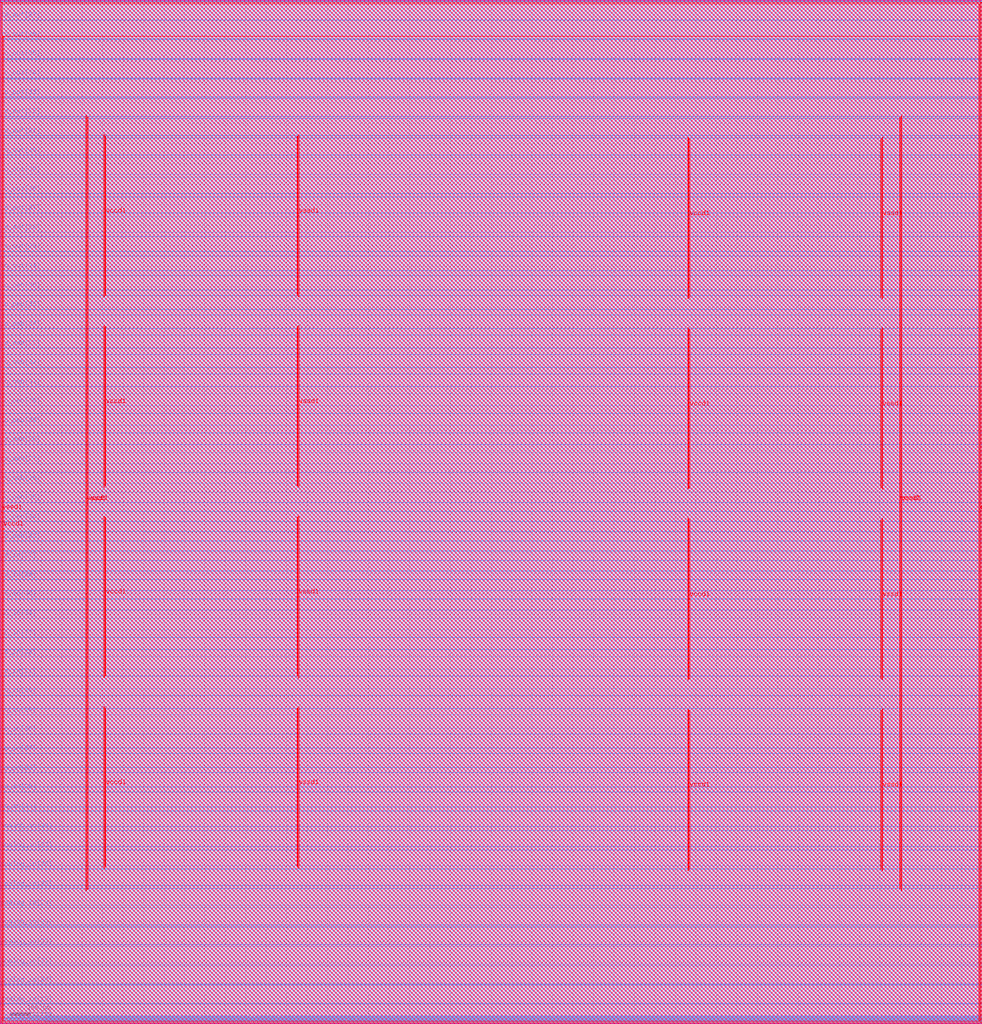
<source format=lef>
##
## LEF for PtnCells ;
## created by Innovus v20.10-p004_1 on Mon May 30 03:23:00 2022
##

VERSION 5.8 ;

BUSBITCHARS "[]" ;
DIVIDERCHAR "/" ;

MACRO azadi_soc_top_caravel
  CLASS BLOCK ;
  SIZE 2399.820000 BY 2500.020000 ;
  FOREIGN azadi_soc_top_caravel 0.000000 0.000000 ;
  ORIGIN 0 0 ;
  SYMMETRY X Y R90 ;
  PIN wb_clk_i
    DIRECTION INPUT ;
    USE SIGNAL ;
    PORT
      LAYER met3 ;
        RECT 4.680000 0.000000 4.980000 0.800000 ;
    END
  END wb_clk_i
  PIN wb_rst_i
    DIRECTION INPUT ;
    USE SIGNAL ;
    PORT
      LAYER met3 ;
        RECT 0.000000 2496.850000 0.800000 2497.150000 ;
    END
  END wb_rst_i
  PIN wbs_stb_i
    DIRECTION INPUT ;
    USE SIGNAL ;
    PORT
      LAYER met3 ;
        RECT 505.620000 0.000000 505.920000 0.800000 ;
    END
  END wbs_stb_i
  PIN wbs_cyc_i
    DIRECTION INPUT ;
    USE SIGNAL ;
    PORT
      LAYER met3 ;
        RECT 169.820000 0.000000 170.120000 0.800000 ;
    END
  END wbs_cyc_i
  PIN wbs_we_i
    DIRECTION INPUT ;
    USE SIGNAL ;
    PORT
      LAYER met3 ;
        RECT 510.680000 0.000000 510.980000 0.800000 ;
    END
  END wbs_we_i
  PIN wbs_sel_i[3]
    DIRECTION INPUT ;
    USE SIGNAL ;
    PORT
      LAYER met3 ;
        RECT 501.020000 0.000000 501.320000 0.800000 ;
    END
  END wbs_sel_i[3]
  PIN wbs_sel_i[2]
    DIRECTION INPUT ;
    USE SIGNAL ;
    PORT
      LAYER met3 ;
        RECT 495.960000 0.000000 496.260000 0.800000 ;
    END
  END wbs_sel_i[2]
  PIN wbs_sel_i[1]
    DIRECTION INPUT ;
    USE SIGNAL ;
    PORT
      LAYER met3 ;
        RECT 491.360000 0.000000 491.660000 0.800000 ;
    END
  END wbs_sel_i[1]
  PIN wbs_sel_i[0]
    DIRECTION INPUT ;
    USE SIGNAL ;
    PORT
      LAYER met3 ;
        RECT 486.300000 0.000000 486.600000 0.800000 ;
    END
  END wbs_sel_i[0]
  PIN wbs_dat_i[31]
    DIRECTION INPUT ;
    USE SIGNAL ;
    PORT
      LAYER met3 ;
        RECT 325.760000 0.000000 326.060000 0.800000 ;
    END
  END wbs_dat_i[31]
  PIN wbs_dat_i[30]
    DIRECTION INPUT ;
    USE SIGNAL ;
    PORT
      LAYER met3 ;
        RECT 320.700000 0.000000 321.000000 0.800000 ;
    END
  END wbs_dat_i[30]
  PIN wbs_dat_i[29]
    DIRECTION INPUT ;
    USE SIGNAL ;
    PORT
      LAYER met3 ;
        RECT 316.100000 0.000000 316.400000 0.800000 ;
    END
  END wbs_dat_i[29]
  PIN wbs_dat_i[28]
    DIRECTION INPUT ;
    USE SIGNAL ;
    PORT
      LAYER met3 ;
        RECT 311.040000 0.000000 311.340000 0.800000 ;
    END
  END wbs_dat_i[28]
  PIN wbs_dat_i[27]
    DIRECTION INPUT ;
    USE SIGNAL ;
    PORT
      LAYER met3 ;
        RECT 306.440000 0.000000 306.740000 0.800000 ;
    END
  END wbs_dat_i[27]
  PIN wbs_dat_i[26]
    DIRECTION INPUT ;
    USE SIGNAL ;
    PORT
      LAYER met3 ;
        RECT 301.380000 0.000000 301.680000 0.800000 ;
    END
  END wbs_dat_i[26]
  PIN wbs_dat_i[25]
    DIRECTION INPUT ;
    USE SIGNAL ;
    PORT
      LAYER met3 ;
        RECT 296.320000 0.000000 296.620000 0.800000 ;
    END
  END wbs_dat_i[25]
  PIN wbs_dat_i[24]
    DIRECTION INPUT ;
    USE SIGNAL ;
    PORT
      LAYER met3 ;
        RECT 291.720000 0.000000 292.020000 0.800000 ;
    END
  END wbs_dat_i[24]
  PIN wbs_dat_i[23]
    DIRECTION INPUT ;
    USE SIGNAL ;
    PORT
      LAYER met3 ;
        RECT 286.660000 0.000000 286.960000 0.800000 ;
    END
  END wbs_dat_i[23]
  PIN wbs_dat_i[22]
    DIRECTION INPUT ;
    USE SIGNAL ;
    PORT
      LAYER met3 ;
        RECT 282.060000 0.000000 282.360000 0.800000 ;
    END
  END wbs_dat_i[22]
  PIN wbs_dat_i[21]
    DIRECTION INPUT ;
    USE SIGNAL ;
    PORT
      LAYER met3 ;
        RECT 277.000000 0.000000 277.300000 0.800000 ;
    END
  END wbs_dat_i[21]
  PIN wbs_dat_i[20]
    DIRECTION INPUT ;
    USE SIGNAL ;
    PORT
      LAYER met3 ;
        RECT 272.400000 0.000000 272.700000 0.800000 ;
    END
  END wbs_dat_i[20]
  PIN wbs_dat_i[19]
    DIRECTION INPUT ;
    USE SIGNAL ;
    PORT
      LAYER met3 ;
        RECT 267.340000 0.000000 267.640000 0.800000 ;
    END
  END wbs_dat_i[19]
  PIN wbs_dat_i[18]
    DIRECTION INPUT ;
    USE SIGNAL ;
    PORT
      LAYER met3 ;
        RECT 262.280000 0.000000 262.580000 0.800000 ;
    END
  END wbs_dat_i[18]
  PIN wbs_dat_i[17]
    DIRECTION INPUT ;
    USE SIGNAL ;
    PORT
      LAYER met3 ;
        RECT 257.680000 0.000000 257.980000 0.800000 ;
    END
  END wbs_dat_i[17]
  PIN wbs_dat_i[16]
    DIRECTION INPUT ;
    USE SIGNAL ;
    PORT
      LAYER met3 ;
        RECT 252.620000 0.000000 252.920000 0.800000 ;
    END
  END wbs_dat_i[16]
  PIN wbs_dat_i[15]
    DIRECTION INPUT ;
    USE SIGNAL ;
    PORT
      LAYER met3 ;
        RECT 248.020000 0.000000 248.320000 0.800000 ;
    END
  END wbs_dat_i[15]
  PIN wbs_dat_i[14]
    DIRECTION INPUT ;
    USE SIGNAL ;
    PORT
      LAYER met3 ;
        RECT 242.960000 0.000000 243.260000 0.800000 ;
    END
  END wbs_dat_i[14]
  PIN wbs_dat_i[13]
    DIRECTION INPUT ;
    USE SIGNAL ;
    PORT
      LAYER met3 ;
        RECT 237.900000 0.000000 238.200000 0.800000 ;
    END
  END wbs_dat_i[13]
  PIN wbs_dat_i[12]
    DIRECTION INPUT ;
    USE SIGNAL ;
    PORT
      LAYER met3 ;
        RECT 233.300000 0.000000 233.600000 0.800000 ;
    END
  END wbs_dat_i[12]
  PIN wbs_dat_i[11]
    DIRECTION INPUT ;
    USE SIGNAL ;
    PORT
      LAYER met3 ;
        RECT 228.240000 0.000000 228.540000 0.800000 ;
    END
  END wbs_dat_i[11]
  PIN wbs_dat_i[10]
    DIRECTION INPUT ;
    USE SIGNAL ;
    PORT
      LAYER met3 ;
        RECT 223.640000 0.000000 223.940000 0.800000 ;
    END
  END wbs_dat_i[10]
  PIN wbs_dat_i[9]
    DIRECTION INPUT ;
    USE SIGNAL ;
    PORT
      LAYER met3 ;
        RECT 218.580000 0.000000 218.880000 0.800000 ;
    END
  END wbs_dat_i[9]
  PIN wbs_dat_i[8]
    DIRECTION INPUT ;
    USE SIGNAL ;
    PORT
      LAYER met3 ;
        RECT 213.980000 0.000000 214.280000 0.800000 ;
    END
  END wbs_dat_i[8]
  PIN wbs_dat_i[7]
    DIRECTION INPUT ;
    USE SIGNAL ;
    PORT
      LAYER met3 ;
        RECT 208.920000 0.000000 209.220000 0.800000 ;
    END
  END wbs_dat_i[7]
  PIN wbs_dat_i[6]
    DIRECTION INPUT ;
    USE SIGNAL ;
    PORT
      LAYER met3 ;
        RECT 203.860000 0.000000 204.160000 0.800000 ;
    END
  END wbs_dat_i[6]
  PIN wbs_dat_i[5]
    DIRECTION INPUT ;
    USE SIGNAL ;
    PORT
      LAYER met3 ;
        RECT 199.260000 0.000000 199.560000 0.800000 ;
    END
  END wbs_dat_i[5]
  PIN wbs_dat_i[4]
    DIRECTION INPUT ;
    USE SIGNAL ;
    PORT
      LAYER met3 ;
        RECT 194.200000 0.000000 194.500000 0.800000 ;
    END
  END wbs_dat_i[4]
  PIN wbs_dat_i[3]
    DIRECTION INPUT ;
    USE SIGNAL ;
    PORT
      LAYER met3 ;
        RECT 189.600000 0.000000 189.900000 0.800000 ;
    END
  END wbs_dat_i[3]
  PIN wbs_dat_i[2]
    DIRECTION INPUT ;
    USE SIGNAL ;
    PORT
      LAYER met3 ;
        RECT 184.540000 0.000000 184.840000 0.800000 ;
    END
  END wbs_dat_i[2]
  PIN wbs_dat_i[1]
    DIRECTION INPUT ;
    USE SIGNAL ;
    PORT
      LAYER met3 ;
        RECT 179.480000 0.000000 179.780000 0.800000 ;
    END
  END wbs_dat_i[1]
  PIN wbs_dat_i[0]
    DIRECTION INPUT ;
    USE SIGNAL ;
    PORT
      LAYER met3 ;
        RECT 174.880000 0.000000 175.180000 0.800000 ;
    END
  END wbs_dat_i[0]
  PIN wbs_adr_i[31]
    DIRECTION INPUT ;
    USE SIGNAL ;
    PORT
      LAYER met3 ;
        RECT 165.220000 0.000000 165.520000 0.800000 ;
    END
  END wbs_adr_i[31]
  PIN wbs_adr_i[30]
    DIRECTION INPUT ;
    USE SIGNAL ;
    PORT
      LAYER met3 ;
        RECT 160.160000 0.000000 160.460000 0.800000 ;
    END
  END wbs_adr_i[30]
  PIN wbs_adr_i[29]
    DIRECTION INPUT ;
    USE SIGNAL ;
    PORT
      LAYER met3 ;
        RECT 155.560000 0.000000 155.860000 0.800000 ;
    END
  END wbs_adr_i[29]
  PIN wbs_adr_i[28]
    DIRECTION INPUT ;
    USE SIGNAL ;
    PORT
      LAYER met3 ;
        RECT 150.500000 0.000000 150.800000 0.800000 ;
    END
  END wbs_adr_i[28]
  PIN wbs_adr_i[27]
    DIRECTION INPUT ;
    USE SIGNAL ;
    PORT
      LAYER met3 ;
        RECT 145.440000 0.000000 145.740000 0.800000 ;
    END
  END wbs_adr_i[27]
  PIN wbs_adr_i[26]
    DIRECTION INPUT ;
    USE SIGNAL ;
    PORT
      LAYER met3 ;
        RECT 140.840000 0.000000 141.140000 0.800000 ;
    END
  END wbs_adr_i[26]
  PIN wbs_adr_i[25]
    DIRECTION INPUT ;
    USE SIGNAL ;
    PORT
      LAYER met3 ;
        RECT 135.780000 0.000000 136.080000 0.800000 ;
    END
  END wbs_adr_i[25]
  PIN wbs_adr_i[24]
    DIRECTION INPUT ;
    USE SIGNAL ;
    PORT
      LAYER met3 ;
        RECT 131.180000 0.000000 131.480000 0.800000 ;
    END
  END wbs_adr_i[24]
  PIN wbs_adr_i[23]
    DIRECTION INPUT ;
    USE SIGNAL ;
    PORT
      LAYER met3 ;
        RECT 126.120000 0.000000 126.420000 0.800000 ;
    END
  END wbs_adr_i[23]
  PIN wbs_adr_i[22]
    DIRECTION INPUT ;
    USE SIGNAL ;
    PORT
      LAYER met3 ;
        RECT 121.520000 0.000000 121.820000 0.800000 ;
    END
  END wbs_adr_i[22]
  PIN wbs_adr_i[21]
    DIRECTION INPUT ;
    USE SIGNAL ;
    PORT
      LAYER met3 ;
        RECT 116.460000 0.000000 116.760000 0.800000 ;
    END
  END wbs_adr_i[21]
  PIN wbs_adr_i[20]
    DIRECTION INPUT ;
    USE SIGNAL ;
    PORT
      LAYER met3 ;
        RECT 111.400000 0.000000 111.700000 0.800000 ;
    END
  END wbs_adr_i[20]
  PIN wbs_adr_i[19]
    DIRECTION INPUT ;
    USE SIGNAL ;
    PORT
      LAYER met3 ;
        RECT 106.800000 0.000000 107.100000 0.800000 ;
    END
  END wbs_adr_i[19]
  PIN wbs_adr_i[18]
    DIRECTION INPUT ;
    USE SIGNAL ;
    PORT
      LAYER met3 ;
        RECT 101.740000 0.000000 102.040000 0.800000 ;
    END
  END wbs_adr_i[18]
  PIN wbs_adr_i[17]
    DIRECTION INPUT ;
    USE SIGNAL ;
    PORT
      LAYER met3 ;
        RECT 97.140000 0.000000 97.440000 0.800000 ;
    END
  END wbs_adr_i[17]
  PIN wbs_adr_i[16]
    DIRECTION INPUT ;
    USE SIGNAL ;
    PORT
      LAYER met3 ;
        RECT 92.080000 0.000000 92.380000 0.800000 ;
    END
  END wbs_adr_i[16]
  PIN wbs_adr_i[15]
    DIRECTION INPUT ;
    USE SIGNAL ;
    PORT
      LAYER met3 ;
        RECT 87.020000 0.000000 87.320000 0.800000 ;
    END
  END wbs_adr_i[15]
  PIN wbs_adr_i[14]
    DIRECTION INPUT ;
    USE SIGNAL ;
    PORT
      LAYER met3 ;
        RECT 82.420000 0.000000 82.720000 0.800000 ;
    END
  END wbs_adr_i[14]
  PIN wbs_adr_i[13]
    DIRECTION INPUT ;
    USE SIGNAL ;
    PORT
      LAYER met3 ;
        RECT 77.360000 0.000000 77.660000 0.800000 ;
    END
  END wbs_adr_i[13]
  PIN wbs_adr_i[12]
    DIRECTION INPUT ;
    USE SIGNAL ;
    PORT
      LAYER met3 ;
        RECT 72.760000 0.000000 73.060000 0.800000 ;
    END
  END wbs_adr_i[12]
  PIN wbs_adr_i[11]
    DIRECTION INPUT ;
    USE SIGNAL ;
    PORT
      LAYER met3 ;
        RECT 67.700000 0.000000 68.000000 0.800000 ;
    END
  END wbs_adr_i[11]
  PIN wbs_adr_i[10]
    DIRECTION INPUT ;
    USE SIGNAL ;
    PORT
      LAYER met3 ;
        RECT 63.100000 0.000000 63.400000 0.800000 ;
    END
  END wbs_adr_i[10]
  PIN wbs_adr_i[9]
    DIRECTION INPUT ;
    USE SIGNAL ;
    PORT
      LAYER met3 ;
        RECT 58.040000 0.000000 58.340000 0.800000 ;
    END
  END wbs_adr_i[9]
  PIN wbs_adr_i[8]
    DIRECTION INPUT ;
    USE SIGNAL ;
    PORT
      LAYER met3 ;
        RECT 52.980000 0.000000 53.280000 0.800000 ;
    END
  END wbs_adr_i[8]
  PIN wbs_adr_i[7]
    DIRECTION INPUT ;
    USE SIGNAL ;
    PORT
      LAYER met3 ;
        RECT 48.380000 0.000000 48.680000 0.800000 ;
    END
  END wbs_adr_i[7]
  PIN wbs_adr_i[6]
    DIRECTION INPUT ;
    USE SIGNAL ;
    PORT
      LAYER met3 ;
        RECT 43.320000 0.000000 43.620000 0.800000 ;
    END
  END wbs_adr_i[6]
  PIN wbs_adr_i[5]
    DIRECTION INPUT ;
    USE SIGNAL ;
    PORT
      LAYER met3 ;
        RECT 38.720000 0.000000 39.020000 0.800000 ;
    END
  END wbs_adr_i[5]
  PIN wbs_adr_i[4]
    DIRECTION INPUT ;
    USE SIGNAL ;
    PORT
      LAYER met3 ;
        RECT 33.660000 0.000000 33.960000 0.800000 ;
    END
  END wbs_adr_i[4]
  PIN wbs_adr_i[3]
    DIRECTION INPUT ;
    USE SIGNAL ;
    PORT
      LAYER met3 ;
        RECT 28.600000 0.000000 28.900000 0.800000 ;
    END
  END wbs_adr_i[3]
  PIN wbs_adr_i[2]
    DIRECTION INPUT ;
    USE SIGNAL ;
    PORT
      LAYER met3 ;
        RECT 24.000000 0.000000 24.300000 0.800000 ;
    END
  END wbs_adr_i[2]
  PIN wbs_adr_i[1]
    DIRECTION INPUT ;
    USE SIGNAL ;
    PORT
      LAYER met3 ;
        RECT 18.940000 0.000000 19.240000 0.800000 ;
    END
  END wbs_adr_i[1]
  PIN wbs_adr_i[0]
    DIRECTION INPUT ;
    USE SIGNAL ;
    PORT
      LAYER met3 ;
        RECT 14.340000 0.000000 14.640000 0.800000 ;
    END
  END wbs_adr_i[0]
  PIN wbs_ack_o
    DIRECTION OUTPUT ;
    USE SIGNAL ;
    PORT
      LAYER met3 ;
        RECT 9.280000 0.000000 9.580000 0.800000 ;
    END
  END wbs_ack_o
  PIN wbs_dat_o[31]
    DIRECTION OUTPUT ;
    USE SIGNAL ;
    PORT
      LAYER met3 ;
        RECT 481.240000 0.000000 481.540000 0.800000 ;
    END
  END wbs_dat_o[31]
  PIN wbs_dat_o[30]
    DIRECTION OUTPUT ;
    USE SIGNAL ;
    PORT
      LAYER met3 ;
        RECT 476.640000 0.000000 476.940000 0.800000 ;
    END
  END wbs_dat_o[30]
  PIN wbs_dat_o[29]
    DIRECTION OUTPUT ;
    USE SIGNAL ;
    PORT
      LAYER met3 ;
        RECT 471.580000 0.000000 471.880000 0.800000 ;
    END
  END wbs_dat_o[29]
  PIN wbs_dat_o[28]
    DIRECTION OUTPUT ;
    USE SIGNAL ;
    PORT
      LAYER met3 ;
        RECT 466.980000 0.000000 467.280000 0.800000 ;
    END
  END wbs_dat_o[28]
  PIN wbs_dat_o[27]
    DIRECTION OUTPUT ;
    USE SIGNAL ;
    PORT
      LAYER met3 ;
        RECT 461.920000 0.000000 462.220000 0.800000 ;
    END
  END wbs_dat_o[27]
  PIN wbs_dat_o[26]
    DIRECTION OUTPUT ;
    USE SIGNAL ;
    PORT
      LAYER met3 ;
        RECT 457.320000 0.000000 457.620000 0.800000 ;
    END
  END wbs_dat_o[26]
  PIN wbs_dat_o[25]
    DIRECTION OUTPUT ;
    USE SIGNAL ;
    PORT
      LAYER met3 ;
        RECT 452.260000 0.000000 452.560000 0.800000 ;
    END
  END wbs_dat_o[25]
  PIN wbs_dat_o[24]
    DIRECTION OUTPUT ;
    USE SIGNAL ;
    PORT
      LAYER met3 ;
        RECT 447.200000 0.000000 447.500000 0.800000 ;
    END
  END wbs_dat_o[24]
  PIN wbs_dat_o[23]
    DIRECTION OUTPUT ;
    USE SIGNAL ;
    PORT
      LAYER met3 ;
        RECT 442.600000 0.000000 442.900000 0.800000 ;
    END
  END wbs_dat_o[23]
  PIN wbs_dat_o[22]
    DIRECTION OUTPUT ;
    USE SIGNAL ;
    PORT
      LAYER met3 ;
        RECT 437.540000 0.000000 437.840000 0.800000 ;
    END
  END wbs_dat_o[22]
  PIN wbs_dat_o[21]
    DIRECTION OUTPUT ;
    USE SIGNAL ;
    PORT
      LAYER met3 ;
        RECT 432.940000 0.000000 433.240000 0.800000 ;
    END
  END wbs_dat_o[21]
  PIN wbs_dat_o[20]
    DIRECTION OUTPUT ;
    USE SIGNAL ;
    PORT
      LAYER met3 ;
        RECT 427.880000 0.000000 428.180000 0.800000 ;
    END
  END wbs_dat_o[20]
  PIN wbs_dat_o[19]
    DIRECTION OUTPUT ;
    USE SIGNAL ;
    PORT
      LAYER met3 ;
        RECT 423.280000 0.000000 423.580000 0.800000 ;
    END
  END wbs_dat_o[19]
  PIN wbs_dat_o[18]
    DIRECTION OUTPUT ;
    USE SIGNAL ;
    PORT
      LAYER met3 ;
        RECT 418.220000 0.000000 418.520000 0.800000 ;
    END
  END wbs_dat_o[18]
  PIN wbs_dat_o[17]
    DIRECTION OUTPUT ;
    USE SIGNAL ;
    PORT
      LAYER met3 ;
        RECT 413.160000 0.000000 413.460000 0.800000 ;
    END
  END wbs_dat_o[17]
  PIN wbs_dat_o[16]
    DIRECTION OUTPUT ;
    USE SIGNAL ;
    PORT
      LAYER met3 ;
        RECT 408.560000 0.000000 408.860000 0.800000 ;
    END
  END wbs_dat_o[16]
  PIN wbs_dat_o[15]
    DIRECTION OUTPUT ;
    USE SIGNAL ;
    PORT
      LAYER met3 ;
        RECT 403.500000 0.000000 403.800000 0.800000 ;
    END
  END wbs_dat_o[15]
  PIN wbs_dat_o[14]
    DIRECTION OUTPUT ;
    USE SIGNAL ;
    PORT
      LAYER met3 ;
        RECT 398.900000 0.000000 399.200000 0.800000 ;
    END
  END wbs_dat_o[14]
  PIN wbs_dat_o[13]
    DIRECTION OUTPUT ;
    USE SIGNAL ;
    PORT
      LAYER met3 ;
        RECT 393.840000 0.000000 394.140000 0.800000 ;
    END
  END wbs_dat_o[13]
  PIN wbs_dat_o[12]
    DIRECTION OUTPUT ;
    USE SIGNAL ;
    PORT
      LAYER met3 ;
        RECT 388.780000 0.000000 389.080000 0.800000 ;
    END
  END wbs_dat_o[12]
  PIN wbs_dat_o[11]
    DIRECTION OUTPUT ;
    USE SIGNAL ;
    PORT
      LAYER met3 ;
        RECT 384.180000 0.000000 384.480000 0.800000 ;
    END
  END wbs_dat_o[11]
  PIN wbs_dat_o[10]
    DIRECTION OUTPUT ;
    USE SIGNAL ;
    PORT
      LAYER met3 ;
        RECT 379.120000 0.000000 379.420000 0.800000 ;
    END
  END wbs_dat_o[10]
  PIN wbs_dat_o[9]
    DIRECTION OUTPUT ;
    USE SIGNAL ;
    PORT
      LAYER met3 ;
        RECT 374.520000 0.000000 374.820000 0.800000 ;
    END
  END wbs_dat_o[9]
  PIN wbs_dat_o[8]
    DIRECTION OUTPUT ;
    USE SIGNAL ;
    PORT
      LAYER met3 ;
        RECT 369.460000 0.000000 369.760000 0.800000 ;
    END
  END wbs_dat_o[8]
  PIN wbs_dat_o[7]
    DIRECTION OUTPUT ;
    USE SIGNAL ;
    PORT
      LAYER met3 ;
        RECT 364.860000 0.000000 365.160000 0.800000 ;
    END
  END wbs_dat_o[7]
  PIN wbs_dat_o[6]
    DIRECTION OUTPUT ;
    USE SIGNAL ;
    PORT
      LAYER met3 ;
        RECT 359.800000 0.000000 360.100000 0.800000 ;
    END
  END wbs_dat_o[6]
  PIN wbs_dat_o[5]
    DIRECTION OUTPUT ;
    USE SIGNAL ;
    PORT
      LAYER met3 ;
        RECT 354.740000 0.000000 355.040000 0.800000 ;
    END
  END wbs_dat_o[5]
  PIN wbs_dat_o[4]
    DIRECTION OUTPUT ;
    USE SIGNAL ;
    PORT
      LAYER met3 ;
        RECT 350.140000 0.000000 350.440000 0.800000 ;
    END
  END wbs_dat_o[4]
  PIN wbs_dat_o[3]
    DIRECTION OUTPUT ;
    USE SIGNAL ;
    PORT
      LAYER met3 ;
        RECT 345.080000 0.000000 345.380000 0.800000 ;
    END
  END wbs_dat_o[3]
  PIN wbs_dat_o[2]
    DIRECTION OUTPUT ;
    USE SIGNAL ;
    PORT
      LAYER met3 ;
        RECT 340.480000 0.000000 340.780000 0.800000 ;
    END
  END wbs_dat_o[2]
  PIN wbs_dat_o[1]
    DIRECTION OUTPUT ;
    USE SIGNAL ;
    PORT
      LAYER met3 ;
        RECT 335.420000 0.000000 335.720000 0.800000 ;
    END
  END wbs_dat_o[1]
  PIN wbs_dat_o[0]
    DIRECTION OUTPUT ;
    USE SIGNAL ;
    PORT
      LAYER met3 ;
        RECT 330.360000 0.000000 330.660000 0.800000 ;
    END
  END wbs_dat_o[0]
  PIN la_data_in[127]
    DIRECTION INPUT ;
    USE SIGNAL ;
    PORT
      LAYER met3 ;
        RECT 1133.520000 0.000000 1133.820000 0.800000 ;
    END
  END la_data_in[127]
  PIN la_data_in[126]
    DIRECTION INPUT ;
    USE SIGNAL ;
    PORT
      LAYER met3 ;
        RECT 1128.920000 0.000000 1129.220000 0.800000 ;
    END
  END la_data_in[126]
  PIN la_data_in[125]
    DIRECTION INPUT ;
    USE SIGNAL ;
    PORT
      LAYER met3 ;
        RECT 1123.860000 0.000000 1124.160000 0.800000 ;
    END
  END la_data_in[125]
  PIN la_data_in[124]
    DIRECTION INPUT ;
    USE SIGNAL ;
    PORT
      LAYER met3 ;
        RECT 1119.260000 0.000000 1119.560000 0.800000 ;
    END
  END la_data_in[124]
  PIN la_data_in[123]
    DIRECTION INPUT ;
    USE SIGNAL ;
    PORT
      LAYER met3 ;
        RECT 1114.200000 0.000000 1114.500000 0.800000 ;
    END
  END la_data_in[123]
  PIN la_data_in[122]
    DIRECTION INPUT ;
    USE SIGNAL ;
    PORT
      LAYER met3 ;
        RECT 1109.140000 0.000000 1109.440000 0.800000 ;
    END
  END la_data_in[122]
  PIN la_data_in[121]
    DIRECTION INPUT ;
    USE SIGNAL ;
    PORT
      LAYER met3 ;
        RECT 1104.540000 0.000000 1104.840000 0.800000 ;
    END
  END la_data_in[121]
  PIN la_data_in[120]
    DIRECTION INPUT ;
    USE SIGNAL ;
    PORT
      LAYER met3 ;
        RECT 1099.480000 0.000000 1099.780000 0.800000 ;
    END
  END la_data_in[120]
  PIN la_data_in[119]
    DIRECTION INPUT ;
    USE SIGNAL ;
    PORT
      LAYER met3 ;
        RECT 1094.880000 0.000000 1095.180000 0.800000 ;
    END
  END la_data_in[119]
  PIN la_data_in[118]
    DIRECTION INPUT ;
    USE SIGNAL ;
    PORT
      LAYER met3 ;
        RECT 1089.820000 0.000000 1090.120000 0.800000 ;
    END
  END la_data_in[118]
  PIN la_data_in[117]
    DIRECTION INPUT ;
    USE SIGNAL ;
    PORT
      LAYER met3 ;
        RECT 1084.760000 0.000000 1085.060000 0.800000 ;
    END
  END la_data_in[117]
  PIN la_data_in[116]
    DIRECTION INPUT ;
    USE SIGNAL ;
    PORT
      LAYER met3 ;
        RECT 1080.160000 0.000000 1080.460000 0.800000 ;
    END
  END la_data_in[116]
  PIN la_data_in[115]
    DIRECTION INPUT ;
    USE SIGNAL ;
    PORT
      LAYER met3 ;
        RECT 1075.100000 0.000000 1075.400000 0.800000 ;
    END
  END la_data_in[115]
  PIN la_data_in[114]
    DIRECTION INPUT ;
    USE SIGNAL ;
    PORT
      LAYER met3 ;
        RECT 1070.500000 0.000000 1070.800000 0.800000 ;
    END
  END la_data_in[114]
  PIN la_data_in[113]
    DIRECTION INPUT ;
    USE SIGNAL ;
    PORT
      LAYER met3 ;
        RECT 1065.440000 0.000000 1065.740000 0.800000 ;
    END
  END la_data_in[113]
  PIN la_data_in[112]
    DIRECTION INPUT ;
    USE SIGNAL ;
    PORT
      LAYER met3 ;
        RECT 1060.840000 0.000000 1061.140000 0.800000 ;
    END
  END la_data_in[112]
  PIN la_data_in[111]
    DIRECTION INPUT ;
    USE SIGNAL ;
    PORT
      LAYER met3 ;
        RECT 1055.780000 0.000000 1056.080000 0.800000 ;
    END
  END la_data_in[111]
  PIN la_data_in[110]
    DIRECTION INPUT ;
    USE SIGNAL ;
    PORT
      LAYER met3 ;
        RECT 1050.720000 0.000000 1051.020000 0.800000 ;
    END
  END la_data_in[110]
  PIN la_data_in[109]
    DIRECTION INPUT ;
    USE SIGNAL ;
    PORT
      LAYER met3 ;
        RECT 1046.120000 0.000000 1046.420000 0.800000 ;
    END
  END la_data_in[109]
  PIN la_data_in[108]
    DIRECTION INPUT ;
    USE SIGNAL ;
    PORT
      LAYER met3 ;
        RECT 1041.060000 0.000000 1041.360000 0.800000 ;
    END
  END la_data_in[108]
  PIN la_data_in[107]
    DIRECTION INPUT ;
    USE SIGNAL ;
    PORT
      LAYER met3 ;
        RECT 1036.460000 0.000000 1036.760000 0.800000 ;
    END
  END la_data_in[107]
  PIN la_data_in[106]
    DIRECTION INPUT ;
    USE SIGNAL ;
    PORT
      LAYER met3 ;
        RECT 1031.400000 0.000000 1031.700000 0.800000 ;
    END
  END la_data_in[106]
  PIN la_data_in[105]
    DIRECTION INPUT ;
    USE SIGNAL ;
    PORT
      LAYER met3 ;
        RECT 1026.340000 0.000000 1026.640000 0.800000 ;
    END
  END la_data_in[105]
  PIN la_data_in[104]
    DIRECTION INPUT ;
    USE SIGNAL ;
    PORT
      LAYER met3 ;
        RECT 1021.740000 0.000000 1022.040000 0.800000 ;
    END
  END la_data_in[104]
  PIN la_data_in[103]
    DIRECTION INPUT ;
    USE SIGNAL ;
    PORT
      LAYER met3 ;
        RECT 1016.680000 0.000000 1016.980000 0.800000 ;
    END
  END la_data_in[103]
  PIN la_data_in[102]
    DIRECTION INPUT ;
    USE SIGNAL ;
    PORT
      LAYER met3 ;
        RECT 1012.080000 0.000000 1012.380000 0.800000 ;
    END
  END la_data_in[102]
  PIN la_data_in[101]
    DIRECTION INPUT ;
    USE SIGNAL ;
    PORT
      LAYER met3 ;
        RECT 1007.020000 0.000000 1007.320000 0.800000 ;
    END
  END la_data_in[101]
  PIN la_data_in[100]
    DIRECTION INPUT ;
    USE SIGNAL ;
    PORT
      LAYER met3 ;
        RECT 1002.420000 0.000000 1002.720000 0.800000 ;
    END
  END la_data_in[100]
  PIN la_data_in[99]
    DIRECTION INPUT ;
    USE SIGNAL ;
    PORT
      LAYER met3 ;
        RECT 997.360000 0.000000 997.660000 0.800000 ;
    END
  END la_data_in[99]
  PIN la_data_in[98]
    DIRECTION INPUT ;
    USE SIGNAL ;
    PORT
      LAYER met3 ;
        RECT 992.300000 0.000000 992.600000 0.800000 ;
    END
  END la_data_in[98]
  PIN la_data_in[97]
    DIRECTION INPUT ;
    USE SIGNAL ;
    PORT
      LAYER met3 ;
        RECT 987.700000 0.000000 988.000000 0.800000 ;
    END
  END la_data_in[97]
  PIN la_data_in[96]
    DIRECTION INPUT ;
    USE SIGNAL ;
    PORT
      LAYER met3 ;
        RECT 982.640000 0.000000 982.940000 0.800000 ;
    END
  END la_data_in[96]
  PIN la_data_in[95]
    DIRECTION INPUT ;
    USE SIGNAL ;
    PORT
      LAYER met3 ;
        RECT 978.040000 0.000000 978.340000 0.800000 ;
    END
  END la_data_in[95]
  PIN la_data_in[94]
    DIRECTION INPUT ;
    USE SIGNAL ;
    PORT
      LAYER met3 ;
        RECT 972.980000 0.000000 973.280000 0.800000 ;
    END
  END la_data_in[94]
  PIN la_data_in[93]
    DIRECTION INPUT ;
    USE SIGNAL ;
    PORT
      LAYER met3 ;
        RECT 968.380000 0.000000 968.680000 0.800000 ;
    END
  END la_data_in[93]
  PIN la_data_in[92]
    DIRECTION INPUT ;
    USE SIGNAL ;
    PORT
      LAYER met3 ;
        RECT 963.320000 0.000000 963.620000 0.800000 ;
    END
  END la_data_in[92]
  PIN la_data_in[91]
    DIRECTION INPUT ;
    USE SIGNAL ;
    PORT
      LAYER met3 ;
        RECT 958.260000 0.000000 958.560000 0.800000 ;
    END
  END la_data_in[91]
  PIN la_data_in[90]
    DIRECTION INPUT ;
    USE SIGNAL ;
    PORT
      LAYER met3 ;
        RECT 953.660000 0.000000 953.960000 0.800000 ;
    END
  END la_data_in[90]
  PIN la_data_in[89]
    DIRECTION INPUT ;
    USE SIGNAL ;
    PORT
      LAYER met3 ;
        RECT 948.600000 0.000000 948.900000 0.800000 ;
    END
  END la_data_in[89]
  PIN la_data_in[88]
    DIRECTION INPUT ;
    USE SIGNAL ;
    PORT
      LAYER met3 ;
        RECT 944.000000 0.000000 944.300000 0.800000 ;
    END
  END la_data_in[88]
  PIN la_data_in[87]
    DIRECTION INPUT ;
    USE SIGNAL ;
    PORT
      LAYER met3 ;
        RECT 938.940000 0.000000 939.240000 0.800000 ;
    END
  END la_data_in[87]
  PIN la_data_in[86]
    DIRECTION INPUT ;
    USE SIGNAL ;
    PORT
      LAYER met3 ;
        RECT 933.880000 0.000000 934.180000 0.800000 ;
    END
  END la_data_in[86]
  PIN la_data_in[85]
    DIRECTION INPUT ;
    USE SIGNAL ;
    PORT
      LAYER met3 ;
        RECT 929.280000 0.000000 929.580000 0.800000 ;
    END
  END la_data_in[85]
  PIN la_data_in[84]
    DIRECTION INPUT ;
    USE SIGNAL ;
    PORT
      LAYER met3 ;
        RECT 924.220000 0.000000 924.520000 0.800000 ;
    END
  END la_data_in[84]
  PIN la_data_in[83]
    DIRECTION INPUT ;
    USE SIGNAL ;
    PORT
      LAYER met3 ;
        RECT 919.620000 0.000000 919.920000 0.800000 ;
    END
  END la_data_in[83]
  PIN la_data_in[82]
    DIRECTION INPUT ;
    USE SIGNAL ;
    PORT
      LAYER met3 ;
        RECT 914.560000 0.000000 914.860000 0.800000 ;
    END
  END la_data_in[82]
  PIN la_data_in[81]
    DIRECTION INPUT ;
    USE SIGNAL ;
    PORT
      LAYER met3 ;
        RECT 909.960000 0.000000 910.260000 0.800000 ;
    END
  END la_data_in[81]
  PIN la_data_in[80]
    DIRECTION INPUT ;
    USE SIGNAL ;
    PORT
      LAYER met3 ;
        RECT 904.900000 0.000000 905.200000 0.800000 ;
    END
  END la_data_in[80]
  PIN la_data_in[79]
    DIRECTION INPUT ;
    USE SIGNAL ;
    PORT
      LAYER met3 ;
        RECT 899.840000 0.000000 900.140000 0.800000 ;
    END
  END la_data_in[79]
  PIN la_data_in[78]
    DIRECTION INPUT ;
    USE SIGNAL ;
    PORT
      LAYER met3 ;
        RECT 895.240000 0.000000 895.540000 0.800000 ;
    END
  END la_data_in[78]
  PIN la_data_in[77]
    DIRECTION INPUT ;
    USE SIGNAL ;
    PORT
      LAYER met3 ;
        RECT 890.180000 0.000000 890.480000 0.800000 ;
    END
  END la_data_in[77]
  PIN la_data_in[76]
    DIRECTION INPUT ;
    USE SIGNAL ;
    PORT
      LAYER met3 ;
        RECT 885.580000 0.000000 885.880000 0.800000 ;
    END
  END la_data_in[76]
  PIN la_data_in[75]
    DIRECTION INPUT ;
    USE SIGNAL ;
    PORT
      LAYER met3 ;
        RECT 880.520000 0.000000 880.820000 0.800000 ;
    END
  END la_data_in[75]
  PIN la_data_in[74]
    DIRECTION INPUT ;
    USE SIGNAL ;
    PORT
      LAYER met3 ;
        RECT 875.460000 0.000000 875.760000 0.800000 ;
    END
  END la_data_in[74]
  PIN la_data_in[73]
    DIRECTION INPUT ;
    USE SIGNAL ;
    PORT
      LAYER met3 ;
        RECT 870.860000 0.000000 871.160000 0.800000 ;
    END
  END la_data_in[73]
  PIN la_data_in[72]
    DIRECTION INPUT ;
    USE SIGNAL ;
    PORT
      LAYER met3 ;
        RECT 865.800000 0.000000 866.100000 0.800000 ;
    END
  END la_data_in[72]
  PIN la_data_in[71]
    DIRECTION INPUT ;
    USE SIGNAL ;
    PORT
      LAYER met3 ;
        RECT 861.200000 0.000000 861.500000 0.800000 ;
    END
  END la_data_in[71]
  PIN la_data_in[70]
    DIRECTION INPUT ;
    USE SIGNAL ;
    PORT
      LAYER met3 ;
        RECT 856.140000 0.000000 856.440000 0.800000 ;
    END
  END la_data_in[70]
  PIN la_data_in[69]
    DIRECTION INPUT ;
    USE SIGNAL ;
    PORT
      LAYER met3 ;
        RECT 851.540000 0.000000 851.840000 0.800000 ;
    END
  END la_data_in[69]
  PIN la_data_in[68]
    DIRECTION INPUT ;
    USE SIGNAL ;
    PORT
      LAYER met3 ;
        RECT 846.480000 0.000000 846.780000 0.800000 ;
    END
  END la_data_in[68]
  PIN la_data_in[67]
    DIRECTION INPUT ;
    USE SIGNAL ;
    PORT
      LAYER met3 ;
        RECT 841.420000 0.000000 841.720000 0.800000 ;
    END
  END la_data_in[67]
  PIN la_data_in[66]
    DIRECTION INPUT ;
    USE SIGNAL ;
    PORT
      LAYER met3 ;
        RECT 836.820000 0.000000 837.120000 0.800000 ;
    END
  END la_data_in[66]
  PIN la_data_in[65]
    DIRECTION INPUT ;
    USE SIGNAL ;
    PORT
      LAYER met3 ;
        RECT 831.760000 0.000000 832.060000 0.800000 ;
    END
  END la_data_in[65]
  PIN la_data_in[64]
    DIRECTION INPUT ;
    USE SIGNAL ;
    PORT
      LAYER met3 ;
        RECT 827.160000 0.000000 827.460000 0.800000 ;
    END
  END la_data_in[64]
  PIN la_data_in[63]
    DIRECTION INPUT ;
    USE SIGNAL ;
    PORT
      LAYER met3 ;
        RECT 822.100000 0.000000 822.400000 0.800000 ;
    END
  END la_data_in[63]
  PIN la_data_in[62]
    DIRECTION INPUT ;
    USE SIGNAL ;
    PORT
      LAYER met3 ;
        RECT 817.500000 0.000000 817.800000 0.800000 ;
    END
  END la_data_in[62]
  PIN la_data_in[61]
    DIRECTION INPUT ;
    USE SIGNAL ;
    PORT
      LAYER met3 ;
        RECT 812.440000 0.000000 812.740000 0.800000 ;
    END
  END la_data_in[61]
  PIN la_data_in[60]
    DIRECTION INPUT ;
    USE SIGNAL ;
    PORT
      LAYER met3 ;
        RECT 807.380000 0.000000 807.680000 0.800000 ;
    END
  END la_data_in[60]
  PIN la_data_in[59]
    DIRECTION INPUT ;
    USE SIGNAL ;
    PORT
      LAYER met3 ;
        RECT 802.780000 0.000000 803.080000 0.800000 ;
    END
  END la_data_in[59]
  PIN la_data_in[58]
    DIRECTION INPUT ;
    USE SIGNAL ;
    PORT
      LAYER met3 ;
        RECT 797.720000 0.000000 798.020000 0.800000 ;
    END
  END la_data_in[58]
  PIN la_data_in[57]
    DIRECTION INPUT ;
    USE SIGNAL ;
    PORT
      LAYER met3 ;
        RECT 793.120000 0.000000 793.420000 0.800000 ;
    END
  END la_data_in[57]
  PIN la_data_in[56]
    DIRECTION INPUT ;
    USE SIGNAL ;
    PORT
      LAYER met3 ;
        RECT 788.060000 0.000000 788.360000 0.800000 ;
    END
  END la_data_in[56]
  PIN la_data_in[55]
    DIRECTION INPUT ;
    USE SIGNAL ;
    PORT
      LAYER met3 ;
        RECT 783.000000 0.000000 783.300000 0.800000 ;
    END
  END la_data_in[55]
  PIN la_data_in[54]
    DIRECTION INPUT ;
    USE SIGNAL ;
    PORT
      LAYER met3 ;
        RECT 778.400000 0.000000 778.700000 0.800000 ;
    END
  END la_data_in[54]
  PIN la_data_in[53]
    DIRECTION INPUT ;
    USE SIGNAL ;
    PORT
      LAYER met3 ;
        RECT 773.340000 0.000000 773.640000 0.800000 ;
    END
  END la_data_in[53]
  PIN la_data_in[52]
    DIRECTION INPUT ;
    USE SIGNAL ;
    PORT
      LAYER met3 ;
        RECT 768.740000 0.000000 769.040000 0.800000 ;
    END
  END la_data_in[52]
  PIN la_data_in[51]
    DIRECTION INPUT ;
    USE SIGNAL ;
    PORT
      LAYER met3 ;
        RECT 763.680000 0.000000 763.980000 0.800000 ;
    END
  END la_data_in[51]
  PIN la_data_in[50]
    DIRECTION INPUT ;
    USE SIGNAL ;
    PORT
      LAYER met3 ;
        RECT 759.080000 0.000000 759.380000 0.800000 ;
    END
  END la_data_in[50]
  PIN la_data_in[49]
    DIRECTION INPUT ;
    USE SIGNAL ;
    PORT
      LAYER met3 ;
        RECT 754.020000 0.000000 754.320000 0.800000 ;
    END
  END la_data_in[49]
  PIN la_data_in[48]
    DIRECTION INPUT ;
    USE SIGNAL ;
    PORT
      LAYER met3 ;
        RECT 748.960000 0.000000 749.260000 0.800000 ;
    END
  END la_data_in[48]
  PIN la_data_in[47]
    DIRECTION INPUT ;
    USE SIGNAL ;
    PORT
      LAYER met3 ;
        RECT 744.360000 0.000000 744.660000 0.800000 ;
    END
  END la_data_in[47]
  PIN la_data_in[46]
    DIRECTION INPUT ;
    USE SIGNAL ;
    PORT
      LAYER met3 ;
        RECT 739.300000 0.000000 739.600000 0.800000 ;
    END
  END la_data_in[46]
  PIN la_data_in[45]
    DIRECTION INPUT ;
    USE SIGNAL ;
    PORT
      LAYER met3 ;
        RECT 734.700000 0.000000 735.000000 0.800000 ;
    END
  END la_data_in[45]
  PIN la_data_in[44]
    DIRECTION INPUT ;
    USE SIGNAL ;
    PORT
      LAYER met3 ;
        RECT 729.640000 0.000000 729.940000 0.800000 ;
    END
  END la_data_in[44]
  PIN la_data_in[43]
    DIRECTION INPUT ;
    USE SIGNAL ;
    PORT
      LAYER met3 ;
        RECT 724.580000 0.000000 724.880000 0.800000 ;
    END
  END la_data_in[43]
  PIN la_data_in[42]
    DIRECTION INPUT ;
    USE SIGNAL ;
    PORT
      LAYER met3 ;
        RECT 719.980000 0.000000 720.280000 0.800000 ;
    END
  END la_data_in[42]
  PIN la_data_in[41]
    DIRECTION INPUT ;
    USE SIGNAL ;
    PORT
      LAYER met3 ;
        RECT 714.920000 0.000000 715.220000 0.800000 ;
    END
  END la_data_in[41]
  PIN la_data_in[40]
    DIRECTION INPUT ;
    USE SIGNAL ;
    PORT
      LAYER met3 ;
        RECT 710.320000 0.000000 710.620000 0.800000 ;
    END
  END la_data_in[40]
  PIN la_data_in[39]
    DIRECTION INPUT ;
    USE SIGNAL ;
    PORT
      LAYER met3 ;
        RECT 705.260000 0.000000 705.560000 0.800000 ;
    END
  END la_data_in[39]
  PIN la_data_in[38]
    DIRECTION INPUT ;
    USE SIGNAL ;
    PORT
      LAYER met3 ;
        RECT 700.660000 0.000000 700.960000 0.800000 ;
    END
  END la_data_in[38]
  PIN la_data_in[37]
    DIRECTION INPUT ;
    USE SIGNAL ;
    PORT
      LAYER met3 ;
        RECT 695.600000 0.000000 695.900000 0.800000 ;
    END
  END la_data_in[37]
  PIN la_data_in[36]
    DIRECTION INPUT ;
    USE SIGNAL ;
    PORT
      LAYER met3 ;
        RECT 690.540000 0.000000 690.840000 0.800000 ;
    END
  END la_data_in[36]
  PIN la_data_in[35]
    DIRECTION INPUT ;
    USE SIGNAL ;
    PORT
      LAYER met3 ;
        RECT 685.940000 0.000000 686.240000 0.800000 ;
    END
  END la_data_in[35]
  PIN la_data_in[34]
    DIRECTION INPUT ;
    USE SIGNAL ;
    PORT
      LAYER met3 ;
        RECT 680.880000 0.000000 681.180000 0.800000 ;
    END
  END la_data_in[34]
  PIN la_data_in[33]
    DIRECTION INPUT ;
    USE SIGNAL ;
    PORT
      LAYER met3 ;
        RECT 676.280000 0.000000 676.580000 0.800000 ;
    END
  END la_data_in[33]
  PIN la_data_in[32]
    DIRECTION INPUT ;
    USE SIGNAL ;
    PORT
      LAYER met3 ;
        RECT 671.220000 0.000000 671.520000 0.800000 ;
    END
  END la_data_in[32]
  PIN la_data_in[31]
    DIRECTION INPUT ;
    USE SIGNAL ;
    PORT
      LAYER met3 ;
        RECT 666.620000 0.000000 666.920000 0.800000 ;
    END
  END la_data_in[31]
  PIN la_data_in[30]
    DIRECTION INPUT ;
    USE SIGNAL ;
    PORT
      LAYER met3 ;
        RECT 661.560000 0.000000 661.860000 0.800000 ;
    END
  END la_data_in[30]
  PIN la_data_in[29]
    DIRECTION INPUT ;
    USE SIGNAL ;
    PORT
      LAYER met3 ;
        RECT 656.500000 0.000000 656.800000 0.800000 ;
    END
  END la_data_in[29]
  PIN la_data_in[28]
    DIRECTION INPUT ;
    USE SIGNAL ;
    PORT
      LAYER met3 ;
        RECT 651.900000 0.000000 652.200000 0.800000 ;
    END
  END la_data_in[28]
  PIN la_data_in[27]
    DIRECTION INPUT ;
    USE SIGNAL ;
    PORT
      LAYER met3 ;
        RECT 646.840000 0.000000 647.140000 0.800000 ;
    END
  END la_data_in[27]
  PIN la_data_in[26]
    DIRECTION INPUT ;
    USE SIGNAL ;
    PORT
      LAYER met3 ;
        RECT 642.240000 0.000000 642.540000 0.800000 ;
    END
  END la_data_in[26]
  PIN la_data_in[25]
    DIRECTION INPUT ;
    USE SIGNAL ;
    PORT
      LAYER met3 ;
        RECT 637.180000 0.000000 637.480000 0.800000 ;
    END
  END la_data_in[25]
  PIN la_data_in[24]
    DIRECTION INPUT ;
    USE SIGNAL ;
    PORT
      LAYER met3 ;
        RECT 632.120000 0.000000 632.420000 0.800000 ;
    END
  END la_data_in[24]
  PIN la_data_in[23]
    DIRECTION INPUT ;
    USE SIGNAL ;
    PORT
      LAYER met3 ;
        RECT 627.520000 0.000000 627.820000 0.800000 ;
    END
  END la_data_in[23]
  PIN la_data_in[22]
    DIRECTION INPUT ;
    USE SIGNAL ;
    PORT
      LAYER met3 ;
        RECT 622.460000 0.000000 622.760000 0.800000 ;
    END
  END la_data_in[22]
  PIN la_data_in[21]
    DIRECTION INPUT ;
    USE SIGNAL ;
    PORT
      LAYER met3 ;
        RECT 617.860000 0.000000 618.160000 0.800000 ;
    END
  END la_data_in[21]
  PIN la_data_in[20]
    DIRECTION INPUT ;
    USE SIGNAL ;
    PORT
      LAYER met3 ;
        RECT 612.800000 0.000000 613.100000 0.800000 ;
    END
  END la_data_in[20]
  PIN la_data_in[19]
    DIRECTION INPUT ;
    USE SIGNAL ;
    PORT
      LAYER met3 ;
        RECT 608.200000 0.000000 608.500000 0.800000 ;
    END
  END la_data_in[19]
  PIN la_data_in[18]
    DIRECTION INPUT ;
    USE SIGNAL ;
    PORT
      LAYER met3 ;
        RECT 603.140000 0.000000 603.440000 0.800000 ;
    END
  END la_data_in[18]
  PIN la_data_in[17]
    DIRECTION INPUT ;
    USE SIGNAL ;
    PORT
      LAYER met3 ;
        RECT 598.080000 0.000000 598.380000 0.800000 ;
    END
  END la_data_in[17]
  PIN la_data_in[16]
    DIRECTION INPUT ;
    USE SIGNAL ;
    PORT
      LAYER met3 ;
        RECT 593.480000 0.000000 593.780000 0.800000 ;
    END
  END la_data_in[16]
  PIN la_data_in[15]
    DIRECTION INPUT ;
    USE SIGNAL ;
    PORT
      LAYER met3 ;
        RECT 588.420000 0.000000 588.720000 0.800000 ;
    END
  END la_data_in[15]
  PIN la_data_in[14]
    DIRECTION INPUT ;
    USE SIGNAL ;
    PORT
      LAYER met3 ;
        RECT 583.820000 0.000000 584.120000 0.800000 ;
    END
  END la_data_in[14]
  PIN la_data_in[13]
    DIRECTION INPUT ;
    USE SIGNAL ;
    PORT
      LAYER met3 ;
        RECT 578.760000 0.000000 579.060000 0.800000 ;
    END
  END la_data_in[13]
  PIN la_data_in[12]
    DIRECTION INPUT ;
    USE SIGNAL ;
    PORT
      LAYER met3 ;
        RECT 573.700000 0.000000 574.000000 0.800000 ;
    END
  END la_data_in[12]
  PIN la_data_in[11]
    DIRECTION INPUT ;
    USE SIGNAL ;
    PORT
      LAYER met3 ;
        RECT 569.100000 0.000000 569.400000 0.800000 ;
    END
  END la_data_in[11]
  PIN la_data_in[10]
    DIRECTION INPUT ;
    USE SIGNAL ;
    PORT
      LAYER met3 ;
        RECT 564.040000 0.000000 564.340000 0.800000 ;
    END
  END la_data_in[10]
  PIN la_data_in[9]
    DIRECTION INPUT ;
    USE SIGNAL ;
    PORT
      LAYER met3 ;
        RECT 559.440000 0.000000 559.740000 0.800000 ;
    END
  END la_data_in[9]
  PIN la_data_in[8]
    DIRECTION INPUT ;
    USE SIGNAL ;
    PORT
      LAYER met3 ;
        RECT 554.380000 0.000000 554.680000 0.800000 ;
    END
  END la_data_in[8]
  PIN la_data_in[7]
    DIRECTION INPUT ;
    USE SIGNAL ;
    PORT
      LAYER met3 ;
        RECT 549.780000 0.000000 550.080000 0.800000 ;
    END
  END la_data_in[7]
  PIN la_data_in[6]
    DIRECTION INPUT ;
    USE SIGNAL ;
    PORT
      LAYER met3 ;
        RECT 544.720000 0.000000 545.020000 0.800000 ;
    END
  END la_data_in[6]
  PIN la_data_in[5]
    DIRECTION INPUT ;
    USE SIGNAL ;
    PORT
      LAYER met3 ;
        RECT 539.660000 0.000000 539.960000 0.800000 ;
    END
  END la_data_in[5]
  PIN la_data_in[4]
    DIRECTION INPUT ;
    USE SIGNAL ;
    PORT
      LAYER met3 ;
        RECT 535.060000 0.000000 535.360000 0.800000 ;
    END
  END la_data_in[4]
  PIN la_data_in[3]
    DIRECTION INPUT ;
    USE SIGNAL ;
    PORT
      LAYER met3 ;
        RECT 530.000000 0.000000 530.300000 0.800000 ;
    END
  END la_data_in[3]
  PIN la_data_in[2]
    DIRECTION INPUT ;
    USE SIGNAL ;
    PORT
      LAYER met3 ;
        RECT 525.400000 0.000000 525.700000 0.800000 ;
    END
  END la_data_in[2]
  PIN la_data_in[1]
    DIRECTION INPUT ;
    USE SIGNAL ;
    PORT
      LAYER met3 ;
        RECT 520.340000 0.000000 520.640000 0.800000 ;
    END
  END la_data_in[1]
  PIN la_data_in[0]
    DIRECTION INPUT ;
    USE SIGNAL ;
    PORT
      LAYER met3 ;
        RECT 515.740000 0.000000 516.040000 0.800000 ;
    END
  END la_data_in[0]
  PIN la_data_out[127]
    DIRECTION OUTPUT ;
    USE SIGNAL ;
    PORT
      LAYER met3 ;
        RECT 1756.820000 0.000000 1757.120000 0.800000 ;
    END
  END la_data_out[127]
  PIN la_data_out[126]
    DIRECTION OUTPUT ;
    USE SIGNAL ;
    PORT
      LAYER met3 ;
        RECT 1751.760000 0.000000 1752.060000 0.800000 ;
    END
  END la_data_out[126]
  PIN la_data_out[125]
    DIRECTION OUTPUT ;
    USE SIGNAL ;
    PORT
      LAYER met3 ;
        RECT 1746.700000 0.000000 1747.000000 0.800000 ;
    END
  END la_data_out[125]
  PIN la_data_out[124]
    DIRECTION OUTPUT ;
    USE SIGNAL ;
    PORT
      LAYER met3 ;
        RECT 1742.100000 0.000000 1742.400000 0.800000 ;
    END
  END la_data_out[124]
  PIN la_data_out[123]
    DIRECTION OUTPUT ;
    USE SIGNAL ;
    PORT
      LAYER met3 ;
        RECT 1737.040000 0.000000 1737.340000 0.800000 ;
    END
  END la_data_out[123]
  PIN la_data_out[122]
    DIRECTION OUTPUT ;
    USE SIGNAL ;
    PORT
      LAYER met3 ;
        RECT 1732.440000 0.000000 1732.740000 0.800000 ;
    END
  END la_data_out[122]
  PIN la_data_out[121]
    DIRECTION OUTPUT ;
    USE SIGNAL ;
    PORT
      LAYER met3 ;
        RECT 1727.380000 0.000000 1727.680000 0.800000 ;
    END
  END la_data_out[121]
  PIN la_data_out[120]
    DIRECTION OUTPUT ;
    USE SIGNAL ;
    PORT
      LAYER met3 ;
        RECT 1722.320000 0.000000 1722.620000 0.800000 ;
    END
  END la_data_out[120]
  PIN la_data_out[119]
    DIRECTION OUTPUT ;
    USE SIGNAL ;
    PORT
      LAYER met3 ;
        RECT 1717.720000 0.000000 1718.020000 0.800000 ;
    END
  END la_data_out[119]
  PIN la_data_out[118]
    DIRECTION OUTPUT ;
    USE SIGNAL ;
    PORT
      LAYER met3 ;
        RECT 1712.660000 0.000000 1712.960000 0.800000 ;
    END
  END la_data_out[118]
  PIN la_data_out[117]
    DIRECTION OUTPUT ;
    USE SIGNAL ;
    PORT
      LAYER met3 ;
        RECT 1708.060000 0.000000 1708.360000 0.800000 ;
    END
  END la_data_out[117]
  PIN la_data_out[116]
    DIRECTION OUTPUT ;
    USE SIGNAL ;
    PORT
      LAYER met3 ;
        RECT 1703.000000 0.000000 1703.300000 0.800000 ;
    END
  END la_data_out[116]
  PIN la_data_out[115]
    DIRECTION OUTPUT ;
    USE SIGNAL ;
    PORT
      LAYER met3 ;
        RECT 1698.400000 0.000000 1698.700000 0.800000 ;
    END
  END la_data_out[115]
  PIN la_data_out[114]
    DIRECTION OUTPUT ;
    USE SIGNAL ;
    PORT
      LAYER met3 ;
        RECT 1693.340000 0.000000 1693.640000 0.800000 ;
    END
  END la_data_out[114]
  PIN la_data_out[113]
    DIRECTION OUTPUT ;
    USE SIGNAL ;
    PORT
      LAYER met3 ;
        RECT 1688.280000 0.000000 1688.580000 0.800000 ;
    END
  END la_data_out[113]
  PIN la_data_out[112]
    DIRECTION OUTPUT ;
    USE SIGNAL ;
    PORT
      LAYER met3 ;
        RECT 1683.680000 0.000000 1683.980000 0.800000 ;
    END
  END la_data_out[112]
  PIN la_data_out[111]
    DIRECTION OUTPUT ;
    USE SIGNAL ;
    PORT
      LAYER met3 ;
        RECT 1678.620000 0.000000 1678.920000 0.800000 ;
    END
  END la_data_out[111]
  PIN la_data_out[110]
    DIRECTION OUTPUT ;
    USE SIGNAL ;
    PORT
      LAYER met3 ;
        RECT 1674.020000 0.000000 1674.320000 0.800000 ;
    END
  END la_data_out[110]
  PIN la_data_out[109]
    DIRECTION OUTPUT ;
    USE SIGNAL ;
    PORT
      LAYER met3 ;
        RECT 1668.960000 0.000000 1669.260000 0.800000 ;
    END
  END la_data_out[109]
  PIN la_data_out[108]
    DIRECTION OUTPUT ;
    USE SIGNAL ;
    PORT
      LAYER met3 ;
        RECT 1664.360000 0.000000 1664.660000 0.800000 ;
    END
  END la_data_out[108]
  PIN la_data_out[107]
    DIRECTION OUTPUT ;
    USE SIGNAL ;
    PORT
      LAYER met3 ;
        RECT 1659.300000 0.000000 1659.600000 0.800000 ;
    END
  END la_data_out[107]
  PIN la_data_out[106]
    DIRECTION OUTPUT ;
    USE SIGNAL ;
    PORT
      LAYER met3 ;
        RECT 1654.240000 0.000000 1654.540000 0.800000 ;
    END
  END la_data_out[106]
  PIN la_data_out[105]
    DIRECTION OUTPUT ;
    USE SIGNAL ;
    PORT
      LAYER met3 ;
        RECT 1649.640000 0.000000 1649.940000 0.800000 ;
    END
  END la_data_out[105]
  PIN la_data_out[104]
    DIRECTION OUTPUT ;
    USE SIGNAL ;
    PORT
      LAYER met3 ;
        RECT 1644.580000 0.000000 1644.880000 0.800000 ;
    END
  END la_data_out[104]
  PIN la_data_out[103]
    DIRECTION OUTPUT ;
    USE SIGNAL ;
    PORT
      LAYER met3 ;
        RECT 1639.980000 0.000000 1640.280000 0.800000 ;
    END
  END la_data_out[103]
  PIN la_data_out[102]
    DIRECTION OUTPUT ;
    USE SIGNAL ;
    PORT
      LAYER met3 ;
        RECT 1634.920000 0.000000 1635.220000 0.800000 ;
    END
  END la_data_out[102]
  PIN la_data_out[101]
    DIRECTION OUTPUT ;
    USE SIGNAL ;
    PORT
      LAYER met3 ;
        RECT 1629.860000 0.000000 1630.160000 0.800000 ;
    END
  END la_data_out[101]
  PIN la_data_out[100]
    DIRECTION OUTPUT ;
    USE SIGNAL ;
    PORT
      LAYER met3 ;
        RECT 1625.260000 0.000000 1625.560000 0.800000 ;
    END
  END la_data_out[100]
  PIN la_data_out[99]
    DIRECTION OUTPUT ;
    USE SIGNAL ;
    PORT
      LAYER met3 ;
        RECT 1620.200000 0.000000 1620.500000 0.800000 ;
    END
  END la_data_out[99]
  PIN la_data_out[98]
    DIRECTION OUTPUT ;
    USE SIGNAL ;
    PORT
      LAYER met3 ;
        RECT 1615.600000 0.000000 1615.900000 0.800000 ;
    END
  END la_data_out[98]
  PIN la_data_out[97]
    DIRECTION OUTPUT ;
    USE SIGNAL ;
    PORT
      LAYER met3 ;
        RECT 1610.540000 0.000000 1610.840000 0.800000 ;
    END
  END la_data_out[97]
  PIN la_data_out[96]
    DIRECTION OUTPUT ;
    USE SIGNAL ;
    PORT
      LAYER met3 ;
        RECT 1605.940000 0.000000 1606.240000 0.800000 ;
    END
  END la_data_out[96]
  PIN la_data_out[95]
    DIRECTION OUTPUT ;
    USE SIGNAL ;
    PORT
      LAYER met3 ;
        RECT 1600.880000 0.000000 1601.180000 0.800000 ;
    END
  END la_data_out[95]
  PIN la_data_out[94]
    DIRECTION OUTPUT ;
    USE SIGNAL ;
    PORT
      LAYER met3 ;
        RECT 1595.820000 0.000000 1596.120000 0.800000 ;
    END
  END la_data_out[94]
  PIN la_data_out[93]
    DIRECTION OUTPUT ;
    USE SIGNAL ;
    PORT
      LAYER met3 ;
        RECT 1591.220000 0.000000 1591.520000 0.800000 ;
    END
  END la_data_out[93]
  PIN la_data_out[92]
    DIRECTION OUTPUT ;
    USE SIGNAL ;
    PORT
      LAYER met3 ;
        RECT 1586.160000 0.000000 1586.460000 0.800000 ;
    END
  END la_data_out[92]
  PIN la_data_out[91]
    DIRECTION OUTPUT ;
    USE SIGNAL ;
    PORT
      LAYER met3 ;
        RECT 1581.560000 0.000000 1581.860000 0.800000 ;
    END
  END la_data_out[91]
  PIN la_data_out[90]
    DIRECTION OUTPUT ;
    USE SIGNAL ;
    PORT
      LAYER met3 ;
        RECT 1576.500000 0.000000 1576.800000 0.800000 ;
    END
  END la_data_out[90]
  PIN la_data_out[89]
    DIRECTION OUTPUT ;
    USE SIGNAL ;
    PORT
      LAYER met3 ;
        RECT 1571.440000 0.000000 1571.740000 0.800000 ;
    END
  END la_data_out[89]
  PIN la_data_out[88]
    DIRECTION OUTPUT ;
    USE SIGNAL ;
    PORT
      LAYER met3 ;
        RECT 1566.840000 0.000000 1567.140000 0.800000 ;
    END
  END la_data_out[88]
  PIN la_data_out[87]
    DIRECTION OUTPUT ;
    USE SIGNAL ;
    PORT
      LAYER met3 ;
        RECT 1561.780000 0.000000 1562.080000 0.800000 ;
    END
  END la_data_out[87]
  PIN la_data_out[86]
    DIRECTION OUTPUT ;
    USE SIGNAL ;
    PORT
      LAYER met3 ;
        RECT 1557.180000 0.000000 1557.480000 0.800000 ;
    END
  END la_data_out[86]
  PIN la_data_out[85]
    DIRECTION OUTPUT ;
    USE SIGNAL ;
    PORT
      LAYER met3 ;
        RECT 1552.120000 0.000000 1552.420000 0.800000 ;
    END
  END la_data_out[85]
  PIN la_data_out[84]
    DIRECTION OUTPUT ;
    USE SIGNAL ;
    PORT
      LAYER met3 ;
        RECT 1547.520000 0.000000 1547.820000 0.800000 ;
    END
  END la_data_out[84]
  PIN la_data_out[83]
    DIRECTION OUTPUT ;
    USE SIGNAL ;
    PORT
      LAYER met3 ;
        RECT 1542.460000 0.000000 1542.760000 0.800000 ;
    END
  END la_data_out[83]
  PIN la_data_out[82]
    DIRECTION OUTPUT ;
    USE SIGNAL ;
    PORT
      LAYER met3 ;
        RECT 1537.400000 0.000000 1537.700000 0.800000 ;
    END
  END la_data_out[82]
  PIN la_data_out[81]
    DIRECTION OUTPUT ;
    USE SIGNAL ;
    PORT
      LAYER met3 ;
        RECT 1532.800000 0.000000 1533.100000 0.800000 ;
    END
  END la_data_out[81]
  PIN la_data_out[80]
    DIRECTION OUTPUT ;
    USE SIGNAL ;
    PORT
      LAYER met3 ;
        RECT 1527.740000 0.000000 1528.040000 0.800000 ;
    END
  END la_data_out[80]
  PIN la_data_out[79]
    DIRECTION OUTPUT ;
    USE SIGNAL ;
    PORT
      LAYER met3 ;
        RECT 1523.140000 0.000000 1523.440000 0.800000 ;
    END
  END la_data_out[79]
  PIN la_data_out[78]
    DIRECTION OUTPUT ;
    USE SIGNAL ;
    PORT
      LAYER met3 ;
        RECT 1518.080000 0.000000 1518.380000 0.800000 ;
    END
  END la_data_out[78]
  PIN la_data_out[77]
    DIRECTION OUTPUT ;
    USE SIGNAL ;
    PORT
      LAYER met3 ;
        RECT 1513.480000 0.000000 1513.780000 0.800000 ;
    END
  END la_data_out[77]
  PIN la_data_out[76]
    DIRECTION OUTPUT ;
    USE SIGNAL ;
    PORT
      LAYER met3 ;
        RECT 1508.420000 0.000000 1508.720000 0.800000 ;
    END
  END la_data_out[76]
  PIN la_data_out[75]
    DIRECTION OUTPUT ;
    USE SIGNAL ;
    PORT
      LAYER met3 ;
        RECT 1503.360000 0.000000 1503.660000 0.800000 ;
    END
  END la_data_out[75]
  PIN la_data_out[74]
    DIRECTION OUTPUT ;
    USE SIGNAL ;
    PORT
      LAYER met3 ;
        RECT 1498.760000 0.000000 1499.060000 0.800000 ;
    END
  END la_data_out[74]
  PIN la_data_out[73]
    DIRECTION OUTPUT ;
    USE SIGNAL ;
    PORT
      LAYER met3 ;
        RECT 1493.700000 0.000000 1494.000000 0.800000 ;
    END
  END la_data_out[73]
  PIN la_data_out[72]
    DIRECTION OUTPUT ;
    USE SIGNAL ;
    PORT
      LAYER met3 ;
        RECT 1489.100000 0.000000 1489.400000 0.800000 ;
    END
  END la_data_out[72]
  PIN la_data_out[71]
    DIRECTION OUTPUT ;
    USE SIGNAL ;
    PORT
      LAYER met3 ;
        RECT 1484.040000 0.000000 1484.340000 0.800000 ;
    END
  END la_data_out[71]
  PIN la_data_out[70]
    DIRECTION OUTPUT ;
    USE SIGNAL ;
    PORT
      LAYER met3 ;
        RECT 1478.980000 0.000000 1479.280000 0.800000 ;
    END
  END la_data_out[70]
  PIN la_data_out[69]
    DIRECTION OUTPUT ;
    USE SIGNAL ;
    PORT
      LAYER met3 ;
        RECT 1474.380000 0.000000 1474.680000 0.800000 ;
    END
  END la_data_out[69]
  PIN la_data_out[68]
    DIRECTION OUTPUT ;
    USE SIGNAL ;
    PORT
      LAYER met3 ;
        RECT 1469.320000 0.000000 1469.620000 0.800000 ;
    END
  END la_data_out[68]
  PIN la_data_out[67]
    DIRECTION OUTPUT ;
    USE SIGNAL ;
    PORT
      LAYER met3 ;
        RECT 1464.720000 0.000000 1465.020000 0.800000 ;
    END
  END la_data_out[67]
  PIN la_data_out[66]
    DIRECTION OUTPUT ;
    USE SIGNAL ;
    PORT
      LAYER met3 ;
        RECT 1459.660000 0.000000 1459.960000 0.800000 ;
    END
  END la_data_out[66]
  PIN la_data_out[65]
    DIRECTION OUTPUT ;
    USE SIGNAL ;
    PORT
      LAYER met3 ;
        RECT 1455.060000 0.000000 1455.360000 0.800000 ;
    END
  END la_data_out[65]
  PIN la_data_out[64]
    DIRECTION OUTPUT ;
    USE SIGNAL ;
    PORT
      LAYER met3 ;
        RECT 1450.000000 0.000000 1450.300000 0.800000 ;
    END
  END la_data_out[64]
  PIN la_data_out[63]
    DIRECTION OUTPUT ;
    USE SIGNAL ;
    PORT
      LAYER met3 ;
        RECT 1444.940000 0.000000 1445.240000 0.800000 ;
    END
  END la_data_out[63]
  PIN la_data_out[62]
    DIRECTION OUTPUT ;
    USE SIGNAL ;
    PORT
      LAYER met3 ;
        RECT 1440.340000 0.000000 1440.640000 0.800000 ;
    END
  END la_data_out[62]
  PIN la_data_out[61]
    DIRECTION OUTPUT ;
    USE SIGNAL ;
    PORT
      LAYER met3 ;
        RECT 1435.280000 0.000000 1435.580000 0.800000 ;
    END
  END la_data_out[61]
  PIN la_data_out[60]
    DIRECTION OUTPUT ;
    USE SIGNAL ;
    PORT
      LAYER met3 ;
        RECT 1430.680000 0.000000 1430.980000 0.800000 ;
    END
  END la_data_out[60]
  PIN la_data_out[59]
    DIRECTION OUTPUT ;
    USE SIGNAL ;
    PORT
      LAYER met3 ;
        RECT 1425.620000 0.000000 1425.920000 0.800000 ;
    END
  END la_data_out[59]
  PIN la_data_out[58]
    DIRECTION OUTPUT ;
    USE SIGNAL ;
    PORT
      LAYER met3 ;
        RECT 1420.560000 0.000000 1420.860000 0.800000 ;
    END
  END la_data_out[58]
  PIN la_data_out[57]
    DIRECTION OUTPUT ;
    USE SIGNAL ;
    PORT
      LAYER met3 ;
        RECT 1415.960000 0.000000 1416.260000 0.800000 ;
    END
  END la_data_out[57]
  PIN la_data_out[56]
    DIRECTION OUTPUT ;
    USE SIGNAL ;
    PORT
      LAYER met3 ;
        RECT 1410.900000 0.000000 1411.200000 0.800000 ;
    END
  END la_data_out[56]
  PIN la_data_out[55]
    DIRECTION OUTPUT ;
    USE SIGNAL ;
    PORT
      LAYER met3 ;
        RECT 1406.300000 0.000000 1406.600000 0.800000 ;
    END
  END la_data_out[55]
  PIN la_data_out[54]
    DIRECTION OUTPUT ;
    USE SIGNAL ;
    PORT
      LAYER met3 ;
        RECT 1401.240000 0.000000 1401.540000 0.800000 ;
    END
  END la_data_out[54]
  PIN la_data_out[53]
    DIRECTION OUTPUT ;
    USE SIGNAL ;
    PORT
      LAYER met3 ;
        RECT 1396.640000 0.000000 1396.940000 0.800000 ;
    END
  END la_data_out[53]
  PIN la_data_out[52]
    DIRECTION OUTPUT ;
    USE SIGNAL ;
    PORT
      LAYER met3 ;
        RECT 1391.580000 0.000000 1391.880000 0.800000 ;
    END
  END la_data_out[52]
  PIN la_data_out[51]
    DIRECTION OUTPUT ;
    USE SIGNAL ;
    PORT
      LAYER met3 ;
        RECT 1386.520000 0.000000 1386.820000 0.800000 ;
    END
  END la_data_out[51]
  PIN la_data_out[50]
    DIRECTION OUTPUT ;
    USE SIGNAL ;
    PORT
      LAYER met3 ;
        RECT 1381.920000 0.000000 1382.220000 0.800000 ;
    END
  END la_data_out[50]
  PIN la_data_out[49]
    DIRECTION OUTPUT ;
    USE SIGNAL ;
    PORT
      LAYER met3 ;
        RECT 1376.860000 0.000000 1377.160000 0.800000 ;
    END
  END la_data_out[49]
  PIN la_data_out[48]
    DIRECTION OUTPUT ;
    USE SIGNAL ;
    PORT
      LAYER met3 ;
        RECT 1372.260000 0.000000 1372.560000 0.800000 ;
    END
  END la_data_out[48]
  PIN la_data_out[47]
    DIRECTION OUTPUT ;
    USE SIGNAL ;
    PORT
      LAYER met3 ;
        RECT 1367.200000 0.000000 1367.500000 0.800000 ;
    END
  END la_data_out[47]
  PIN la_data_out[46]
    DIRECTION OUTPUT ;
    USE SIGNAL ;
    PORT
      LAYER met3 ;
        RECT 1362.600000 0.000000 1362.900000 0.800000 ;
    END
  END la_data_out[46]
  PIN la_data_out[45]
    DIRECTION OUTPUT ;
    USE SIGNAL ;
    PORT
      LAYER met3 ;
        RECT 1357.540000 0.000000 1357.840000 0.800000 ;
    END
  END la_data_out[45]
  PIN la_data_out[44]
    DIRECTION OUTPUT ;
    USE SIGNAL ;
    PORT
      LAYER met3 ;
        RECT 1352.480000 0.000000 1352.780000 0.800000 ;
    END
  END la_data_out[44]
  PIN la_data_out[43]
    DIRECTION OUTPUT ;
    USE SIGNAL ;
    PORT
      LAYER met3 ;
        RECT 1347.880000 0.000000 1348.180000 0.800000 ;
    END
  END la_data_out[43]
  PIN la_data_out[42]
    DIRECTION OUTPUT ;
    USE SIGNAL ;
    PORT
      LAYER met3 ;
        RECT 1342.820000 0.000000 1343.120000 0.800000 ;
    END
  END la_data_out[42]
  PIN la_data_out[41]
    DIRECTION OUTPUT ;
    USE SIGNAL ;
    PORT
      LAYER met3 ;
        RECT 1338.220000 0.000000 1338.520000 0.800000 ;
    END
  END la_data_out[41]
  PIN la_data_out[40]
    DIRECTION OUTPUT ;
    USE SIGNAL ;
    PORT
      LAYER met3 ;
        RECT 1333.160000 0.000000 1333.460000 0.800000 ;
    END
  END la_data_out[40]
  PIN la_data_out[39]
    DIRECTION OUTPUT ;
    USE SIGNAL ;
    PORT
      LAYER met3 ;
        RECT 1328.100000 0.000000 1328.400000 0.800000 ;
    END
  END la_data_out[39]
  PIN la_data_out[38]
    DIRECTION OUTPUT ;
    USE SIGNAL ;
    PORT
      LAYER met3 ;
        RECT 1323.500000 0.000000 1323.800000 0.800000 ;
    END
  END la_data_out[38]
  PIN la_data_out[37]
    DIRECTION OUTPUT ;
    USE SIGNAL ;
    PORT
      LAYER met3 ;
        RECT 1318.440000 0.000000 1318.740000 0.800000 ;
    END
  END la_data_out[37]
  PIN la_data_out[36]
    DIRECTION OUTPUT ;
    USE SIGNAL ;
    PORT
      LAYER met3 ;
        RECT 1313.840000 0.000000 1314.140000 0.800000 ;
    END
  END la_data_out[36]
  PIN la_data_out[35]
    DIRECTION OUTPUT ;
    USE SIGNAL ;
    PORT
      LAYER met3 ;
        RECT 1308.780000 0.000000 1309.080000 0.800000 ;
    END
  END la_data_out[35]
  PIN la_data_out[34]
    DIRECTION OUTPUT ;
    USE SIGNAL ;
    PORT
      LAYER met3 ;
        RECT 1304.180000 0.000000 1304.480000 0.800000 ;
    END
  END la_data_out[34]
  PIN la_data_out[33]
    DIRECTION OUTPUT ;
    USE SIGNAL ;
    PORT
      LAYER met3 ;
        RECT 1299.120000 0.000000 1299.420000 0.800000 ;
    END
  END la_data_out[33]
  PIN la_data_out[32]
    DIRECTION OUTPUT ;
    USE SIGNAL ;
    PORT
      LAYER met3 ;
        RECT 1294.060000 0.000000 1294.360000 0.800000 ;
    END
  END la_data_out[32]
  PIN la_data_out[31]
    DIRECTION OUTPUT ;
    USE SIGNAL ;
    PORT
      LAYER met3 ;
        RECT 1289.460000 0.000000 1289.760000 0.800000 ;
    END
  END la_data_out[31]
  PIN la_data_out[30]
    DIRECTION OUTPUT ;
    USE SIGNAL ;
    PORT
      LAYER met3 ;
        RECT 1284.400000 0.000000 1284.700000 0.800000 ;
    END
  END la_data_out[30]
  PIN la_data_out[29]
    DIRECTION OUTPUT ;
    USE SIGNAL ;
    PORT
      LAYER met3 ;
        RECT 1279.800000 0.000000 1280.100000 0.800000 ;
    END
  END la_data_out[29]
  PIN la_data_out[28]
    DIRECTION OUTPUT ;
    USE SIGNAL ;
    PORT
      LAYER met3 ;
        RECT 1274.740000 0.000000 1275.040000 0.800000 ;
    END
  END la_data_out[28]
  PIN la_data_out[27]
    DIRECTION OUTPUT ;
    USE SIGNAL ;
    PORT
      LAYER met3 ;
        RECT 1269.680000 0.000000 1269.980000 0.800000 ;
    END
  END la_data_out[27]
  PIN la_data_out[26]
    DIRECTION OUTPUT ;
    USE SIGNAL ;
    PORT
      LAYER met3 ;
        RECT 1265.080000 0.000000 1265.380000 0.800000 ;
    END
  END la_data_out[26]
  PIN la_data_out[25]
    DIRECTION OUTPUT ;
    USE SIGNAL ;
    PORT
      LAYER met3 ;
        RECT 1260.020000 0.000000 1260.320000 0.800000 ;
    END
  END la_data_out[25]
  PIN la_data_out[24]
    DIRECTION OUTPUT ;
    USE SIGNAL ;
    PORT
      LAYER met3 ;
        RECT 1255.420000 0.000000 1255.720000 0.800000 ;
    END
  END la_data_out[24]
  PIN la_data_out[23]
    DIRECTION OUTPUT ;
    USE SIGNAL ;
    PORT
      LAYER met3 ;
        RECT 1250.360000 0.000000 1250.660000 0.800000 ;
    END
  END la_data_out[23]
  PIN la_data_out[22]
    DIRECTION OUTPUT ;
    USE SIGNAL ;
    PORT
      LAYER met3 ;
        RECT 1245.760000 0.000000 1246.060000 0.800000 ;
    END
  END la_data_out[22]
  PIN la_data_out[21]
    DIRECTION OUTPUT ;
    USE SIGNAL ;
    PORT
      LAYER met3 ;
        RECT 1240.700000 0.000000 1241.000000 0.800000 ;
    END
  END la_data_out[21]
  PIN la_data_out[20]
    DIRECTION OUTPUT ;
    USE SIGNAL ;
    PORT
      LAYER met3 ;
        RECT 1235.640000 0.000000 1235.940000 0.800000 ;
    END
  END la_data_out[20]
  PIN la_data_out[19]
    DIRECTION OUTPUT ;
    USE SIGNAL ;
    PORT
      LAYER met3 ;
        RECT 1231.040000 0.000000 1231.340000 0.800000 ;
    END
  END la_data_out[19]
  PIN la_data_out[18]
    DIRECTION OUTPUT ;
    USE SIGNAL ;
    PORT
      LAYER met3 ;
        RECT 1225.980000 0.000000 1226.280000 0.800000 ;
    END
  END la_data_out[18]
  PIN la_data_out[17]
    DIRECTION OUTPUT ;
    USE SIGNAL ;
    PORT
      LAYER met3 ;
        RECT 1221.380000 0.000000 1221.680000 0.800000 ;
    END
  END la_data_out[17]
  PIN la_data_out[16]
    DIRECTION OUTPUT ;
    USE SIGNAL ;
    PORT
      LAYER met3 ;
        RECT 1216.320000 0.000000 1216.620000 0.800000 ;
    END
  END la_data_out[16]
  PIN la_data_out[15]
    DIRECTION OUTPUT ;
    USE SIGNAL ;
    PORT
      LAYER met3 ;
        RECT 1211.720000 0.000000 1212.020000 0.800000 ;
    END
  END la_data_out[15]
  PIN la_data_out[14]
    DIRECTION OUTPUT ;
    USE SIGNAL ;
    PORT
      LAYER met3 ;
        RECT 1206.660000 0.000000 1206.960000 0.800000 ;
    END
  END la_data_out[14]
  PIN la_data_out[13]
    DIRECTION OUTPUT ;
    USE SIGNAL ;
    PORT
      LAYER met3 ;
        RECT 1201.600000 0.000000 1201.900000 0.800000 ;
    END
  END la_data_out[13]
  PIN la_data_out[12]
    DIRECTION OUTPUT ;
    USE SIGNAL ;
    PORT
      LAYER met3 ;
        RECT 1197.000000 0.000000 1197.300000 0.800000 ;
    END
  END la_data_out[12]
  PIN la_data_out[11]
    DIRECTION OUTPUT ;
    USE SIGNAL ;
    PORT
      LAYER met3 ;
        RECT 1191.940000 0.000000 1192.240000 0.800000 ;
    END
  END la_data_out[11]
  PIN la_data_out[10]
    DIRECTION OUTPUT ;
    USE SIGNAL ;
    PORT
      LAYER met3 ;
        RECT 1187.340000 0.000000 1187.640000 0.800000 ;
    END
  END la_data_out[10]
  PIN la_data_out[9]
    DIRECTION OUTPUT ;
    USE SIGNAL ;
    PORT
      LAYER met3 ;
        RECT 1182.280000 0.000000 1182.580000 0.800000 ;
    END
  END la_data_out[9]
  PIN la_data_out[8]
    DIRECTION OUTPUT ;
    USE SIGNAL ;
    PORT
      LAYER met3 ;
        RECT 1177.220000 0.000000 1177.520000 0.800000 ;
    END
  END la_data_out[8]
  PIN la_data_out[7]
    DIRECTION OUTPUT ;
    USE SIGNAL ;
    PORT
      LAYER met3 ;
        RECT 1172.620000 0.000000 1172.920000 0.800000 ;
    END
  END la_data_out[7]
  PIN la_data_out[6]
    DIRECTION OUTPUT ;
    USE SIGNAL ;
    PORT
      LAYER met3 ;
        RECT 1167.560000 0.000000 1167.860000 0.800000 ;
    END
  END la_data_out[6]
  PIN la_data_out[5]
    DIRECTION OUTPUT ;
    USE SIGNAL ;
    PORT
      LAYER met3 ;
        RECT 1162.960000 0.000000 1163.260000 0.800000 ;
    END
  END la_data_out[5]
  PIN la_data_out[4]
    DIRECTION OUTPUT ;
    USE SIGNAL ;
    PORT
      LAYER met3 ;
        RECT 1157.900000 0.000000 1158.200000 0.800000 ;
    END
  END la_data_out[4]
  PIN la_data_out[3]
    DIRECTION OUTPUT ;
    USE SIGNAL ;
    PORT
      LAYER met3 ;
        RECT 1153.300000 0.000000 1153.600000 0.800000 ;
    END
  END la_data_out[3]
  PIN la_data_out[2]
    DIRECTION OUTPUT ;
    USE SIGNAL ;
    PORT
      LAYER met3 ;
        RECT 1148.240000 0.000000 1148.540000 0.800000 ;
    END
  END la_data_out[2]
  PIN la_data_out[1]
    DIRECTION OUTPUT ;
    USE SIGNAL ;
    PORT
      LAYER met3 ;
        RECT 1143.180000 0.000000 1143.480000 0.800000 ;
    END
  END la_data_out[1]
  PIN la_data_out[0]
    DIRECTION OUTPUT ;
    USE SIGNAL ;
    PORT
      LAYER met3 ;
        RECT 1138.580000 0.000000 1138.880000 0.800000 ;
    END
  END la_data_out[0]
  PIN la_oenb[127]
    DIRECTION INPUT ;
    USE SIGNAL ;
    PORT
      LAYER met3 ;
        RECT 2379.660000 0.000000 2379.960000 0.800000 ;
    END
  END la_oenb[127]
  PIN la_oenb[126]
    DIRECTION INPUT ;
    USE SIGNAL ;
    PORT
      LAYER met3 ;
        RECT 2374.600000 0.000000 2374.900000 0.800000 ;
    END
  END la_oenb[126]
  PIN la_oenb[125]
    DIRECTION INPUT ;
    USE SIGNAL ;
    PORT
      LAYER met3 ;
        RECT 2370.000000 0.000000 2370.300000 0.800000 ;
    END
  END la_oenb[125]
  PIN la_oenb[124]
    DIRECTION INPUT ;
    USE SIGNAL ;
    PORT
      LAYER met3 ;
        RECT 2364.940000 0.000000 2365.240000 0.800000 ;
    END
  END la_oenb[124]
  PIN la_oenb[123]
    DIRECTION INPUT ;
    USE SIGNAL ;
    PORT
      LAYER met3 ;
        RECT 2360.340000 0.000000 2360.640000 0.800000 ;
    END
  END la_oenb[123]
  PIN la_oenb[122]
    DIRECTION INPUT ;
    USE SIGNAL ;
    PORT
      LAYER met3 ;
        RECT 2355.280000 0.000000 2355.580000 0.800000 ;
    END
  END la_oenb[122]
  PIN la_oenb[121]
    DIRECTION INPUT ;
    USE SIGNAL ;
    PORT
      LAYER met3 ;
        RECT 2350.220000 0.000000 2350.520000 0.800000 ;
    END
  END la_oenb[121]
  PIN la_oenb[120]
    DIRECTION INPUT ;
    USE SIGNAL ;
    PORT
      LAYER met3 ;
        RECT 2345.620000 0.000000 2345.920000 0.800000 ;
    END
  END la_oenb[120]
  PIN la_oenb[119]
    DIRECTION INPUT ;
    USE SIGNAL ;
    PORT
      LAYER met3 ;
        RECT 2340.560000 0.000000 2340.860000 0.800000 ;
    END
  END la_oenb[119]
  PIN la_oenb[118]
    DIRECTION INPUT ;
    USE SIGNAL ;
    PORT
      LAYER met3 ;
        RECT 2335.960000 0.000000 2336.260000 0.800000 ;
    END
  END la_oenb[118]
  PIN la_oenb[117]
    DIRECTION INPUT ;
    USE SIGNAL ;
    PORT
      LAYER met3 ;
        RECT 2330.900000 0.000000 2331.200000 0.800000 ;
    END
  END la_oenb[117]
  PIN la_oenb[116]
    DIRECTION INPUT ;
    USE SIGNAL ;
    PORT
      LAYER met3 ;
        RECT 2325.840000 0.000000 2326.140000 0.800000 ;
    END
  END la_oenb[116]
  PIN la_oenb[115]
    DIRECTION INPUT ;
    USE SIGNAL ;
    PORT
      LAYER met3 ;
        RECT 2321.240000 0.000000 2321.540000 0.800000 ;
    END
  END la_oenb[115]
  PIN la_oenb[114]
    DIRECTION INPUT ;
    USE SIGNAL ;
    PORT
      LAYER met3 ;
        RECT 2316.180000 0.000000 2316.480000 0.800000 ;
    END
  END la_oenb[114]
  PIN la_oenb[113]
    DIRECTION INPUT ;
    USE SIGNAL ;
    PORT
      LAYER met3 ;
        RECT 2311.580000 0.000000 2311.880000 0.800000 ;
    END
  END la_oenb[113]
  PIN la_oenb[112]
    DIRECTION INPUT ;
    USE SIGNAL ;
    PORT
      LAYER met3 ;
        RECT 2306.520000 0.000000 2306.820000 0.800000 ;
    END
  END la_oenb[112]
  PIN la_oenb[111]
    DIRECTION INPUT ;
    USE SIGNAL ;
    PORT
      LAYER met3 ;
        RECT 2301.920000 0.000000 2302.220000 0.800000 ;
    END
  END la_oenb[111]
  PIN la_oenb[110]
    DIRECTION INPUT ;
    USE SIGNAL ;
    PORT
      LAYER met3 ;
        RECT 2296.860000 0.000000 2297.160000 0.800000 ;
    END
  END la_oenb[110]
  PIN la_oenb[109]
    DIRECTION INPUT ;
    USE SIGNAL ;
    PORT
      LAYER met3 ;
        RECT 2291.800000 0.000000 2292.100000 0.800000 ;
    END
  END la_oenb[109]
  PIN la_oenb[108]
    DIRECTION INPUT ;
    USE SIGNAL ;
    PORT
      LAYER met3 ;
        RECT 2287.200000 0.000000 2287.500000 0.800000 ;
    END
  END la_oenb[108]
  PIN la_oenb[107]
    DIRECTION INPUT ;
    USE SIGNAL ;
    PORT
      LAYER met3 ;
        RECT 2282.140000 0.000000 2282.440000 0.800000 ;
    END
  END la_oenb[107]
  PIN la_oenb[106]
    DIRECTION INPUT ;
    USE SIGNAL ;
    PORT
      LAYER met3 ;
        RECT 2277.540000 0.000000 2277.840000 0.800000 ;
    END
  END la_oenb[106]
  PIN la_oenb[105]
    DIRECTION INPUT ;
    USE SIGNAL ;
    PORT
      LAYER met3 ;
        RECT 2272.480000 0.000000 2272.780000 0.800000 ;
    END
  END la_oenb[105]
  PIN la_oenb[104]
    DIRECTION INPUT ;
    USE SIGNAL ;
    PORT
      LAYER met3 ;
        RECT 2267.420000 0.000000 2267.720000 0.800000 ;
    END
  END la_oenb[104]
  PIN la_oenb[103]
    DIRECTION INPUT ;
    USE SIGNAL ;
    PORT
      LAYER met3 ;
        RECT 2262.820000 0.000000 2263.120000 0.800000 ;
    END
  END la_oenb[103]
  PIN la_oenb[102]
    DIRECTION INPUT ;
    USE SIGNAL ;
    PORT
      LAYER met3 ;
        RECT 2257.760000 0.000000 2258.060000 0.800000 ;
    END
  END la_oenb[102]
  PIN la_oenb[101]
    DIRECTION INPUT ;
    USE SIGNAL ;
    PORT
      LAYER met3 ;
        RECT 2253.160000 0.000000 2253.460000 0.800000 ;
    END
  END la_oenb[101]
  PIN la_oenb[100]
    DIRECTION INPUT ;
    USE SIGNAL ;
    PORT
      LAYER met3 ;
        RECT 2248.100000 0.000000 2248.400000 0.800000 ;
    END
  END la_oenb[100]
  PIN la_oenb[99]
    DIRECTION INPUT ;
    USE SIGNAL ;
    PORT
      LAYER met3 ;
        RECT 2243.500000 0.000000 2243.800000 0.800000 ;
    END
  END la_oenb[99]
  PIN la_oenb[98]
    DIRECTION INPUT ;
    USE SIGNAL ;
    PORT
      LAYER met3 ;
        RECT 2238.440000 0.000000 2238.740000 0.800000 ;
    END
  END la_oenb[98]
  PIN la_oenb[97]
    DIRECTION INPUT ;
    USE SIGNAL ;
    PORT
      LAYER met3 ;
        RECT 2233.380000 0.000000 2233.680000 0.800000 ;
    END
  END la_oenb[97]
  PIN la_oenb[96]
    DIRECTION INPUT ;
    USE SIGNAL ;
    PORT
      LAYER met3 ;
        RECT 2228.780000 0.000000 2229.080000 0.800000 ;
    END
  END la_oenb[96]
  PIN la_oenb[95]
    DIRECTION INPUT ;
    USE SIGNAL ;
    PORT
      LAYER met3 ;
        RECT 2223.720000 0.000000 2224.020000 0.800000 ;
    END
  END la_oenb[95]
  PIN la_oenb[94]
    DIRECTION INPUT ;
    USE SIGNAL ;
    PORT
      LAYER met3 ;
        RECT 2219.120000 0.000000 2219.420000 0.800000 ;
    END
  END la_oenb[94]
  PIN la_oenb[93]
    DIRECTION INPUT ;
    USE SIGNAL ;
    PORT
      LAYER met3 ;
        RECT 2214.060000 0.000000 2214.360000 0.800000 ;
    END
  END la_oenb[93]
  PIN la_oenb[92]
    DIRECTION INPUT ;
    USE SIGNAL ;
    PORT
      LAYER met3 ;
        RECT 2209.460000 0.000000 2209.760000 0.800000 ;
    END
  END la_oenb[92]
  PIN la_oenb[91]
    DIRECTION INPUT ;
    USE SIGNAL ;
    PORT
      LAYER met3 ;
        RECT 2204.400000 0.000000 2204.700000 0.800000 ;
    END
  END la_oenb[91]
  PIN la_oenb[90]
    DIRECTION INPUT ;
    USE SIGNAL ;
    PORT
      LAYER met3 ;
        RECT 2199.340000 0.000000 2199.640000 0.800000 ;
    END
  END la_oenb[90]
  PIN la_oenb[89]
    DIRECTION INPUT ;
    USE SIGNAL ;
    PORT
      LAYER met3 ;
        RECT 2194.740000 0.000000 2195.040000 0.800000 ;
    END
  END la_oenb[89]
  PIN la_oenb[88]
    DIRECTION INPUT ;
    USE SIGNAL ;
    PORT
      LAYER met3 ;
        RECT 2189.680000 0.000000 2189.980000 0.800000 ;
    END
  END la_oenb[88]
  PIN la_oenb[87]
    DIRECTION INPUT ;
    USE SIGNAL ;
    PORT
      LAYER met3 ;
        RECT 2185.080000 0.000000 2185.380000 0.800000 ;
    END
  END la_oenb[87]
  PIN la_oenb[86]
    DIRECTION INPUT ;
    USE SIGNAL ;
    PORT
      LAYER met3 ;
        RECT 2180.020000 0.000000 2180.320000 0.800000 ;
    END
  END la_oenb[86]
  PIN la_oenb[85]
    DIRECTION INPUT ;
    USE SIGNAL ;
    PORT
      LAYER met3 ;
        RECT 2174.960000 0.000000 2175.260000 0.800000 ;
    END
  END la_oenb[85]
  PIN la_oenb[84]
    DIRECTION INPUT ;
    USE SIGNAL ;
    PORT
      LAYER met3 ;
        RECT 2170.360000 0.000000 2170.660000 0.800000 ;
    END
  END la_oenb[84]
  PIN la_oenb[83]
    DIRECTION INPUT ;
    USE SIGNAL ;
    PORT
      LAYER met3 ;
        RECT 2165.300000 0.000000 2165.600000 0.800000 ;
    END
  END la_oenb[83]
  PIN la_oenb[82]
    DIRECTION INPUT ;
    USE SIGNAL ;
    PORT
      LAYER met3 ;
        RECT 2160.700000 0.000000 2161.000000 0.800000 ;
    END
  END la_oenb[82]
  PIN la_oenb[81]
    DIRECTION INPUT ;
    USE SIGNAL ;
    PORT
      LAYER met3 ;
        RECT 2155.640000 0.000000 2155.940000 0.800000 ;
    END
  END la_oenb[81]
  PIN la_oenb[80]
    DIRECTION INPUT ;
    USE SIGNAL ;
    PORT
      LAYER met3 ;
        RECT 2151.040000 0.000000 2151.340000 0.800000 ;
    END
  END la_oenb[80]
  PIN la_oenb[79]
    DIRECTION INPUT ;
    USE SIGNAL ;
    PORT
      LAYER met3 ;
        RECT 2145.980000 0.000000 2146.280000 0.800000 ;
    END
  END la_oenb[79]
  PIN la_oenb[78]
    DIRECTION INPUT ;
    USE SIGNAL ;
    PORT
      LAYER met3 ;
        RECT 2140.920000 0.000000 2141.220000 0.800000 ;
    END
  END la_oenb[78]
  PIN la_oenb[77]
    DIRECTION INPUT ;
    USE SIGNAL ;
    PORT
      LAYER met3 ;
        RECT 2136.320000 0.000000 2136.620000 0.800000 ;
    END
  END la_oenb[77]
  PIN la_oenb[76]
    DIRECTION INPUT ;
    USE SIGNAL ;
    PORT
      LAYER met3 ;
        RECT 2131.260000 0.000000 2131.560000 0.800000 ;
    END
  END la_oenb[76]
  PIN la_oenb[75]
    DIRECTION INPUT ;
    USE SIGNAL ;
    PORT
      LAYER met3 ;
        RECT 2126.660000 0.000000 2126.960000 0.800000 ;
    END
  END la_oenb[75]
  PIN la_oenb[74]
    DIRECTION INPUT ;
    USE SIGNAL ;
    PORT
      LAYER met3 ;
        RECT 2121.600000 0.000000 2121.900000 0.800000 ;
    END
  END la_oenb[74]
  PIN la_oenb[73]
    DIRECTION INPUT ;
    USE SIGNAL ;
    PORT
      LAYER met3 ;
        RECT 2116.540000 0.000000 2116.840000 0.800000 ;
    END
  END la_oenb[73]
  PIN la_oenb[72]
    DIRECTION INPUT ;
    USE SIGNAL ;
    PORT
      LAYER met3 ;
        RECT 2111.940000 0.000000 2112.240000 0.800000 ;
    END
  END la_oenb[72]
  PIN la_oenb[71]
    DIRECTION INPUT ;
    USE SIGNAL ;
    PORT
      LAYER met3 ;
        RECT 2106.880000 0.000000 2107.180000 0.800000 ;
    END
  END la_oenb[71]
  PIN la_oenb[70]
    DIRECTION INPUT ;
    USE SIGNAL ;
    PORT
      LAYER met3 ;
        RECT 2102.280000 0.000000 2102.580000 0.800000 ;
    END
  END la_oenb[70]
  PIN la_oenb[69]
    DIRECTION INPUT ;
    USE SIGNAL ;
    PORT
      LAYER met3 ;
        RECT 2097.220000 0.000000 2097.520000 0.800000 ;
    END
  END la_oenb[69]
  PIN la_oenb[68]
    DIRECTION INPUT ;
    USE SIGNAL ;
    PORT
      LAYER met3 ;
        RECT 2092.620000 0.000000 2092.920000 0.800000 ;
    END
  END la_oenb[68]
  PIN la_oenb[67]
    DIRECTION INPUT ;
    USE SIGNAL ;
    PORT
      LAYER met3 ;
        RECT 2087.560000 0.000000 2087.860000 0.800000 ;
    END
  END la_oenb[67]
  PIN la_oenb[66]
    DIRECTION INPUT ;
    USE SIGNAL ;
    PORT
      LAYER met3 ;
        RECT 2082.500000 0.000000 2082.800000 0.800000 ;
    END
  END la_oenb[66]
  PIN la_oenb[65]
    DIRECTION INPUT ;
    USE SIGNAL ;
    PORT
      LAYER met3 ;
        RECT 2077.900000 0.000000 2078.200000 0.800000 ;
    END
  END la_oenb[65]
  PIN la_oenb[64]
    DIRECTION INPUT ;
    USE SIGNAL ;
    PORT
      LAYER met3 ;
        RECT 2072.840000 0.000000 2073.140000 0.800000 ;
    END
  END la_oenb[64]
  PIN la_oenb[63]
    DIRECTION INPUT ;
    USE SIGNAL ;
    PORT
      LAYER met3 ;
        RECT 2068.240000 0.000000 2068.540000 0.800000 ;
    END
  END la_oenb[63]
  PIN la_oenb[62]
    DIRECTION INPUT ;
    USE SIGNAL ;
    PORT
      LAYER met3 ;
        RECT 2063.180000 0.000000 2063.480000 0.800000 ;
    END
  END la_oenb[62]
  PIN la_oenb[61]
    DIRECTION INPUT ;
    USE SIGNAL ;
    PORT
      LAYER met3 ;
        RECT 2058.580000 0.000000 2058.880000 0.800000 ;
    END
  END la_oenb[61]
  PIN la_oenb[60]
    DIRECTION INPUT ;
    USE SIGNAL ;
    PORT
      LAYER met3 ;
        RECT 2053.520000 0.000000 2053.820000 0.800000 ;
    END
  END la_oenb[60]
  PIN la_oenb[59]
    DIRECTION INPUT ;
    USE SIGNAL ;
    PORT
      LAYER met3 ;
        RECT 2048.460000 0.000000 2048.760000 0.800000 ;
    END
  END la_oenb[59]
  PIN la_oenb[58]
    DIRECTION INPUT ;
    USE SIGNAL ;
    PORT
      LAYER met3 ;
        RECT 2043.860000 0.000000 2044.160000 0.800000 ;
    END
  END la_oenb[58]
  PIN la_oenb[57]
    DIRECTION INPUT ;
    USE SIGNAL ;
    PORT
      LAYER met3 ;
        RECT 2038.800000 0.000000 2039.100000 0.800000 ;
    END
  END la_oenb[57]
  PIN la_oenb[56]
    DIRECTION INPUT ;
    USE SIGNAL ;
    PORT
      LAYER met3 ;
        RECT 2034.200000 0.000000 2034.500000 0.800000 ;
    END
  END la_oenb[56]
  PIN la_oenb[55]
    DIRECTION INPUT ;
    USE SIGNAL ;
    PORT
      LAYER met3 ;
        RECT 2029.140000 0.000000 2029.440000 0.800000 ;
    END
  END la_oenb[55]
  PIN la_oenb[54]
    DIRECTION INPUT ;
    USE SIGNAL ;
    PORT
      LAYER met3 ;
        RECT 2024.080000 0.000000 2024.380000 0.800000 ;
    END
  END la_oenb[54]
  PIN la_oenb[53]
    DIRECTION INPUT ;
    USE SIGNAL ;
    PORT
      LAYER met3 ;
        RECT 2019.480000 0.000000 2019.780000 0.800000 ;
    END
  END la_oenb[53]
  PIN la_oenb[52]
    DIRECTION INPUT ;
    USE SIGNAL ;
    PORT
      LAYER met3 ;
        RECT 2014.420000 0.000000 2014.720000 0.800000 ;
    END
  END la_oenb[52]
  PIN la_oenb[51]
    DIRECTION INPUT ;
    USE SIGNAL ;
    PORT
      LAYER met3 ;
        RECT 2009.820000 0.000000 2010.120000 0.800000 ;
    END
  END la_oenb[51]
  PIN la_oenb[50]
    DIRECTION INPUT ;
    USE SIGNAL ;
    PORT
      LAYER met3 ;
        RECT 2004.760000 0.000000 2005.060000 0.800000 ;
    END
  END la_oenb[50]
  PIN la_oenb[49]
    DIRECTION INPUT ;
    USE SIGNAL ;
    PORT
      LAYER met3 ;
        RECT 2000.160000 0.000000 2000.460000 0.800000 ;
    END
  END la_oenb[49]
  PIN la_oenb[48]
    DIRECTION INPUT ;
    USE SIGNAL ;
    PORT
      LAYER met3 ;
        RECT 1995.100000 0.000000 1995.400000 0.800000 ;
    END
  END la_oenb[48]
  PIN la_oenb[47]
    DIRECTION INPUT ;
    USE SIGNAL ;
    PORT
      LAYER met3 ;
        RECT 1990.040000 0.000000 1990.340000 0.800000 ;
    END
  END la_oenb[47]
  PIN la_oenb[46]
    DIRECTION INPUT ;
    USE SIGNAL ;
    PORT
      LAYER met3 ;
        RECT 1985.440000 0.000000 1985.740000 0.800000 ;
    END
  END la_oenb[46]
  PIN la_oenb[45]
    DIRECTION INPUT ;
    USE SIGNAL ;
    PORT
      LAYER met3 ;
        RECT 1980.380000 0.000000 1980.680000 0.800000 ;
    END
  END la_oenb[45]
  PIN la_oenb[44]
    DIRECTION INPUT ;
    USE SIGNAL ;
    PORT
      LAYER met3 ;
        RECT 1975.780000 0.000000 1976.080000 0.800000 ;
    END
  END la_oenb[44]
  PIN la_oenb[43]
    DIRECTION INPUT ;
    USE SIGNAL ;
    PORT
      LAYER met3 ;
        RECT 1970.720000 0.000000 1971.020000 0.800000 ;
    END
  END la_oenb[43]
  PIN la_oenb[42]
    DIRECTION INPUT ;
    USE SIGNAL ;
    PORT
      LAYER met3 ;
        RECT 1966.120000 0.000000 1966.420000 0.800000 ;
    END
  END la_oenb[42]
  PIN la_oenb[41]
    DIRECTION INPUT ;
    USE SIGNAL ;
    PORT
      LAYER met3 ;
        RECT 1961.060000 0.000000 1961.360000 0.800000 ;
    END
  END la_oenb[41]
  PIN la_oenb[40]
    DIRECTION INPUT ;
    USE SIGNAL ;
    PORT
      LAYER met3 ;
        RECT 1956.000000 0.000000 1956.300000 0.800000 ;
    END
  END la_oenb[40]
  PIN la_oenb[39]
    DIRECTION INPUT ;
    USE SIGNAL ;
    PORT
      LAYER met3 ;
        RECT 1951.400000 0.000000 1951.700000 0.800000 ;
    END
  END la_oenb[39]
  PIN la_oenb[38]
    DIRECTION INPUT ;
    USE SIGNAL ;
    PORT
      LAYER met3 ;
        RECT 1946.340000 0.000000 1946.640000 0.800000 ;
    END
  END la_oenb[38]
  PIN la_oenb[37]
    DIRECTION INPUT ;
    USE SIGNAL ;
    PORT
      LAYER met3 ;
        RECT 1941.740000 0.000000 1942.040000 0.800000 ;
    END
  END la_oenb[37]
  PIN la_oenb[36]
    DIRECTION INPUT ;
    USE SIGNAL ;
    PORT
      LAYER met3 ;
        RECT 1936.680000 0.000000 1936.980000 0.800000 ;
    END
  END la_oenb[36]
  PIN la_oenb[35]
    DIRECTION INPUT ;
    USE SIGNAL ;
    PORT
      LAYER met3 ;
        RECT 1931.620000 0.000000 1931.920000 0.800000 ;
    END
  END la_oenb[35]
  PIN la_oenb[34]
    DIRECTION INPUT ;
    USE SIGNAL ;
    PORT
      LAYER met3 ;
        RECT 1927.020000 0.000000 1927.320000 0.800000 ;
    END
  END la_oenb[34]
  PIN la_oenb[33]
    DIRECTION INPUT ;
    USE SIGNAL ;
    PORT
      LAYER met3 ;
        RECT 1921.960000 0.000000 1922.260000 0.800000 ;
    END
  END la_oenb[33]
  PIN la_oenb[32]
    DIRECTION INPUT ;
    USE SIGNAL ;
    PORT
      LAYER met3 ;
        RECT 1917.360000 0.000000 1917.660000 0.800000 ;
    END
  END la_oenb[32]
  PIN la_oenb[31]
    DIRECTION INPUT ;
    USE SIGNAL ;
    PORT
      LAYER met3 ;
        RECT 1912.300000 0.000000 1912.600000 0.800000 ;
    END
  END la_oenb[31]
  PIN la_oenb[30]
    DIRECTION INPUT ;
    USE SIGNAL ;
    PORT
      LAYER met3 ;
        RECT 1907.700000 0.000000 1908.000000 0.800000 ;
    END
  END la_oenb[30]
  PIN la_oenb[29]
    DIRECTION INPUT ;
    USE SIGNAL ;
    PORT
      LAYER met3 ;
        RECT 1902.640000 0.000000 1902.940000 0.800000 ;
    END
  END la_oenb[29]
  PIN la_oenb[28]
    DIRECTION INPUT ;
    USE SIGNAL ;
    PORT
      LAYER met3 ;
        RECT 1897.580000 0.000000 1897.880000 0.800000 ;
    END
  END la_oenb[28]
  PIN la_oenb[27]
    DIRECTION INPUT ;
    USE SIGNAL ;
    PORT
      LAYER met3 ;
        RECT 1892.980000 0.000000 1893.280000 0.800000 ;
    END
  END la_oenb[27]
  PIN la_oenb[26]
    DIRECTION INPUT ;
    USE SIGNAL ;
    PORT
      LAYER met3 ;
        RECT 1887.920000 0.000000 1888.220000 0.800000 ;
    END
  END la_oenb[26]
  PIN la_oenb[25]
    DIRECTION INPUT ;
    USE SIGNAL ;
    PORT
      LAYER met3 ;
        RECT 1883.320000 0.000000 1883.620000 0.800000 ;
    END
  END la_oenb[25]
  PIN la_oenb[24]
    DIRECTION INPUT ;
    USE SIGNAL ;
    PORT
      LAYER met3 ;
        RECT 1878.260000 0.000000 1878.560000 0.800000 ;
    END
  END la_oenb[24]
  PIN la_oenb[23]
    DIRECTION INPUT ;
    USE SIGNAL ;
    PORT
      LAYER met3 ;
        RECT 1873.200000 0.000000 1873.500000 0.800000 ;
    END
  END la_oenb[23]
  PIN la_oenb[22]
    DIRECTION INPUT ;
    USE SIGNAL ;
    PORT
      LAYER met3 ;
        RECT 1868.600000 0.000000 1868.900000 0.800000 ;
    END
  END la_oenb[22]
  PIN la_oenb[21]
    DIRECTION INPUT ;
    USE SIGNAL ;
    PORT
      LAYER met3 ;
        RECT 1863.540000 0.000000 1863.840000 0.800000 ;
    END
  END la_oenb[21]
  PIN la_oenb[20]
    DIRECTION INPUT ;
    USE SIGNAL ;
    PORT
      LAYER met3 ;
        RECT 1858.940000 0.000000 1859.240000 0.800000 ;
    END
  END la_oenb[20]
  PIN la_oenb[19]
    DIRECTION INPUT ;
    USE SIGNAL ;
    PORT
      LAYER met3 ;
        RECT 1853.880000 0.000000 1854.180000 0.800000 ;
    END
  END la_oenb[19]
  PIN la_oenb[18]
    DIRECTION INPUT ;
    USE SIGNAL ;
    PORT
      LAYER met3 ;
        RECT 1849.280000 0.000000 1849.580000 0.800000 ;
    END
  END la_oenb[18]
  PIN la_oenb[17]
    DIRECTION INPUT ;
    USE SIGNAL ;
    PORT
      LAYER met3 ;
        RECT 1844.220000 0.000000 1844.520000 0.800000 ;
    END
  END la_oenb[17]
  PIN la_oenb[16]
    DIRECTION INPUT ;
    USE SIGNAL ;
    PORT
      LAYER met3 ;
        RECT 1839.160000 0.000000 1839.460000 0.800000 ;
    END
  END la_oenb[16]
  PIN la_oenb[15]
    DIRECTION INPUT ;
    USE SIGNAL ;
    PORT
      LAYER met3 ;
        RECT 1834.560000 0.000000 1834.860000 0.800000 ;
    END
  END la_oenb[15]
  PIN la_oenb[14]
    DIRECTION INPUT ;
    USE SIGNAL ;
    PORT
      LAYER met3 ;
        RECT 1829.500000 0.000000 1829.800000 0.800000 ;
    END
  END la_oenb[14]
  PIN la_oenb[13]
    DIRECTION INPUT ;
    USE SIGNAL ;
    PORT
      LAYER met3 ;
        RECT 1824.900000 0.000000 1825.200000 0.800000 ;
    END
  END la_oenb[13]
  PIN la_oenb[12]
    DIRECTION INPUT ;
    USE SIGNAL ;
    PORT
      LAYER met3 ;
        RECT 1819.840000 0.000000 1820.140000 0.800000 ;
    END
  END la_oenb[12]
  PIN la_oenb[11]
    DIRECTION INPUT ;
    USE SIGNAL ;
    PORT
      LAYER met3 ;
        RECT 1815.240000 0.000000 1815.540000 0.800000 ;
    END
  END la_oenb[11]
  PIN la_oenb[10]
    DIRECTION INPUT ;
    USE SIGNAL ;
    PORT
      LAYER met3 ;
        RECT 1810.180000 0.000000 1810.480000 0.800000 ;
    END
  END la_oenb[10]
  PIN la_oenb[9]
    DIRECTION INPUT ;
    USE SIGNAL ;
    PORT
      LAYER met3 ;
        RECT 1805.120000 0.000000 1805.420000 0.800000 ;
    END
  END la_oenb[9]
  PIN la_oenb[8]
    DIRECTION INPUT ;
    USE SIGNAL ;
    PORT
      LAYER met3 ;
        RECT 1800.520000 0.000000 1800.820000 0.800000 ;
    END
  END la_oenb[8]
  PIN la_oenb[7]
    DIRECTION INPUT ;
    USE SIGNAL ;
    PORT
      LAYER met3 ;
        RECT 1795.460000 0.000000 1795.760000 0.800000 ;
    END
  END la_oenb[7]
  PIN la_oenb[6]
    DIRECTION INPUT ;
    USE SIGNAL ;
    PORT
      LAYER met3 ;
        RECT 1790.860000 0.000000 1791.160000 0.800000 ;
    END
  END la_oenb[6]
  PIN la_oenb[5]
    DIRECTION INPUT ;
    USE SIGNAL ;
    PORT
      LAYER met3 ;
        RECT 1785.800000 0.000000 1786.100000 0.800000 ;
    END
  END la_oenb[5]
  PIN la_oenb[4]
    DIRECTION INPUT ;
    USE SIGNAL ;
    PORT
      LAYER met3 ;
        RECT 1780.740000 0.000000 1781.040000 0.800000 ;
    END
  END la_oenb[4]
  PIN la_oenb[3]
    DIRECTION INPUT ;
    USE SIGNAL ;
    PORT
      LAYER met3 ;
        RECT 1776.140000 0.000000 1776.440000 0.800000 ;
    END
  END la_oenb[3]
  PIN la_oenb[2]
    DIRECTION INPUT ;
    USE SIGNAL ;
    PORT
      LAYER met3 ;
        RECT 1771.080000 0.000000 1771.380000 0.800000 ;
    END
  END la_oenb[2]
  PIN la_oenb[1]
    DIRECTION INPUT ;
    USE SIGNAL ;
    PORT
      LAYER met3 ;
        RECT 1766.480000 0.000000 1766.780000 0.800000 ;
    END
  END la_oenb[1]
  PIN la_oenb[0]
    DIRECTION INPUT ;
    USE SIGNAL ;
    PORT
      LAYER met3 ;
        RECT 1761.420000 0.000000 1761.720000 0.800000 ;
    END
  END la_oenb[0]
  PIN io_in[37]
    DIRECTION INPUT ;
    USE SIGNAL ;
    PORT
      LAYER met3 ;
        RECT 0.000000 1131.670000 0.800000 1131.970000 ;
    END
  END io_in[37]
  PIN io_in[36]
    DIRECTION INPUT ;
    USE SIGNAL ;
    PORT
      LAYER met3 ;
        RECT 0.000000 1084.700000 0.800000 1085.000000 ;
    END
  END io_in[36]
  PIN io_in[35]
    DIRECTION INPUT ;
    USE SIGNAL ;
    PORT
      LAYER met3 ;
        RECT 0.000000 1037.730000 0.800000 1038.030000 ;
    END
  END io_in[35]
  PIN io_in[34]
    DIRECTION INPUT ;
    USE SIGNAL ;
    PORT
      LAYER met3 ;
        RECT 0.000000 990.150000 0.800000 990.450000 ;
    END
  END io_in[34]
  PIN io_in[33]
    DIRECTION INPUT ;
    USE SIGNAL ;
    PORT
      LAYER met3 ;
        RECT 0.000000 943.180000 0.800000 943.480000 ;
    END
  END io_in[33]
  PIN io_in[32]
    DIRECTION INPUT ;
    USE SIGNAL ;
    PORT
      LAYER met3 ;
        RECT 0.000000 896.210000 0.800000 896.510000 ;
    END
  END io_in[32]
  PIN io_in[31]
    DIRECTION INPUT ;
    USE SIGNAL ;
    PORT
      LAYER met3 ;
        RECT 0.000000 849.240000 0.800000 849.540000 ;
    END
  END io_in[31]
  PIN io_in[30]
    DIRECTION INPUT ;
    USE SIGNAL ;
    PORT
      LAYER met3 ;
        RECT 0.000000 801.660000 0.800000 801.960000 ;
    END
  END io_in[30]
  PIN io_in[29]
    DIRECTION INPUT ;
    USE SIGNAL ;
    PORT
      LAYER met3 ;
        RECT 0.000000 754.690000 0.800000 754.990000 ;
    END
  END io_in[29]
  PIN io_in[28]
    DIRECTION INPUT ;
    USE SIGNAL ;
    PORT
      LAYER met3 ;
        RECT 0.000000 707.720000 0.800000 708.020000 ;
    END
  END io_in[28]
  PIN io_in[27]
    DIRECTION INPUT ;
    USE SIGNAL ;
    PORT
      LAYER met3 ;
        RECT 0.000000 660.140000 0.800000 660.440000 ;
    END
  END io_in[27]
  PIN io_in[26]
    DIRECTION INPUT ;
    USE SIGNAL ;
    PORT
      LAYER met3 ;
        RECT 0.000000 613.170000 0.800000 613.470000 ;
    END
  END io_in[26]
  PIN io_in[25]
    DIRECTION INPUT ;
    USE SIGNAL ;
    PORT
      LAYER met3 ;
        RECT 0.000000 566.200000 0.800000 566.500000 ;
    END
  END io_in[25]
  PIN io_in[24]
    DIRECTION INPUT ;
    USE SIGNAL ;
    PORT
      LAYER met3 ;
        RECT 0.000000 519.230000 0.800000 519.530000 ;
    END
  END io_in[24]
  PIN io_in[23]
    DIRECTION INPUT ;
    USE SIGNAL ;
    PORT
      LAYER met3 ;
        RECT 137.160000 2499.220000 137.460000 2500.020000 ;
    END
  END io_in[23]
  PIN io_in[22]
    DIRECTION INPUT ;
    USE SIGNAL ;
    PORT
      LAYER met3 ;
        RECT 411.320000 2499.220000 411.620000 2500.020000 ;
    END
  END io_in[22]
  PIN io_in[21]
    DIRECTION INPUT ;
    USE SIGNAL ;
    PORT
      LAYER met3 ;
        RECT 685.940000 2499.220000 686.240000 2500.020000 ;
    END
  END io_in[21]
  PIN io_in[20]
    DIRECTION INPUT ;
    USE SIGNAL ;
    PORT
      LAYER met3 ;
        RECT 960.100000 2499.220000 960.400000 2500.020000 ;
    END
  END io_in[20]
  PIN io_in[19]
    DIRECTION INPUT ;
    USE SIGNAL ;
    PORT
      LAYER met3 ;
        RECT 1234.260000 2499.220000 1234.560000 2500.020000 ;
    END
  END io_in[19]
  PIN io_in[18]
    DIRECTION INPUT ;
    USE SIGNAL ;
    PORT
      LAYER met3 ;
        RECT 1508.420000 2499.220000 1508.720000 2500.020000 ;
    END
  END io_in[18]
  PIN io_in[17]
    DIRECTION INPUT ;
    USE SIGNAL ;
    PORT
      LAYER met3 ;
        RECT 1782.580000 2499.220000 1782.880000 2500.020000 ;
    END
  END io_in[17]
  PIN io_in[16]
    DIRECTION INPUT ;
    USE SIGNAL ;
    PORT
      LAYER met3 ;
        RECT 2057.200000 2499.220000 2057.500000 2500.020000 ;
    END
  END io_in[16]
  PIN io_in[15]
    DIRECTION INPUT ;
    USE SIGNAL ;
    PORT
      LAYER met3 ;
        RECT 2331.360000 2499.220000 2331.660000 2500.020000 ;
    END
  END io_in[15]
  PIN io_in[14]
    DIRECTION INPUT ;
    USE SIGNAL ;
    PORT
      LAYER met3 ;
        RECT 2399.020000 1394.580000 2399.820000 1394.880000 ;
    END
  END io_in[14]
  PIN io_in[13]
    DIRECTION INPUT ;
    USE SIGNAL ;
    PORT
      LAYER met3 ;
        RECT 2399.020000 1442.770000 2399.820000 1443.070000 ;
    END
  END io_in[13]
  PIN io_in[12]
    DIRECTION INPUT ;
    USE SIGNAL ;
    PORT
      LAYER met3 ;
        RECT 2399.020000 1490.350000 2399.820000 1490.650000 ;
    END
  END io_in[12]
  PIN io_in[11]
    DIRECTION INPUT ;
    USE SIGNAL ;
    PORT
      LAYER met3 ;
        RECT 2399.020000 1538.540000 2399.820000 1538.840000 ;
    END
  END io_in[11]
  PIN io_in[10]
    DIRECTION INPUT ;
    USE SIGNAL ;
    PORT
      LAYER met3 ;
        RECT 2399.020000 1586.730000 2399.820000 1587.030000 ;
    END
  END io_in[10]
  PIN io_in[9]
    DIRECTION INPUT ;
    USE SIGNAL ;
    PORT
      LAYER met3 ;
        RECT 2399.020000 1634.920000 2399.820000 1635.220000 ;
    END
  END io_in[9]
  PIN io_in[8]
    DIRECTION INPUT ;
    USE SIGNAL ;
    PORT
      LAYER met3 ;
        RECT 2399.020000 1682.500000 2399.820000 1682.800000 ;
    END
  END io_in[8]
  PIN io_in[7]
    DIRECTION INPUT ;
    USE SIGNAL ;
    PORT
      LAYER met3 ;
        RECT 2399.020000 1730.690000 2399.820000 1730.990000 ;
    END
  END io_in[7]
  PIN io_in[6]
    DIRECTION INPUT ;
    USE SIGNAL ;
    PORT
      LAYER met3 ;
        RECT 2399.020000 1778.880000 2399.820000 1779.180000 ;
    END
  END io_in[6]
  PIN io_in[5]
    DIRECTION INPUT ;
    USE SIGNAL ;
    PORT
      LAYER met3 ;
        RECT 2399.020000 1827.070000 2399.820000 1827.370000 ;
    END
  END io_in[5]
  PIN io_in[4]
    DIRECTION INPUT ;
    USE SIGNAL ;
    PORT
      LAYER met3 ;
        RECT 2399.020000 1875.260000 2399.820000 1875.560000 ;
    END
  END io_in[4]
  PIN io_in[3]
    DIRECTION INPUT ;
    USE SIGNAL ;
    PORT
      LAYER met3 ;
        RECT 2399.020000 1922.840000 2399.820000 1923.140000 ;
    END
  END io_in[3]
  PIN io_in[2]
    DIRECTION INPUT ;
    USE SIGNAL ;
    PORT
      LAYER met3 ;
        RECT 2399.020000 1971.030000 2399.820000 1971.330000 ;
    END
  END io_in[2]
  PIN io_in[1]
    DIRECTION INPUT ;
    USE SIGNAL ;
    PORT
      LAYER met3 ;
        RECT 2399.020000 2019.220000 2399.820000 2019.520000 ;
    END
  END io_in[1]
  PIN io_in[0]
    DIRECTION INPUT ;
    USE SIGNAL ;
    PORT
      LAYER met3 ;
        RECT 2399.020000 2067.410000 2399.820000 2067.710000 ;
    END
  END io_in[0]
  PIN io_out[37]
    DIRECTION OUTPUT ;
    USE SIGNAL ;
    PORT
      LAYER met3 ;
        RECT 0.000000 2451.710000 0.800000 2452.010000 ;
    END
  END io_out[37]
  PIN io_out[36]
    DIRECTION OUTPUT ;
    USE SIGNAL ;
    PORT
      LAYER met3 ;
        RECT 0.000000 2404.740000 0.800000 2405.040000 ;
    END
  END io_out[36]
  PIN io_out[35]
    DIRECTION OUTPUT ;
    USE SIGNAL ;
    PORT
      LAYER met3 ;
        RECT 0.000000 2357.770000 0.800000 2358.070000 ;
    END
  END io_out[35]
  PIN io_out[34]
    DIRECTION OUTPUT ;
    USE SIGNAL ;
    PORT
      LAYER met3 ;
        RECT 0.000000 2310.190000 0.800000 2310.490000 ;
    END
  END io_out[34]
  PIN io_out[33]
    DIRECTION OUTPUT ;
    USE SIGNAL ;
    PORT
      LAYER met3 ;
        RECT 0.000000 2263.220000 0.800000 2263.520000 ;
    END
  END io_out[33]
  PIN io_out[32]
    DIRECTION OUTPUT ;
    USE SIGNAL ;
    PORT
      LAYER met3 ;
        RECT 0.000000 2216.250000 0.800000 2216.550000 ;
    END
  END io_out[32]
  PIN io_out[31]
    DIRECTION OUTPUT ;
    USE SIGNAL ;
    PORT
      LAYER met3 ;
        RECT 0.000000 2169.280000 0.800000 2169.580000 ;
    END
  END io_out[31]
  PIN io_out[30]
    DIRECTION OUTPUT ;
    USE SIGNAL ;
    PORT
      LAYER met3 ;
        RECT 0.000000 2121.700000 0.800000 2122.000000 ;
    END
  END io_out[30]
  PIN io_out[29]
    DIRECTION OUTPUT ;
    USE SIGNAL ;
    PORT
      LAYER met3 ;
        RECT 0.000000 2074.730000 0.800000 2075.030000 ;
    END
  END io_out[29]
  PIN io_out[28]
    DIRECTION OUTPUT ;
    USE SIGNAL ;
    PORT
      LAYER met3 ;
        RECT 0.000000 2027.760000 0.800000 2028.060000 ;
    END
  END io_out[28]
  PIN io_out[27]
    DIRECTION OUTPUT ;
    USE SIGNAL ;
    PORT
      LAYER met3 ;
        RECT 0.000000 1980.180000 0.800000 1980.480000 ;
    END
  END io_out[27]
  PIN io_out[26]
    DIRECTION OUTPUT ;
    USE SIGNAL ;
    PORT
      LAYER met3 ;
        RECT 0.000000 1933.210000 0.800000 1933.510000 ;
    END
  END io_out[26]
  PIN io_out[25]
    DIRECTION OUTPUT ;
    USE SIGNAL ;
    PORT
      LAYER met3 ;
        RECT 0.000000 1886.240000 0.800000 1886.540000 ;
    END
  END io_out[25]
  PIN io_out[24]
    DIRECTION OUTPUT ;
    USE SIGNAL ;
    PORT
      LAYER met3 ;
        RECT 0.000000 1839.270000 0.800000 1839.570000 ;
    END
  END io_out[24]
  PIN io_out[23]
    DIRECTION OUTPUT ;
    USE SIGNAL ;
    PORT
      LAYER met3 ;
        RECT 68.620000 2499.220000 68.920000 2500.020000 ;
    END
  END io_out[23]
  PIN io_out[22]
    DIRECTION OUTPUT ;
    USE SIGNAL ;
    PORT
      LAYER met3 ;
        RECT 342.780000 2499.220000 343.080000 2500.020000 ;
    END
  END io_out[22]
  PIN io_out[21]
    DIRECTION OUTPUT ;
    USE SIGNAL ;
    PORT
      LAYER met3 ;
        RECT 617.400000 2499.220000 617.700000 2500.020000 ;
    END
  END io_out[21]
  PIN io_out[20]
    DIRECTION OUTPUT ;
    USE SIGNAL ;
    PORT
      LAYER met3 ;
        RECT 891.560000 2499.220000 891.860000 2500.020000 ;
    END
  END io_out[20]
  PIN io_out[19]
    DIRECTION OUTPUT ;
    USE SIGNAL ;
    PORT
      LAYER met3 ;
        RECT 1165.720000 2499.220000 1166.020000 2500.020000 ;
    END
  END io_out[19]
  PIN io_out[18]
    DIRECTION OUTPUT ;
    USE SIGNAL ;
    PORT
      LAYER met3 ;
        RECT 1439.880000 2499.220000 1440.180000 2500.020000 ;
    END
  END io_out[18]
  PIN io_out[17]
    DIRECTION OUTPUT ;
    USE SIGNAL ;
    PORT
      LAYER met3 ;
        RECT 1714.040000 2499.220000 1714.340000 2500.020000 ;
    END
  END io_out[17]
  PIN io_out[16]
    DIRECTION OUTPUT ;
    USE SIGNAL ;
    PORT
      LAYER met3 ;
        RECT 1988.660000 2499.220000 1988.960000 2500.020000 ;
    END
  END io_out[16]
  PIN io_out[15]
    DIRECTION OUTPUT ;
    USE SIGNAL ;
    PORT
      LAYER met3 ;
        RECT 2262.820000 2499.220000 2263.120000 2500.020000 ;
    END
  END io_out[15]
  PIN io_out[14]
    DIRECTION OUTPUT ;
    USE SIGNAL ;
    PORT
      LAYER met3 ;
        RECT 2399.020000 11.710000 2399.820000 12.010000 ;
    END
  END io_out[14]
  PIN io_out[13]
    DIRECTION OUTPUT ;
    USE SIGNAL ;
    PORT
      LAYER met3 ;
        RECT 2399.020000 48.920000 2399.820000 49.220000 ;
    END
  END io_out[13]
  PIN io_out[12]
    DIRECTION OUTPUT ;
    USE SIGNAL ;
    PORT
      LAYER met3 ;
        RECT 2399.020000 97.110000 2399.820000 97.410000 ;
    END
  END io_out[12]
  PIN io_out[11]
    DIRECTION OUTPUT ;
    USE SIGNAL ;
    PORT
      LAYER met3 ;
        RECT 2399.020000 145.300000 2399.820000 145.600000 ;
    END
  END io_out[11]
  PIN io_out[10]
    DIRECTION OUTPUT ;
    USE SIGNAL ;
    PORT
      LAYER met3 ;
        RECT 2399.020000 193.490000 2399.820000 193.790000 ;
    END
  END io_out[10]
  PIN io_out[9]
    DIRECTION OUTPUT ;
    USE SIGNAL ;
    PORT
      LAYER met3 ;
        RECT 2399.020000 241.070000 2399.820000 241.370000 ;
    END
  END io_out[9]
  PIN io_out[8]
    DIRECTION OUTPUT ;
    USE SIGNAL ;
    PORT
      LAYER met3 ;
        RECT 2399.020000 289.260000 2399.820000 289.560000 ;
    END
  END io_out[8]
  PIN io_out[7]
    DIRECTION OUTPUT ;
    USE SIGNAL ;
    PORT
      LAYER met3 ;
        RECT 2399.020000 337.450000 2399.820000 337.750000 ;
    END
  END io_out[7]
  PIN io_out[6]
    DIRECTION OUTPUT ;
    USE SIGNAL ;
    PORT
      LAYER met3 ;
        RECT 2399.020000 385.640000 2399.820000 385.940000 ;
    END
  END io_out[6]
  PIN io_out[5]
    DIRECTION OUTPUT ;
    USE SIGNAL ;
    PORT
      LAYER met3 ;
        RECT 2399.020000 433.220000 2399.820000 433.520000 ;
    END
  END io_out[5]
  PIN io_out[4]
    DIRECTION OUTPUT ;
    USE SIGNAL ;
    PORT
      LAYER met3 ;
        RECT 2399.020000 481.410000 2399.820000 481.710000 ;
    END
  END io_out[4]
  PIN io_out[3]
    DIRECTION OUTPUT ;
    USE SIGNAL ;
    PORT
      LAYER met3 ;
        RECT 2399.020000 529.600000 2399.820000 529.900000 ;
    END
  END io_out[3]
  PIN io_out[2]
    DIRECTION OUTPUT ;
    USE SIGNAL ;
    PORT
      LAYER met3 ;
        RECT 2399.020000 577.790000 2399.820000 578.090000 ;
    END
  END io_out[2]
  PIN io_out[1]
    DIRECTION OUTPUT ;
    USE SIGNAL ;
    PORT
      LAYER met3 ;
        RECT 2399.020000 625.370000 2399.820000 625.670000 ;
    END
  END io_out[1]
  PIN io_out[0]
    DIRECTION OUTPUT ;
    USE SIGNAL ;
    PORT
      LAYER met3 ;
        RECT 2399.020000 673.560000 2399.820000 673.860000 ;
    END
  END io_out[0]
  PIN io_oeb[37]
    DIRECTION OUTPUT ;
    USE SIGNAL ;
    PORT
      LAYER met3 ;
        RECT 1.920000 0.000000 2.220000 0.800000 ;
    END
  END io_oeb[37]
  PIN io_oeb[36]
    DIRECTION OUTPUT ;
    USE SIGNAL ;
    PORT
      LAYER met3 ;
        RECT 0.000000 1791.690000 0.800000 1791.990000 ;
    END
  END io_oeb[36]
  PIN io_oeb[35]
    DIRECTION OUTPUT ;
    USE SIGNAL ;
    PORT
      LAYER met3 ;
        RECT 0.000000 1744.720000 0.800000 1745.020000 ;
    END
  END io_oeb[35]
  PIN io_oeb[34]
    DIRECTION OUTPUT ;
    USE SIGNAL ;
    PORT
      LAYER met3 ;
        RECT 0.000000 1697.750000 0.800000 1698.050000 ;
    END
  END io_oeb[34]
  PIN io_oeb[33]
    DIRECTION OUTPUT ;
    USE SIGNAL ;
    PORT
      LAYER met3 ;
        RECT 0.000000 1650.170000 0.800000 1650.470000 ;
    END
  END io_oeb[33]
  PIN io_oeb[32]
    DIRECTION OUTPUT ;
    USE SIGNAL ;
    PORT
      LAYER met3 ;
        RECT 0.000000 1603.200000 0.800000 1603.500000 ;
    END
  END io_oeb[32]
  PIN io_oeb[31]
    DIRECTION OUTPUT ;
    USE SIGNAL ;
    PORT
      LAYER met3 ;
        RECT 0.000000 1556.230000 0.800000 1556.530000 ;
    END
  END io_oeb[31]
  PIN io_oeb[30]
    DIRECTION OUTPUT ;
    USE SIGNAL ;
    PORT
      LAYER met3 ;
        RECT 0.000000 1509.260000 0.800000 1509.560000 ;
    END
  END io_oeb[30]
  PIN io_oeb[29]
    DIRECTION OUTPUT ;
    USE SIGNAL ;
    PORT
      LAYER met3 ;
        RECT 0.000000 1461.680000 0.800000 1461.980000 ;
    END
  END io_oeb[29]
  PIN io_oeb[28]
    DIRECTION OUTPUT ;
    USE SIGNAL ;
    PORT
      LAYER met3 ;
        RECT 0.000000 1414.710000 0.800000 1415.010000 ;
    END
  END io_oeb[28]
  PIN io_oeb[27]
    DIRECTION OUTPUT ;
    USE SIGNAL ;
    PORT
      LAYER met3 ;
        RECT 0.000000 1367.740000 0.800000 1368.040000 ;
    END
  END io_oeb[27]
  PIN io_oeb[26]
    DIRECTION OUTPUT ;
    USE SIGNAL ;
    PORT
      LAYER met3 ;
        RECT 0.000000 1320.160000 0.800000 1320.460000 ;
    END
  END io_oeb[26]
  PIN io_oeb[25]
    DIRECTION OUTPUT ;
    USE SIGNAL ;
    PORT
      LAYER met3 ;
        RECT 0.000000 1273.190000 0.800000 1273.490000 ;
    END
  END io_oeb[25]
  PIN io_oeb[24]
    DIRECTION OUTPUT ;
    USE SIGNAL ;
    PORT
      LAYER met3 ;
        RECT 0.000000 1226.220000 0.800000 1226.520000 ;
    END
  END io_oeb[24]
  PIN io_oeb[23]
    DIRECTION OUTPUT ;
    USE SIGNAL ;
    PORT
      LAYER met3 ;
        RECT 0.000000 1179.250000 0.800000 1179.550000 ;
    END
  END io_oeb[23]
  PIN io_oeb[22]
    DIRECTION OUTPUT ;
    USE SIGNAL ;
    PORT
      LAYER met3 ;
        RECT 274.240000 2499.220000 274.540000 2500.020000 ;
    END
  END io_oeb[22]
  PIN io_oeb[21]
    DIRECTION OUTPUT ;
    USE SIGNAL ;
    PORT
      LAYER met3 ;
        RECT 548.400000 2499.220000 548.700000 2500.020000 ;
    END
  END io_oeb[21]
  PIN io_oeb[20]
    DIRECTION OUTPUT ;
    USE SIGNAL ;
    PORT
      LAYER met3 ;
        RECT 823.020000 2499.220000 823.320000 2500.020000 ;
    END
  END io_oeb[20]
  PIN io_oeb[19]
    DIRECTION OUTPUT ;
    USE SIGNAL ;
    PORT
      LAYER met3 ;
        RECT 1097.180000 2499.220000 1097.480000 2500.020000 ;
    END
  END io_oeb[19]
  PIN io_oeb[18]
    DIRECTION OUTPUT ;
    USE SIGNAL ;
    PORT
      LAYER met3 ;
        RECT 1371.340000 2499.220000 1371.640000 2500.020000 ;
    END
  END io_oeb[18]
  PIN io_oeb[17]
    DIRECTION OUTPUT ;
    USE SIGNAL ;
    PORT
      LAYER met3 ;
        RECT 1645.500000 2499.220000 1645.800000 2500.020000 ;
    END
  END io_oeb[17]
  PIN io_oeb[16]
    DIRECTION OUTPUT ;
    USE SIGNAL ;
    PORT
      LAYER met3 ;
        RECT 1920.120000 2499.220000 1920.420000 2500.020000 ;
    END
  END io_oeb[16]
  PIN io_oeb[15]
    DIRECTION OUTPUT ;
    USE SIGNAL ;
    PORT
      LAYER met3 ;
        RECT 2194.280000 2499.220000 2194.580000 2500.020000 ;
    END
  END io_oeb[15]
  PIN io_oeb[14]
    DIRECTION OUTPUT ;
    USE SIGNAL ;
    PORT
      LAYER met3 ;
        RECT 2394.380000 2499.220000 2394.680000 2500.020000 ;
    END
  END io_oeb[14]
  PIN io_oeb[13]
    DIRECTION OUTPUT ;
    USE SIGNAL ;
    PORT
      LAYER met3 ;
        RECT 2399.020000 721.750000 2399.820000 722.050000 ;
    END
  END io_oeb[13]
  PIN io_oeb[12]
    DIRECTION OUTPUT ;
    USE SIGNAL ;
    PORT
      LAYER met3 ;
        RECT 2399.020000 769.940000 2399.820000 770.240000 ;
    END
  END io_oeb[12]
  PIN io_oeb[11]
    DIRECTION OUTPUT ;
    USE SIGNAL ;
    PORT
      LAYER met3 ;
        RECT 2399.020000 818.130000 2399.820000 818.430000 ;
    END
  END io_oeb[11]
  PIN io_oeb[10]
    DIRECTION OUTPUT ;
    USE SIGNAL ;
    PORT
      LAYER met3 ;
        RECT 2399.020000 865.710000 2399.820000 866.010000 ;
    END
  END io_oeb[10]
  PIN io_oeb[9]
    DIRECTION OUTPUT ;
    USE SIGNAL ;
    PORT
      LAYER met3 ;
        RECT 2399.020000 913.900000 2399.820000 914.200000 ;
    END
  END io_oeb[9]
  PIN io_oeb[8]
    DIRECTION OUTPUT ;
    USE SIGNAL ;
    PORT
      LAYER met3 ;
        RECT 2399.020000 962.090000 2399.820000 962.390000 ;
    END
  END io_oeb[8]
  PIN io_oeb[7]
    DIRECTION OUTPUT ;
    USE SIGNAL ;
    PORT
      LAYER met3 ;
        RECT 2399.020000 1010.280000 2399.820000 1010.580000 ;
    END
  END io_oeb[7]
  PIN io_oeb[6]
    DIRECTION OUTPUT ;
    USE SIGNAL ;
    PORT
      LAYER met3 ;
        RECT 2399.020000 1057.860000 2399.820000 1058.160000 ;
    END
  END io_oeb[6]
  PIN io_oeb[5]
    DIRECTION OUTPUT ;
    USE SIGNAL ;
    PORT
      LAYER met3 ;
        RECT 2399.020000 1106.050000 2399.820000 1106.350000 ;
    END
  END io_oeb[5]
  PIN io_oeb[4]
    DIRECTION OUTPUT ;
    USE SIGNAL ;
    PORT
      LAYER met3 ;
        RECT 2399.020000 1154.240000 2399.820000 1154.540000 ;
    END
  END io_oeb[4]
  PIN io_oeb[3]
    DIRECTION OUTPUT ;
    USE SIGNAL ;
    PORT
      LAYER met3 ;
        RECT 2399.020000 1202.430000 2399.820000 1202.730000 ;
    END
  END io_oeb[3]
  PIN io_oeb[2]
    DIRECTION OUTPUT ;
    USE SIGNAL ;
    PORT
      LAYER met3 ;
        RECT 2399.020000 1250.620000 2399.820000 1250.920000 ;
    END
  END io_oeb[2]
  PIN io_oeb[1]
    DIRECTION OUTPUT ;
    USE SIGNAL ;
    PORT
      LAYER met3 ;
        RECT 2399.020000 1298.200000 2399.820000 1298.500000 ;
    END
  END io_oeb[1]
  PIN io_oeb[0]
    DIRECTION OUTPUT ;
    USE SIGNAL ;
    PORT
      LAYER met3 ;
        RECT 2399.020000 1346.390000 2399.820000 1346.690000 ;
    END
  END io_oeb[0]
  PIN analog_io[28]
    DIRECTION INOUT ;
    USE SIGNAL ;
    PORT
      LAYER met3 ;
        RECT 0.000000 471.650000 0.800000 471.950000 ;
    END
  END analog_io[28]
  PIN analog_io[27]
    DIRECTION INOUT ;
    USE SIGNAL ;
    PORT
      LAYER met3 ;
        RECT 0.000000 424.680000 0.800000 424.980000 ;
    END
  END analog_io[27]
  PIN analog_io[26]
    DIRECTION INOUT ;
    USE SIGNAL ;
    PORT
      LAYER met3 ;
        RECT 0.000000 377.710000 0.800000 378.010000 ;
    END
  END analog_io[26]
  PIN analog_io[25]
    DIRECTION INOUT ;
    USE SIGNAL ;
    PORT
      LAYER met3 ;
        RECT 0.000000 330.130000 0.800000 330.430000 ;
    END
  END analog_io[25]
  PIN analog_io[24]
    DIRECTION INOUT ;
    USE SIGNAL ;
    PORT
      LAYER met3 ;
        RECT 0.000000 283.160000 0.800000 283.460000 ;
    END
  END analog_io[24]
  PIN analog_io[23]
    DIRECTION INOUT ;
    USE SIGNAL ;
    PORT
      LAYER met3 ;
        RECT 0.000000 236.190000 0.800000 236.490000 ;
    END
  END analog_io[23]
  PIN analog_io[22]
    DIRECTION INOUT ;
    USE SIGNAL ;
    PORT
      LAYER met3 ;
        RECT 0.000000 189.220000 0.800000 189.520000 ;
    END
  END analog_io[22]
  PIN analog_io[21]
    DIRECTION INOUT ;
    USE SIGNAL ;
    PORT
      LAYER met3 ;
        RECT 0.000000 141.640000 0.800000 141.940000 ;
    END
  END analog_io[21]
  PIN analog_io[20]
    DIRECTION INOUT ;
    USE SIGNAL ;
    PORT
      LAYER met3 ;
        RECT 0.000000 94.670000 0.800000 94.970000 ;
    END
  END analog_io[20]
  PIN analog_io[19]
    DIRECTION INOUT ;
    USE SIGNAL ;
    PORT
      LAYER met3 ;
        RECT 0.000000 47.700000 0.800000 48.000000 ;
    END
  END analog_io[19]
  PIN analog_io[18]
    DIRECTION INOUT ;
    USE SIGNAL ;
    PORT
      LAYER met3 ;
        RECT 0.000000 6.830000 0.800000 7.130000 ;
    END
  END analog_io[18]
  PIN analog_io[17]
    DIRECTION INOUT ;
    USE SIGNAL ;
    PORT
      LAYER met3 ;
        RECT 4.220000 2499.220000 4.520000 2500.020000 ;
    END
  END analog_io[17]
  PIN analog_io[16]
    DIRECTION INOUT ;
    USE SIGNAL ;
    PORT
      LAYER met3 ;
        RECT 205.700000 2499.220000 206.000000 2500.020000 ;
    END
  END analog_io[16]
  PIN analog_io[15]
    DIRECTION INOUT ;
    USE SIGNAL ;
    PORT
      LAYER met3 ;
        RECT 479.860000 2499.220000 480.160000 2500.020000 ;
    END
  END analog_io[15]
  PIN analog_io[14]
    DIRECTION INOUT ;
    USE SIGNAL ;
    PORT
      LAYER met3 ;
        RECT 754.480000 2499.220000 754.780000 2500.020000 ;
    END
  END analog_io[14]
  PIN analog_io[13]
    DIRECTION INOUT ;
    USE SIGNAL ;
    PORT
      LAYER met3 ;
        RECT 1028.640000 2499.220000 1028.940000 2500.020000 ;
    END
  END analog_io[13]
  PIN analog_io[12]
    DIRECTION INOUT ;
    USE SIGNAL ;
    PORT
      LAYER met3 ;
        RECT 1302.800000 2499.220000 1303.100000 2500.020000 ;
    END
  END analog_io[12]
  PIN analog_io[11]
    DIRECTION INOUT ;
    USE SIGNAL ;
    PORT
      LAYER met3 ;
        RECT 1576.960000 2499.220000 1577.260000 2500.020000 ;
    END
  END analog_io[11]
  PIN analog_io[10]
    DIRECTION INOUT ;
    USE SIGNAL ;
    PORT
      LAYER met3 ;
        RECT 1851.580000 2499.220000 1851.880000 2500.020000 ;
    END
  END analog_io[10]
  PIN analog_io[9]
    DIRECTION INOUT ;
    USE SIGNAL ;
    PORT
      LAYER met3 ;
        RECT 2125.740000 2499.220000 2126.040000 2500.020000 ;
    END
  END analog_io[9]
  PIN analog_io[8]
    DIRECTION INOUT ;
    USE SIGNAL ;
    PORT
      LAYER met3 ;
        RECT 2399.020000 2114.990000 2399.820000 2115.290000 ;
    END
  END analog_io[8]
  PIN analog_io[7]
    DIRECTION INOUT ;
    USE SIGNAL ;
    PORT
      LAYER met3 ;
        RECT 2399.020000 2163.180000 2399.820000 2163.480000 ;
    END
  END analog_io[7]
  PIN analog_io[6]
    DIRECTION INOUT ;
    USE SIGNAL ;
    PORT
      LAYER met3 ;
        RECT 2399.020000 2211.370000 2399.820000 2211.670000 ;
    END
  END analog_io[6]
  PIN analog_io[5]
    DIRECTION INOUT ;
    USE SIGNAL ;
    PORT
      LAYER met3 ;
        RECT 2399.020000 2259.560000 2399.820000 2259.860000 ;
    END
  END analog_io[5]
  PIN analog_io[4]
    DIRECTION INOUT ;
    USE SIGNAL ;
    PORT
      LAYER met3 ;
        RECT 2399.020000 2307.140000 2399.820000 2307.440000 ;
    END
  END analog_io[4]
  PIN analog_io[3]
    DIRECTION INOUT ;
    USE SIGNAL ;
    PORT
      LAYER met3 ;
        RECT 2399.020000 2355.330000 2399.820000 2355.630000 ;
    END
  END analog_io[3]
  PIN analog_io[2]
    DIRECTION INOUT ;
    USE SIGNAL ;
    PORT
      LAYER met3 ;
        RECT 2399.020000 2403.520000 2399.820000 2403.820000 ;
    END
  END analog_io[2]
  PIN analog_io[1]
    DIRECTION INOUT ;
    USE SIGNAL ;
    PORT
      LAYER met3 ;
        RECT 2399.020000 2451.710000 2399.820000 2452.010000 ;
    END
  END analog_io[1]
  PIN analog_io[0]
    DIRECTION INOUT ;
    USE SIGNAL ;
    PORT
      LAYER met3 ;
        RECT 2399.020000 2495.630000 2399.820000 2495.930000 ;
    END
  END analog_io[0]
  PIN user_clock2
    DIRECTION INPUT ;
    USE SIGNAL ;
    PORT
      LAYER met3 ;
        RECT 2384.260000 0.000000 2384.560000 0.800000 ;
    END
  END user_clock2
  PIN user_irq[2]
    DIRECTION OUTPUT ;
    USE SIGNAL ;
    PORT
      LAYER met3 ;
        RECT 2394.380000 0.000000 2394.680000 0.800000 ;
    END
  END user_irq[2]
  PIN user_irq[1]
    DIRECTION OUTPUT ;
    USE SIGNAL ;
    PORT
      LAYER met3 ;
        RECT 2397.600000 0.000000 2397.900000 0.800000 ;
    END
  END user_irq[1]
  PIN user_irq[0]
    DIRECTION OUTPUT ;
    USE SIGNAL ;
    PORT
      LAYER met3 ;
        RECT 2389.320000 0.000000 2389.620000 0.800000 ;
    END
  END user_irq[0]
  PIN vccd1
    DIRECTION INOUT ;
    USE POWER ;
    PORT
      LAYER met4 ;
        RECT 2391.500000 6.260000 2393.300000 2491.380000 ;
    END
    PORT
      LAYER met4 ;
        RECT 6.520000 6.260000 8.320000 2411.380000 ;
    END

# P/G pin shape extracted from block 'azadi_soc_top'
    PORT
      LAYER met4 ;
        RECT 724.970000 383.090000 726.710000 771.070000 ;
      LAYER met4 ;
        RECT 256.450000 383.090000 258.190000 771.070000 ;
    END
    PORT
      LAYER met4 ;
        RECT 724.970000 1314.090000 726.710000 1702.070000 ;
      LAYER met4 ;
        RECT 256.450000 1314.090000 258.190000 1702.070000 ;
    END
    PORT
      LAYER met4 ;
        RECT 724.970000 1779.590000 726.710000 2167.570000 ;
      LAYER met4 ;
        RECT 256.450000 1779.590000 258.190000 2167.570000 ;
    END
    PORT
      LAYER met4 ;
        RECT 2151.850000 377.550000 2153.590000 765.530000 ;
      LAYER met4 ;
        RECT 1683.330000 377.550000 1685.070000 765.530000 ;
    END
    PORT
      LAYER met4 ;
        RECT 2151.850000 843.050000 2153.590000 1231.030000 ;
      LAYER met4 ;
        RECT 1683.330000 843.050000 1685.070000 1231.030000 ;
    END
    PORT
      LAYER met4 ;
        RECT 2151.850000 1308.550000 2153.590000 1696.530000 ;
      LAYER met4 ;
        RECT 1683.330000 1308.550000 1685.070000 1696.530000 ;
    END
    PORT
      LAYER met4 ;
        RECT 2151.850000 1774.050000 2153.590000 2162.030000 ;
      LAYER met4 ;
        RECT 1683.330000 1774.050000 1685.070000 2162.030000 ;
    END
    PORT
      LAYER met4 ;
        RECT 724.970000 848.590000 726.710000 1236.570000 ;
      LAYER met4 ;
        RECT 256.450000 848.590000 258.190000 1236.570000 ;
    END
    PORT
      LAYER met4 ;
        RECT 212.590000 328.045000 214.390000 2214.765000 ;
    END
    PORT
      LAYER met4 ;
        RECT 2197.830000 328.045000 2199.630000 2214.765000 ;
    END
# end of P/G pin shape extracted from block 'azadi_soc_top'

  END vccd1
  PIN vssd1
    DIRECTION INOUT ;
    USE GROUND ;
    PORT
      LAYER met4 ;
        RECT 2.920000 2.660000 4.720000 2494.980000 ;
    END
    PORT
      LAYER met4 ;
        RECT 2395.100000 2.660000 2396.900000 2494.980000 ;
    END

# P/G pin shape extracted from block 'azadi_soc_top'
    PORT
      LAYER met4 ;
        RECT 253.050000 379.690000 254.790000 774.470000 ;
      LAYER met4 ;
        RECT 728.370000 379.690000 730.110000 774.470000 ;
    END
    PORT
      LAYER met4 ;
        RECT 253.050000 1310.690000 254.790000 1705.470000 ;
      LAYER met4 ;
        RECT 728.370000 1310.690000 730.110000 1705.470000 ;
    END
    PORT
      LAYER met4 ;
        RECT 253.050000 1776.190000 254.790000 2170.970000 ;
      LAYER met4 ;
        RECT 728.370000 1776.190000 730.110000 2170.970000 ;
    END
    PORT
      LAYER met4 ;
        RECT 1679.930000 374.150000 1681.670000 768.930000 ;
      LAYER met4 ;
        RECT 2155.250000 374.150000 2156.990000 768.930000 ;
    END
    PORT
      LAYER met4 ;
        RECT 1679.930000 839.650000 1681.670000 1234.430000 ;
      LAYER met4 ;
        RECT 2155.250000 839.650000 2156.990000 1234.430000 ;
    END
    PORT
      LAYER met4 ;
        RECT 1679.930000 1305.150000 1681.670000 1699.930000 ;
      LAYER met4 ;
        RECT 2155.250000 1305.150000 2156.990000 1699.930000 ;
    END
    PORT
      LAYER met4 ;
        RECT 1679.930000 1770.650000 1681.670000 2165.430000 ;
      LAYER met4 ;
        RECT 2155.250000 1770.650000 2156.990000 2165.430000 ;
    END
    PORT
      LAYER met4 ;
        RECT 253.050000 845.190000 254.790000 1239.970000 ;
      LAYER met4 ;
        RECT 728.370000 845.190000 730.110000 1239.970000 ;
    END
    PORT
      LAYER met4 ;
        RECT 208.990000 324.445000 210.790000 2218.365000 ;
    END
    PORT
      LAYER met4 ;
        RECT 2201.430000 324.445000 2203.230000 2218.365000 ;
    END
# end of P/G pin shape extracted from block 'azadi_soc_top'

  END vssd1
  OBS
    LAYER li1 ;
      RECT 0.000000 0.000000 2399.820000 2500.020000 ;
    LAYER met1 ;
      RECT 0.000000 0.000000 2399.820000 2500.020000 ;
    LAYER met2 ;
      RECT 0.000000 0.000000 2399.820000 2500.020000 ;
    LAYER met3 ;
      RECT 2394.980000 2498.920000 2399.820000 2500.020000 ;
      RECT 2331.960000 2498.920000 2394.080000 2500.020000 ;
      RECT 2263.420000 2498.920000 2331.060000 2500.020000 ;
      RECT 2194.880000 2498.920000 2262.520000 2500.020000 ;
      RECT 2126.340000 2498.920000 2193.980000 2500.020000 ;
      RECT 2057.800000 2498.920000 2125.440000 2500.020000 ;
      RECT 1989.260000 2498.920000 2056.900000 2500.020000 ;
      RECT 1920.720000 2498.920000 1988.360000 2500.020000 ;
      RECT 1852.180000 2498.920000 1919.820000 2500.020000 ;
      RECT 1783.180000 2498.920000 1851.280000 2500.020000 ;
      RECT 1714.640000 2498.920000 1782.280000 2500.020000 ;
      RECT 1646.100000 2498.920000 1713.740000 2500.020000 ;
      RECT 1577.560000 2498.920000 1645.200000 2500.020000 ;
      RECT 1509.020000 2498.920000 1576.660000 2500.020000 ;
      RECT 1440.480000 2498.920000 1508.120000 2500.020000 ;
      RECT 1371.940000 2498.920000 1439.580000 2500.020000 ;
      RECT 1303.400000 2498.920000 1371.040000 2500.020000 ;
      RECT 1234.860000 2498.920000 1302.500000 2500.020000 ;
      RECT 1166.320000 2498.920000 1233.960000 2500.020000 ;
      RECT 1097.780000 2498.920000 1165.420000 2500.020000 ;
      RECT 1029.240000 2498.920000 1096.880000 2500.020000 ;
      RECT 960.700000 2498.920000 1028.340000 2500.020000 ;
      RECT 892.160000 2498.920000 959.800000 2500.020000 ;
      RECT 823.620000 2498.920000 891.260000 2500.020000 ;
      RECT 755.080000 2498.920000 822.720000 2500.020000 ;
      RECT 686.540000 2498.920000 754.180000 2500.020000 ;
      RECT 618.000000 2498.920000 685.640000 2500.020000 ;
      RECT 549.000000 2498.920000 617.100000 2500.020000 ;
      RECT 480.460000 2498.920000 548.100000 2500.020000 ;
      RECT 411.920000 2498.920000 479.560000 2500.020000 ;
      RECT 343.380000 2498.920000 411.020000 2500.020000 ;
      RECT 274.840000 2498.920000 342.480000 2500.020000 ;
      RECT 206.300000 2498.920000 273.940000 2500.020000 ;
      RECT 137.760000 2498.920000 205.400000 2500.020000 ;
      RECT 69.220000 2498.920000 136.860000 2500.020000 ;
      RECT 4.820000 2498.920000 68.320000 2500.020000 ;
      RECT 0.000000 2498.920000 3.920000 2500.020000 ;
      RECT 0.000000 2497.450000 2399.820000 2498.920000 ;
      RECT 1.100000 2496.550000 2399.820000 2497.450000 ;
      RECT 0.000000 2496.230000 2399.820000 2496.550000 ;
      RECT 0.000000 2495.330000 2398.720000 2496.230000 ;
      RECT 0.000000 2452.310000 2399.820000 2495.330000 ;
      RECT 1.100000 2451.410000 2398.720000 2452.310000 ;
      RECT 0.000000 2405.340000 2399.820000 2451.410000 ;
      RECT 1.100000 2404.440000 2399.820000 2405.340000 ;
      RECT 0.000000 2404.120000 2399.820000 2404.440000 ;
      RECT 0.000000 2403.220000 2398.720000 2404.120000 ;
      RECT 0.000000 2358.370000 2399.820000 2403.220000 ;
      RECT 1.100000 2357.470000 2399.820000 2358.370000 ;
      RECT 0.000000 2355.930000 2399.820000 2357.470000 ;
      RECT 0.000000 2355.030000 2398.720000 2355.930000 ;
      RECT 0.000000 2310.790000 2399.820000 2355.030000 ;
      RECT 1.100000 2309.890000 2399.820000 2310.790000 ;
      RECT 0.000000 2307.740000 2399.820000 2309.890000 ;
      RECT 0.000000 2306.840000 2398.720000 2307.740000 ;
      RECT 0.000000 2263.820000 2399.820000 2306.840000 ;
      RECT 1.100000 2262.920000 2399.820000 2263.820000 ;
      RECT 0.000000 2260.160000 2399.820000 2262.920000 ;
      RECT 0.000000 2259.260000 2398.720000 2260.160000 ;
      RECT 0.000000 2216.850000 2399.820000 2259.260000 ;
      RECT 1.100000 2215.950000 2399.820000 2216.850000 ;
      RECT 0.000000 2211.970000 2399.820000 2215.950000 ;
      RECT 0.000000 2211.070000 2398.720000 2211.970000 ;
      RECT 0.000000 2169.880000 2399.820000 2211.070000 ;
      RECT 1.100000 2168.980000 2399.820000 2169.880000 ;
      RECT 0.000000 2163.780000 2399.820000 2168.980000 ;
      RECT 0.000000 2162.880000 2398.720000 2163.780000 ;
      RECT 0.000000 2122.300000 2399.820000 2162.880000 ;
      RECT 1.100000 2121.400000 2399.820000 2122.300000 ;
      RECT 0.000000 2115.590000 2399.820000 2121.400000 ;
      RECT 0.000000 2114.690000 2398.720000 2115.590000 ;
      RECT 0.000000 2075.330000 2399.820000 2114.690000 ;
      RECT 1.100000 2074.430000 2399.820000 2075.330000 ;
      RECT 0.000000 2068.010000 2399.820000 2074.430000 ;
      RECT 0.000000 2067.110000 2398.720000 2068.010000 ;
      RECT 0.000000 2028.360000 2399.820000 2067.110000 ;
      RECT 1.100000 2027.460000 2399.820000 2028.360000 ;
      RECT 0.000000 2019.820000 2399.820000 2027.460000 ;
      RECT 0.000000 2018.920000 2398.720000 2019.820000 ;
      RECT 0.000000 1980.780000 2399.820000 2018.920000 ;
      RECT 1.100000 1979.880000 2399.820000 1980.780000 ;
      RECT 0.000000 1971.630000 2399.820000 1979.880000 ;
      RECT 0.000000 1970.730000 2398.720000 1971.630000 ;
      RECT 0.000000 1933.810000 2399.820000 1970.730000 ;
      RECT 1.100000 1932.910000 2399.820000 1933.810000 ;
      RECT 0.000000 1923.440000 2399.820000 1932.910000 ;
      RECT 0.000000 1922.540000 2398.720000 1923.440000 ;
      RECT 0.000000 1886.840000 2399.820000 1922.540000 ;
      RECT 1.100000 1885.940000 2399.820000 1886.840000 ;
      RECT 0.000000 1875.860000 2399.820000 1885.940000 ;
      RECT 0.000000 1874.960000 2398.720000 1875.860000 ;
      RECT 0.000000 1839.870000 2399.820000 1874.960000 ;
      RECT 1.100000 1838.970000 2399.820000 1839.870000 ;
      RECT 0.000000 1827.670000 2399.820000 1838.970000 ;
      RECT 0.000000 1826.770000 2398.720000 1827.670000 ;
      RECT 0.000000 1792.290000 2399.820000 1826.770000 ;
      RECT 1.100000 1791.390000 2399.820000 1792.290000 ;
      RECT 0.000000 1779.480000 2399.820000 1791.390000 ;
      RECT 0.000000 1778.580000 2398.720000 1779.480000 ;
      RECT 0.000000 1745.320000 2399.820000 1778.580000 ;
      RECT 1.100000 1744.420000 2399.820000 1745.320000 ;
      RECT 0.000000 1731.290000 2399.820000 1744.420000 ;
      RECT 0.000000 1730.390000 2398.720000 1731.290000 ;
      RECT 0.000000 1698.350000 2399.820000 1730.390000 ;
      RECT 1.100000 1697.450000 2399.820000 1698.350000 ;
      RECT 0.000000 1683.100000 2399.820000 1697.450000 ;
      RECT 0.000000 1682.200000 2398.720000 1683.100000 ;
      RECT 0.000000 1650.770000 2399.820000 1682.200000 ;
      RECT 1.100000 1649.870000 2399.820000 1650.770000 ;
      RECT 0.000000 1635.520000 2399.820000 1649.870000 ;
      RECT 0.000000 1634.620000 2398.720000 1635.520000 ;
      RECT 0.000000 1603.800000 2399.820000 1634.620000 ;
      RECT 1.100000 1602.900000 2399.820000 1603.800000 ;
      RECT 0.000000 1587.330000 2399.820000 1602.900000 ;
      RECT 0.000000 1586.430000 2398.720000 1587.330000 ;
      RECT 0.000000 1556.830000 2399.820000 1586.430000 ;
      RECT 1.100000 1555.930000 2399.820000 1556.830000 ;
      RECT 0.000000 1539.140000 2399.820000 1555.930000 ;
      RECT 0.000000 1538.240000 2398.720000 1539.140000 ;
      RECT 0.000000 1509.860000 2399.820000 1538.240000 ;
      RECT 1.100000 1508.960000 2399.820000 1509.860000 ;
      RECT 0.000000 1490.950000 2399.820000 1508.960000 ;
      RECT 0.000000 1490.050000 2398.720000 1490.950000 ;
      RECT 0.000000 1462.280000 2399.820000 1490.050000 ;
      RECT 1.100000 1461.380000 2399.820000 1462.280000 ;
      RECT 0.000000 1443.370000 2399.820000 1461.380000 ;
      RECT 0.000000 1442.470000 2398.720000 1443.370000 ;
      RECT 0.000000 1415.310000 2399.820000 1442.470000 ;
      RECT 1.100000 1414.410000 2399.820000 1415.310000 ;
      RECT 0.000000 1395.180000 2399.820000 1414.410000 ;
      RECT 0.000000 1394.280000 2398.720000 1395.180000 ;
      RECT 0.000000 1368.340000 2399.820000 1394.280000 ;
      RECT 1.100000 1367.440000 2399.820000 1368.340000 ;
      RECT 0.000000 1346.990000 2399.820000 1367.440000 ;
      RECT 0.000000 1346.090000 2398.720000 1346.990000 ;
      RECT 0.000000 1320.760000 2399.820000 1346.090000 ;
      RECT 1.100000 1319.860000 2399.820000 1320.760000 ;
      RECT 0.000000 1298.800000 2399.820000 1319.860000 ;
      RECT 0.000000 1297.900000 2398.720000 1298.800000 ;
      RECT 0.000000 1273.790000 2399.820000 1297.900000 ;
      RECT 1.100000 1272.890000 2399.820000 1273.790000 ;
      RECT 0.000000 1251.220000 2399.820000 1272.890000 ;
      RECT 0.000000 1250.320000 2398.720000 1251.220000 ;
      RECT 0.000000 1226.820000 2399.820000 1250.320000 ;
      RECT 1.100000 1225.920000 2399.820000 1226.820000 ;
      RECT 0.000000 1203.030000 2399.820000 1225.920000 ;
      RECT 0.000000 1202.130000 2398.720000 1203.030000 ;
      RECT 0.000000 1179.850000 2399.820000 1202.130000 ;
      RECT 1.100000 1178.950000 2399.820000 1179.850000 ;
      RECT 0.000000 1154.840000 2399.820000 1178.950000 ;
      RECT 0.000000 1153.940000 2398.720000 1154.840000 ;
      RECT 0.000000 1132.270000 2399.820000 1153.940000 ;
      RECT 1.100000 1131.370000 2399.820000 1132.270000 ;
      RECT 0.000000 1106.650000 2399.820000 1131.370000 ;
      RECT 0.000000 1105.750000 2398.720000 1106.650000 ;
      RECT 0.000000 1085.300000 2399.820000 1105.750000 ;
      RECT 1.100000 1084.400000 2399.820000 1085.300000 ;
      RECT 0.000000 1058.460000 2399.820000 1084.400000 ;
      RECT 0.000000 1057.560000 2398.720000 1058.460000 ;
      RECT 0.000000 1038.330000 2399.820000 1057.560000 ;
      RECT 1.100000 1037.430000 2399.820000 1038.330000 ;
      RECT 0.000000 1010.880000 2399.820000 1037.430000 ;
      RECT 0.000000 1009.980000 2398.720000 1010.880000 ;
      RECT 0.000000 990.750000 2399.820000 1009.980000 ;
      RECT 1.100000 989.850000 2399.820000 990.750000 ;
      RECT 0.000000 962.690000 2399.820000 989.850000 ;
      RECT 0.000000 961.790000 2398.720000 962.690000 ;
      RECT 0.000000 943.780000 2399.820000 961.790000 ;
      RECT 1.100000 942.880000 2399.820000 943.780000 ;
      RECT 0.000000 914.500000 2399.820000 942.880000 ;
      RECT 0.000000 913.600000 2398.720000 914.500000 ;
      RECT 0.000000 896.810000 2399.820000 913.600000 ;
      RECT 1.100000 895.910000 2399.820000 896.810000 ;
      RECT 0.000000 866.310000 2399.820000 895.910000 ;
      RECT 0.000000 865.410000 2398.720000 866.310000 ;
      RECT 0.000000 849.840000 2399.820000 865.410000 ;
      RECT 1.100000 848.940000 2399.820000 849.840000 ;
      RECT 0.000000 818.730000 2399.820000 848.940000 ;
      RECT 0.000000 817.830000 2398.720000 818.730000 ;
      RECT 0.000000 802.260000 2399.820000 817.830000 ;
      RECT 1.100000 801.360000 2399.820000 802.260000 ;
      RECT 0.000000 770.540000 2399.820000 801.360000 ;
      RECT 0.000000 769.640000 2398.720000 770.540000 ;
      RECT 0.000000 755.290000 2399.820000 769.640000 ;
      RECT 1.100000 754.390000 2399.820000 755.290000 ;
      RECT 0.000000 722.350000 2399.820000 754.390000 ;
      RECT 0.000000 721.450000 2398.720000 722.350000 ;
      RECT 0.000000 708.320000 2399.820000 721.450000 ;
      RECT 1.100000 707.420000 2399.820000 708.320000 ;
      RECT 0.000000 674.160000 2399.820000 707.420000 ;
      RECT 0.000000 673.260000 2398.720000 674.160000 ;
      RECT 0.000000 660.740000 2399.820000 673.260000 ;
      RECT 1.100000 659.840000 2399.820000 660.740000 ;
      RECT 0.000000 625.970000 2399.820000 659.840000 ;
      RECT 0.000000 625.070000 2398.720000 625.970000 ;
      RECT 0.000000 613.770000 2399.820000 625.070000 ;
      RECT 1.100000 612.870000 2399.820000 613.770000 ;
      RECT 0.000000 578.390000 2399.820000 612.870000 ;
      RECT 0.000000 577.490000 2398.720000 578.390000 ;
      RECT 0.000000 566.800000 2399.820000 577.490000 ;
      RECT 1.100000 565.900000 2399.820000 566.800000 ;
      RECT 0.000000 530.200000 2399.820000 565.900000 ;
      RECT 0.000000 529.300000 2398.720000 530.200000 ;
      RECT 0.000000 519.830000 2399.820000 529.300000 ;
      RECT 1.100000 518.930000 2399.820000 519.830000 ;
      RECT 0.000000 482.010000 2399.820000 518.930000 ;
      RECT 0.000000 481.110000 2398.720000 482.010000 ;
      RECT 0.000000 472.250000 2399.820000 481.110000 ;
      RECT 1.100000 471.350000 2399.820000 472.250000 ;
      RECT 0.000000 433.820000 2399.820000 471.350000 ;
      RECT 0.000000 432.920000 2398.720000 433.820000 ;
      RECT 0.000000 425.280000 2399.820000 432.920000 ;
      RECT 1.100000 424.380000 2399.820000 425.280000 ;
      RECT 0.000000 386.240000 2399.820000 424.380000 ;
      RECT 0.000000 385.340000 2398.720000 386.240000 ;
      RECT 0.000000 378.310000 2399.820000 385.340000 ;
      RECT 1.100000 377.410000 2399.820000 378.310000 ;
      RECT 0.000000 338.050000 2399.820000 377.410000 ;
      RECT 0.000000 337.150000 2398.720000 338.050000 ;
      RECT 0.000000 330.730000 2399.820000 337.150000 ;
      RECT 1.100000 329.830000 2399.820000 330.730000 ;
      RECT 0.000000 289.860000 2399.820000 329.830000 ;
      RECT 0.000000 288.960000 2398.720000 289.860000 ;
      RECT 0.000000 283.760000 2399.820000 288.960000 ;
      RECT 1.100000 282.860000 2399.820000 283.760000 ;
      RECT 0.000000 241.670000 2399.820000 282.860000 ;
      RECT 0.000000 240.770000 2398.720000 241.670000 ;
      RECT 0.000000 236.790000 2399.820000 240.770000 ;
      RECT 1.100000 235.890000 2399.820000 236.790000 ;
      RECT 0.000000 194.090000 2399.820000 235.890000 ;
      RECT 0.000000 193.190000 2398.720000 194.090000 ;
      RECT 0.000000 189.820000 2399.820000 193.190000 ;
      RECT 1.100000 188.920000 2399.820000 189.820000 ;
      RECT 0.000000 145.900000 2399.820000 188.920000 ;
      RECT 0.000000 145.000000 2398.720000 145.900000 ;
      RECT 0.000000 142.240000 2399.820000 145.000000 ;
      RECT 1.100000 141.340000 2399.820000 142.240000 ;
      RECT 0.000000 97.710000 2399.820000 141.340000 ;
      RECT 0.000000 96.810000 2398.720000 97.710000 ;
      RECT 0.000000 95.270000 2399.820000 96.810000 ;
      RECT 1.100000 94.370000 2399.820000 95.270000 ;
      RECT 0.000000 49.520000 2399.820000 94.370000 ;
      RECT 0.000000 48.620000 2398.720000 49.520000 ;
      RECT 0.000000 48.300000 2399.820000 48.620000 ;
      RECT 1.100000 47.400000 2399.820000 48.300000 ;
      RECT 0.000000 12.310000 2399.820000 47.400000 ;
      RECT 0.000000 11.410000 2398.720000 12.310000 ;
      RECT 0.000000 7.430000 2399.820000 11.410000 ;
      RECT 1.100000 6.530000 2399.820000 7.430000 ;
      RECT 0.000000 1.100000 2399.820000 6.530000 ;
      RECT 2398.200000 0.000000 2399.820000 1.100000 ;
      RECT 2394.980000 0.000000 2397.300000 1.100000 ;
      RECT 2389.920000 0.000000 2394.080000 1.100000 ;
      RECT 2384.860000 0.000000 2389.020000 1.100000 ;
      RECT 2380.260000 0.000000 2383.960000 1.100000 ;
      RECT 2375.200000 0.000000 2379.360000 1.100000 ;
      RECT 2370.600000 0.000000 2374.300000 1.100000 ;
      RECT 2365.540000 0.000000 2369.700000 1.100000 ;
      RECT 2360.940000 0.000000 2364.640000 1.100000 ;
      RECT 2355.880000 0.000000 2360.040000 1.100000 ;
      RECT 2350.820000 0.000000 2354.980000 1.100000 ;
      RECT 2346.220000 0.000000 2349.920000 1.100000 ;
      RECT 2341.160000 0.000000 2345.320000 1.100000 ;
      RECT 2336.560000 0.000000 2340.260000 1.100000 ;
      RECT 2331.500000 0.000000 2335.660000 1.100000 ;
      RECT 2326.440000 0.000000 2330.600000 1.100000 ;
      RECT 2321.840000 0.000000 2325.540000 1.100000 ;
      RECT 2316.780000 0.000000 2320.940000 1.100000 ;
      RECT 2312.180000 0.000000 2315.880000 1.100000 ;
      RECT 2307.120000 0.000000 2311.280000 1.100000 ;
      RECT 2302.520000 0.000000 2306.220000 1.100000 ;
      RECT 2297.460000 0.000000 2301.620000 1.100000 ;
      RECT 2292.400000 0.000000 2296.560000 1.100000 ;
      RECT 2287.800000 0.000000 2291.500000 1.100000 ;
      RECT 2282.740000 0.000000 2286.900000 1.100000 ;
      RECT 2278.140000 0.000000 2281.840000 1.100000 ;
      RECT 2273.080000 0.000000 2277.240000 1.100000 ;
      RECT 2268.020000 0.000000 2272.180000 1.100000 ;
      RECT 2263.420000 0.000000 2267.120000 1.100000 ;
      RECT 2258.360000 0.000000 2262.520000 1.100000 ;
      RECT 2253.760000 0.000000 2257.460000 1.100000 ;
      RECT 2248.700000 0.000000 2252.860000 1.100000 ;
      RECT 2244.100000 0.000000 2247.800000 1.100000 ;
      RECT 2239.040000 0.000000 2243.200000 1.100000 ;
      RECT 2233.980000 0.000000 2238.140000 1.100000 ;
      RECT 2229.380000 0.000000 2233.080000 1.100000 ;
      RECT 2224.320000 0.000000 2228.480000 1.100000 ;
      RECT 2219.720000 0.000000 2223.420000 1.100000 ;
      RECT 2214.660000 0.000000 2218.820000 1.100000 ;
      RECT 2210.060000 0.000000 2213.760000 1.100000 ;
      RECT 2205.000000 0.000000 2209.160000 1.100000 ;
      RECT 2199.940000 0.000000 2204.100000 1.100000 ;
      RECT 2195.340000 0.000000 2199.040000 1.100000 ;
      RECT 2190.280000 0.000000 2194.440000 1.100000 ;
      RECT 2185.680000 0.000000 2189.380000 1.100000 ;
      RECT 2180.620000 0.000000 2184.780000 1.100000 ;
      RECT 2175.560000 0.000000 2179.720000 1.100000 ;
      RECT 2170.960000 0.000000 2174.660000 1.100000 ;
      RECT 2165.900000 0.000000 2170.060000 1.100000 ;
      RECT 2161.300000 0.000000 2165.000000 1.100000 ;
      RECT 2156.240000 0.000000 2160.400000 1.100000 ;
      RECT 2151.640000 0.000000 2155.340000 1.100000 ;
      RECT 2146.580000 0.000000 2150.740000 1.100000 ;
      RECT 2141.520000 0.000000 2145.680000 1.100000 ;
      RECT 2136.920000 0.000000 2140.620000 1.100000 ;
      RECT 2131.860000 0.000000 2136.020000 1.100000 ;
      RECT 2127.260000 0.000000 2130.960000 1.100000 ;
      RECT 2122.200000 0.000000 2126.360000 1.100000 ;
      RECT 2117.140000 0.000000 2121.300000 1.100000 ;
      RECT 2112.540000 0.000000 2116.240000 1.100000 ;
      RECT 2107.480000 0.000000 2111.640000 1.100000 ;
      RECT 2102.880000 0.000000 2106.580000 1.100000 ;
      RECT 2097.820000 0.000000 2101.980000 1.100000 ;
      RECT 2093.220000 0.000000 2096.920000 1.100000 ;
      RECT 2088.160000 0.000000 2092.320000 1.100000 ;
      RECT 2083.100000 0.000000 2087.260000 1.100000 ;
      RECT 2078.500000 0.000000 2082.200000 1.100000 ;
      RECT 2073.440000 0.000000 2077.600000 1.100000 ;
      RECT 2068.840000 0.000000 2072.540000 1.100000 ;
      RECT 2063.780000 0.000000 2067.940000 1.100000 ;
      RECT 2059.180000 0.000000 2062.880000 1.100000 ;
      RECT 2054.120000 0.000000 2058.280000 1.100000 ;
      RECT 2049.060000 0.000000 2053.220000 1.100000 ;
      RECT 2044.460000 0.000000 2048.160000 1.100000 ;
      RECT 2039.400000 0.000000 2043.560000 1.100000 ;
      RECT 2034.800000 0.000000 2038.500000 1.100000 ;
      RECT 2029.740000 0.000000 2033.900000 1.100000 ;
      RECT 2024.680000 0.000000 2028.840000 1.100000 ;
      RECT 2020.080000 0.000000 2023.780000 1.100000 ;
      RECT 2015.020000 0.000000 2019.180000 1.100000 ;
      RECT 2010.420000 0.000000 2014.120000 1.100000 ;
      RECT 2005.360000 0.000000 2009.520000 1.100000 ;
      RECT 2000.760000 0.000000 2004.460000 1.100000 ;
      RECT 1995.700000 0.000000 1999.860000 1.100000 ;
      RECT 1990.640000 0.000000 1994.800000 1.100000 ;
      RECT 1986.040000 0.000000 1989.740000 1.100000 ;
      RECT 1980.980000 0.000000 1985.140000 1.100000 ;
      RECT 1976.380000 0.000000 1980.080000 1.100000 ;
      RECT 1971.320000 0.000000 1975.480000 1.100000 ;
      RECT 1966.720000 0.000000 1970.420000 1.100000 ;
      RECT 1961.660000 0.000000 1965.820000 1.100000 ;
      RECT 1956.600000 0.000000 1960.760000 1.100000 ;
      RECT 1952.000000 0.000000 1955.700000 1.100000 ;
      RECT 1946.940000 0.000000 1951.100000 1.100000 ;
      RECT 1942.340000 0.000000 1946.040000 1.100000 ;
      RECT 1937.280000 0.000000 1941.440000 1.100000 ;
      RECT 1932.220000 0.000000 1936.380000 1.100000 ;
      RECT 1927.620000 0.000000 1931.320000 1.100000 ;
      RECT 1922.560000 0.000000 1926.720000 1.100000 ;
      RECT 1917.960000 0.000000 1921.660000 1.100000 ;
      RECT 1912.900000 0.000000 1917.060000 1.100000 ;
      RECT 1908.300000 0.000000 1912.000000 1.100000 ;
      RECT 1903.240000 0.000000 1907.400000 1.100000 ;
      RECT 1898.180000 0.000000 1902.340000 1.100000 ;
      RECT 1893.580000 0.000000 1897.280000 1.100000 ;
      RECT 1888.520000 0.000000 1892.680000 1.100000 ;
      RECT 1883.920000 0.000000 1887.620000 1.100000 ;
      RECT 1878.860000 0.000000 1883.020000 1.100000 ;
      RECT 1873.800000 0.000000 1877.960000 1.100000 ;
      RECT 1869.200000 0.000000 1872.900000 1.100000 ;
      RECT 1864.140000 0.000000 1868.300000 1.100000 ;
      RECT 1859.540000 0.000000 1863.240000 1.100000 ;
      RECT 1854.480000 0.000000 1858.640000 1.100000 ;
      RECT 1849.880000 0.000000 1853.580000 1.100000 ;
      RECT 1844.820000 0.000000 1848.980000 1.100000 ;
      RECT 1839.760000 0.000000 1843.920000 1.100000 ;
      RECT 1835.160000 0.000000 1838.860000 1.100000 ;
      RECT 1830.100000 0.000000 1834.260000 1.100000 ;
      RECT 1825.500000 0.000000 1829.200000 1.100000 ;
      RECT 1820.440000 0.000000 1824.600000 1.100000 ;
      RECT 1815.840000 0.000000 1819.540000 1.100000 ;
      RECT 1810.780000 0.000000 1814.940000 1.100000 ;
      RECT 1805.720000 0.000000 1809.880000 1.100000 ;
      RECT 1801.120000 0.000000 1804.820000 1.100000 ;
      RECT 1796.060000 0.000000 1800.220000 1.100000 ;
      RECT 1791.460000 0.000000 1795.160000 1.100000 ;
      RECT 1786.400000 0.000000 1790.560000 1.100000 ;
      RECT 1781.340000 0.000000 1785.500000 1.100000 ;
      RECT 1776.740000 0.000000 1780.440000 1.100000 ;
      RECT 1771.680000 0.000000 1775.840000 1.100000 ;
      RECT 1767.080000 0.000000 1770.780000 1.100000 ;
      RECT 1762.020000 0.000000 1766.180000 1.100000 ;
      RECT 1757.420000 0.000000 1761.120000 1.100000 ;
      RECT 1752.360000 0.000000 1756.520000 1.100000 ;
      RECT 1747.300000 0.000000 1751.460000 1.100000 ;
      RECT 1742.700000 0.000000 1746.400000 1.100000 ;
      RECT 1737.640000 0.000000 1741.800000 1.100000 ;
      RECT 1733.040000 0.000000 1736.740000 1.100000 ;
      RECT 1727.980000 0.000000 1732.140000 1.100000 ;
      RECT 1722.920000 0.000000 1727.080000 1.100000 ;
      RECT 1718.320000 0.000000 1722.020000 1.100000 ;
      RECT 1713.260000 0.000000 1717.420000 1.100000 ;
      RECT 1708.660000 0.000000 1712.360000 1.100000 ;
      RECT 1703.600000 0.000000 1707.760000 1.100000 ;
      RECT 1699.000000 0.000000 1702.700000 1.100000 ;
      RECT 1693.940000 0.000000 1698.100000 1.100000 ;
      RECT 1688.880000 0.000000 1693.040000 1.100000 ;
      RECT 1684.280000 0.000000 1687.980000 1.100000 ;
      RECT 1679.220000 0.000000 1683.380000 1.100000 ;
      RECT 1674.620000 0.000000 1678.320000 1.100000 ;
      RECT 1669.560000 0.000000 1673.720000 1.100000 ;
      RECT 1664.960000 0.000000 1668.660000 1.100000 ;
      RECT 1659.900000 0.000000 1664.060000 1.100000 ;
      RECT 1654.840000 0.000000 1659.000000 1.100000 ;
      RECT 1650.240000 0.000000 1653.940000 1.100000 ;
      RECT 1645.180000 0.000000 1649.340000 1.100000 ;
      RECT 1640.580000 0.000000 1644.280000 1.100000 ;
      RECT 1635.520000 0.000000 1639.680000 1.100000 ;
      RECT 1630.460000 0.000000 1634.620000 1.100000 ;
      RECT 1625.860000 0.000000 1629.560000 1.100000 ;
      RECT 1620.800000 0.000000 1624.960000 1.100000 ;
      RECT 1616.200000 0.000000 1619.900000 1.100000 ;
      RECT 1611.140000 0.000000 1615.300000 1.100000 ;
      RECT 1606.540000 0.000000 1610.240000 1.100000 ;
      RECT 1601.480000 0.000000 1605.640000 1.100000 ;
      RECT 1596.420000 0.000000 1600.580000 1.100000 ;
      RECT 1591.820000 0.000000 1595.520000 1.100000 ;
      RECT 1586.760000 0.000000 1590.920000 1.100000 ;
      RECT 1582.160000 0.000000 1585.860000 1.100000 ;
      RECT 1577.100000 0.000000 1581.260000 1.100000 ;
      RECT 1572.040000 0.000000 1576.200000 1.100000 ;
      RECT 1567.440000 0.000000 1571.140000 1.100000 ;
      RECT 1562.380000 0.000000 1566.540000 1.100000 ;
      RECT 1557.780000 0.000000 1561.480000 1.100000 ;
      RECT 1552.720000 0.000000 1556.880000 1.100000 ;
      RECT 1548.120000 0.000000 1551.820000 1.100000 ;
      RECT 1543.060000 0.000000 1547.220000 1.100000 ;
      RECT 1538.000000 0.000000 1542.160000 1.100000 ;
      RECT 1533.400000 0.000000 1537.100000 1.100000 ;
      RECT 1528.340000 0.000000 1532.500000 1.100000 ;
      RECT 1523.740000 0.000000 1527.440000 1.100000 ;
      RECT 1518.680000 0.000000 1522.840000 1.100000 ;
      RECT 1514.080000 0.000000 1517.780000 1.100000 ;
      RECT 1509.020000 0.000000 1513.180000 1.100000 ;
      RECT 1503.960000 0.000000 1508.120000 1.100000 ;
      RECT 1499.360000 0.000000 1503.060000 1.100000 ;
      RECT 1494.300000 0.000000 1498.460000 1.100000 ;
      RECT 1489.700000 0.000000 1493.400000 1.100000 ;
      RECT 1484.640000 0.000000 1488.800000 1.100000 ;
      RECT 1479.580000 0.000000 1483.740000 1.100000 ;
      RECT 1474.980000 0.000000 1478.680000 1.100000 ;
      RECT 1469.920000 0.000000 1474.080000 1.100000 ;
      RECT 1465.320000 0.000000 1469.020000 1.100000 ;
      RECT 1460.260000 0.000000 1464.420000 1.100000 ;
      RECT 1455.660000 0.000000 1459.360000 1.100000 ;
      RECT 1450.600000 0.000000 1454.760000 1.100000 ;
      RECT 1445.540000 0.000000 1449.700000 1.100000 ;
      RECT 1440.940000 0.000000 1444.640000 1.100000 ;
      RECT 1435.880000 0.000000 1440.040000 1.100000 ;
      RECT 1431.280000 0.000000 1434.980000 1.100000 ;
      RECT 1426.220000 0.000000 1430.380000 1.100000 ;
      RECT 1421.160000 0.000000 1425.320000 1.100000 ;
      RECT 1416.560000 0.000000 1420.260000 1.100000 ;
      RECT 1411.500000 0.000000 1415.660000 1.100000 ;
      RECT 1406.900000 0.000000 1410.600000 1.100000 ;
      RECT 1401.840000 0.000000 1406.000000 1.100000 ;
      RECT 1397.240000 0.000000 1400.940000 1.100000 ;
      RECT 1392.180000 0.000000 1396.340000 1.100000 ;
      RECT 1387.120000 0.000000 1391.280000 1.100000 ;
      RECT 1382.520000 0.000000 1386.220000 1.100000 ;
      RECT 1377.460000 0.000000 1381.620000 1.100000 ;
      RECT 1372.860000 0.000000 1376.560000 1.100000 ;
      RECT 1367.800000 0.000000 1371.960000 1.100000 ;
      RECT 1363.200000 0.000000 1366.900000 1.100000 ;
      RECT 1358.140000 0.000000 1362.300000 1.100000 ;
      RECT 1353.080000 0.000000 1357.240000 1.100000 ;
      RECT 1348.480000 0.000000 1352.180000 1.100000 ;
      RECT 1343.420000 0.000000 1347.580000 1.100000 ;
      RECT 1338.820000 0.000000 1342.520000 1.100000 ;
      RECT 1333.760000 0.000000 1337.920000 1.100000 ;
      RECT 1328.700000 0.000000 1332.860000 1.100000 ;
      RECT 1324.100000 0.000000 1327.800000 1.100000 ;
      RECT 1319.040000 0.000000 1323.200000 1.100000 ;
      RECT 1314.440000 0.000000 1318.140000 1.100000 ;
      RECT 1309.380000 0.000000 1313.540000 1.100000 ;
      RECT 1304.780000 0.000000 1308.480000 1.100000 ;
      RECT 1299.720000 0.000000 1303.880000 1.100000 ;
      RECT 1294.660000 0.000000 1298.820000 1.100000 ;
      RECT 1290.060000 0.000000 1293.760000 1.100000 ;
      RECT 1285.000000 0.000000 1289.160000 1.100000 ;
      RECT 1280.400000 0.000000 1284.100000 1.100000 ;
      RECT 1275.340000 0.000000 1279.500000 1.100000 ;
      RECT 1270.280000 0.000000 1274.440000 1.100000 ;
      RECT 1265.680000 0.000000 1269.380000 1.100000 ;
      RECT 1260.620000 0.000000 1264.780000 1.100000 ;
      RECT 1256.020000 0.000000 1259.720000 1.100000 ;
      RECT 1250.960000 0.000000 1255.120000 1.100000 ;
      RECT 1246.360000 0.000000 1250.060000 1.100000 ;
      RECT 1241.300000 0.000000 1245.460000 1.100000 ;
      RECT 1236.240000 0.000000 1240.400000 1.100000 ;
      RECT 1231.640000 0.000000 1235.340000 1.100000 ;
      RECT 1226.580000 0.000000 1230.740000 1.100000 ;
      RECT 1221.980000 0.000000 1225.680000 1.100000 ;
      RECT 1216.920000 0.000000 1221.080000 1.100000 ;
      RECT 1212.320000 0.000000 1216.020000 1.100000 ;
      RECT 1207.260000 0.000000 1211.420000 1.100000 ;
      RECT 1202.200000 0.000000 1206.360000 1.100000 ;
      RECT 1197.600000 0.000000 1201.300000 1.100000 ;
      RECT 1192.540000 0.000000 1196.700000 1.100000 ;
      RECT 1187.940000 0.000000 1191.640000 1.100000 ;
      RECT 1182.880000 0.000000 1187.040000 1.100000 ;
      RECT 1177.820000 0.000000 1181.980000 1.100000 ;
      RECT 1173.220000 0.000000 1176.920000 1.100000 ;
      RECT 1168.160000 0.000000 1172.320000 1.100000 ;
      RECT 1163.560000 0.000000 1167.260000 1.100000 ;
      RECT 1158.500000 0.000000 1162.660000 1.100000 ;
      RECT 1153.900000 0.000000 1157.600000 1.100000 ;
      RECT 1148.840000 0.000000 1153.000000 1.100000 ;
      RECT 1143.780000 0.000000 1147.940000 1.100000 ;
      RECT 1139.180000 0.000000 1142.880000 1.100000 ;
      RECT 1134.120000 0.000000 1138.280000 1.100000 ;
      RECT 1129.520000 0.000000 1133.220000 1.100000 ;
      RECT 1124.460000 0.000000 1128.620000 1.100000 ;
      RECT 1119.860000 0.000000 1123.560000 1.100000 ;
      RECT 1114.800000 0.000000 1118.960000 1.100000 ;
      RECT 1109.740000 0.000000 1113.900000 1.100000 ;
      RECT 1105.140000 0.000000 1108.840000 1.100000 ;
      RECT 1100.080000 0.000000 1104.240000 1.100000 ;
      RECT 1095.480000 0.000000 1099.180000 1.100000 ;
      RECT 1090.420000 0.000000 1094.580000 1.100000 ;
      RECT 1085.360000 0.000000 1089.520000 1.100000 ;
      RECT 1080.760000 0.000000 1084.460000 1.100000 ;
      RECT 1075.700000 0.000000 1079.860000 1.100000 ;
      RECT 1071.100000 0.000000 1074.800000 1.100000 ;
      RECT 1066.040000 0.000000 1070.200000 1.100000 ;
      RECT 1061.440000 0.000000 1065.140000 1.100000 ;
      RECT 1056.380000 0.000000 1060.540000 1.100000 ;
      RECT 1051.320000 0.000000 1055.480000 1.100000 ;
      RECT 1046.720000 0.000000 1050.420000 1.100000 ;
      RECT 1041.660000 0.000000 1045.820000 1.100000 ;
      RECT 1037.060000 0.000000 1040.760000 1.100000 ;
      RECT 1032.000000 0.000000 1036.160000 1.100000 ;
      RECT 1026.940000 0.000000 1031.100000 1.100000 ;
      RECT 1022.340000 0.000000 1026.040000 1.100000 ;
      RECT 1017.280000 0.000000 1021.440000 1.100000 ;
      RECT 1012.680000 0.000000 1016.380000 1.100000 ;
      RECT 1007.620000 0.000000 1011.780000 1.100000 ;
      RECT 1003.020000 0.000000 1006.720000 1.100000 ;
      RECT 997.960000 0.000000 1002.120000 1.100000 ;
      RECT 992.900000 0.000000 997.060000 1.100000 ;
      RECT 988.300000 0.000000 992.000000 1.100000 ;
      RECT 983.240000 0.000000 987.400000 1.100000 ;
      RECT 978.640000 0.000000 982.340000 1.100000 ;
      RECT 973.580000 0.000000 977.740000 1.100000 ;
      RECT 968.980000 0.000000 972.680000 1.100000 ;
      RECT 963.920000 0.000000 968.080000 1.100000 ;
      RECT 958.860000 0.000000 963.020000 1.100000 ;
      RECT 954.260000 0.000000 957.960000 1.100000 ;
      RECT 949.200000 0.000000 953.360000 1.100000 ;
      RECT 944.600000 0.000000 948.300000 1.100000 ;
      RECT 939.540000 0.000000 943.700000 1.100000 ;
      RECT 934.480000 0.000000 938.640000 1.100000 ;
      RECT 929.880000 0.000000 933.580000 1.100000 ;
      RECT 924.820000 0.000000 928.980000 1.100000 ;
      RECT 920.220000 0.000000 923.920000 1.100000 ;
      RECT 915.160000 0.000000 919.320000 1.100000 ;
      RECT 910.560000 0.000000 914.260000 1.100000 ;
      RECT 905.500000 0.000000 909.660000 1.100000 ;
      RECT 900.440000 0.000000 904.600000 1.100000 ;
      RECT 895.840000 0.000000 899.540000 1.100000 ;
      RECT 890.780000 0.000000 894.940000 1.100000 ;
      RECT 886.180000 0.000000 889.880000 1.100000 ;
      RECT 881.120000 0.000000 885.280000 1.100000 ;
      RECT 876.060000 0.000000 880.220000 1.100000 ;
      RECT 871.460000 0.000000 875.160000 1.100000 ;
      RECT 866.400000 0.000000 870.560000 1.100000 ;
      RECT 861.800000 0.000000 865.500000 1.100000 ;
      RECT 856.740000 0.000000 860.900000 1.100000 ;
      RECT 852.140000 0.000000 855.840000 1.100000 ;
      RECT 847.080000 0.000000 851.240000 1.100000 ;
      RECT 842.020000 0.000000 846.180000 1.100000 ;
      RECT 837.420000 0.000000 841.120000 1.100000 ;
      RECT 832.360000 0.000000 836.520000 1.100000 ;
      RECT 827.760000 0.000000 831.460000 1.100000 ;
      RECT 822.700000 0.000000 826.860000 1.100000 ;
      RECT 818.100000 0.000000 821.800000 1.100000 ;
      RECT 813.040000 0.000000 817.200000 1.100000 ;
      RECT 807.980000 0.000000 812.140000 1.100000 ;
      RECT 803.380000 0.000000 807.080000 1.100000 ;
      RECT 798.320000 0.000000 802.480000 1.100000 ;
      RECT 793.720000 0.000000 797.420000 1.100000 ;
      RECT 788.660000 0.000000 792.820000 1.100000 ;
      RECT 783.600000 0.000000 787.760000 1.100000 ;
      RECT 779.000000 0.000000 782.700000 1.100000 ;
      RECT 773.940000 0.000000 778.100000 1.100000 ;
      RECT 769.340000 0.000000 773.040000 1.100000 ;
      RECT 764.280000 0.000000 768.440000 1.100000 ;
      RECT 759.680000 0.000000 763.380000 1.100000 ;
      RECT 754.620000 0.000000 758.780000 1.100000 ;
      RECT 749.560000 0.000000 753.720000 1.100000 ;
      RECT 744.960000 0.000000 748.660000 1.100000 ;
      RECT 739.900000 0.000000 744.060000 1.100000 ;
      RECT 735.300000 0.000000 739.000000 1.100000 ;
      RECT 730.240000 0.000000 734.400000 1.100000 ;
      RECT 725.180000 0.000000 729.340000 1.100000 ;
      RECT 720.580000 0.000000 724.280000 1.100000 ;
      RECT 715.520000 0.000000 719.680000 1.100000 ;
      RECT 710.920000 0.000000 714.620000 1.100000 ;
      RECT 705.860000 0.000000 710.020000 1.100000 ;
      RECT 701.260000 0.000000 704.960000 1.100000 ;
      RECT 696.200000 0.000000 700.360000 1.100000 ;
      RECT 691.140000 0.000000 695.300000 1.100000 ;
      RECT 686.540000 0.000000 690.240000 1.100000 ;
      RECT 681.480000 0.000000 685.640000 1.100000 ;
      RECT 676.880000 0.000000 680.580000 1.100000 ;
      RECT 671.820000 0.000000 675.980000 1.100000 ;
      RECT 667.220000 0.000000 670.920000 1.100000 ;
      RECT 662.160000 0.000000 666.320000 1.100000 ;
      RECT 657.100000 0.000000 661.260000 1.100000 ;
      RECT 652.500000 0.000000 656.200000 1.100000 ;
      RECT 647.440000 0.000000 651.600000 1.100000 ;
      RECT 642.840000 0.000000 646.540000 1.100000 ;
      RECT 637.780000 0.000000 641.940000 1.100000 ;
      RECT 632.720000 0.000000 636.880000 1.100000 ;
      RECT 628.120000 0.000000 631.820000 1.100000 ;
      RECT 623.060000 0.000000 627.220000 1.100000 ;
      RECT 618.460000 0.000000 622.160000 1.100000 ;
      RECT 613.400000 0.000000 617.560000 1.100000 ;
      RECT 608.800000 0.000000 612.500000 1.100000 ;
      RECT 603.740000 0.000000 607.900000 1.100000 ;
      RECT 598.680000 0.000000 602.840000 1.100000 ;
      RECT 594.080000 0.000000 597.780000 1.100000 ;
      RECT 589.020000 0.000000 593.180000 1.100000 ;
      RECT 584.420000 0.000000 588.120000 1.100000 ;
      RECT 579.360000 0.000000 583.520000 1.100000 ;
      RECT 574.300000 0.000000 578.460000 1.100000 ;
      RECT 569.700000 0.000000 573.400000 1.100000 ;
      RECT 564.640000 0.000000 568.800000 1.100000 ;
      RECT 560.040000 0.000000 563.740000 1.100000 ;
      RECT 554.980000 0.000000 559.140000 1.100000 ;
      RECT 550.380000 0.000000 554.080000 1.100000 ;
      RECT 545.320000 0.000000 549.480000 1.100000 ;
      RECT 540.260000 0.000000 544.420000 1.100000 ;
      RECT 535.660000 0.000000 539.360000 1.100000 ;
      RECT 530.600000 0.000000 534.760000 1.100000 ;
      RECT 526.000000 0.000000 529.700000 1.100000 ;
      RECT 520.940000 0.000000 525.100000 1.100000 ;
      RECT 516.340000 0.000000 520.040000 1.100000 ;
      RECT 511.280000 0.000000 515.440000 1.100000 ;
      RECT 506.220000 0.000000 510.380000 1.100000 ;
      RECT 501.620000 0.000000 505.320000 1.100000 ;
      RECT 496.560000 0.000000 500.720000 1.100000 ;
      RECT 491.960000 0.000000 495.660000 1.100000 ;
      RECT 486.900000 0.000000 491.060000 1.100000 ;
      RECT 481.840000 0.000000 486.000000 1.100000 ;
      RECT 477.240000 0.000000 480.940000 1.100000 ;
      RECT 472.180000 0.000000 476.340000 1.100000 ;
      RECT 467.580000 0.000000 471.280000 1.100000 ;
      RECT 462.520000 0.000000 466.680000 1.100000 ;
      RECT 457.920000 0.000000 461.620000 1.100000 ;
      RECT 452.860000 0.000000 457.020000 1.100000 ;
      RECT 447.800000 0.000000 451.960000 1.100000 ;
      RECT 443.200000 0.000000 446.900000 1.100000 ;
      RECT 438.140000 0.000000 442.300000 1.100000 ;
      RECT 433.540000 0.000000 437.240000 1.100000 ;
      RECT 428.480000 0.000000 432.640000 1.100000 ;
      RECT 423.880000 0.000000 427.580000 1.100000 ;
      RECT 418.820000 0.000000 422.980000 1.100000 ;
      RECT 413.760000 0.000000 417.920000 1.100000 ;
      RECT 409.160000 0.000000 412.860000 1.100000 ;
      RECT 404.100000 0.000000 408.260000 1.100000 ;
      RECT 399.500000 0.000000 403.200000 1.100000 ;
      RECT 394.440000 0.000000 398.600000 1.100000 ;
      RECT 389.380000 0.000000 393.540000 1.100000 ;
      RECT 384.780000 0.000000 388.480000 1.100000 ;
      RECT 379.720000 0.000000 383.880000 1.100000 ;
      RECT 375.120000 0.000000 378.820000 1.100000 ;
      RECT 370.060000 0.000000 374.220000 1.100000 ;
      RECT 365.460000 0.000000 369.160000 1.100000 ;
      RECT 360.400000 0.000000 364.560000 1.100000 ;
      RECT 355.340000 0.000000 359.500000 1.100000 ;
      RECT 350.740000 0.000000 354.440000 1.100000 ;
      RECT 345.680000 0.000000 349.840000 1.100000 ;
      RECT 341.080000 0.000000 344.780000 1.100000 ;
      RECT 336.020000 0.000000 340.180000 1.100000 ;
      RECT 330.960000 0.000000 335.120000 1.100000 ;
      RECT 326.360000 0.000000 330.060000 1.100000 ;
      RECT 321.300000 0.000000 325.460000 1.100000 ;
      RECT 316.700000 0.000000 320.400000 1.100000 ;
      RECT 311.640000 0.000000 315.800000 1.100000 ;
      RECT 307.040000 0.000000 310.740000 1.100000 ;
      RECT 301.980000 0.000000 306.140000 1.100000 ;
      RECT 296.920000 0.000000 301.080000 1.100000 ;
      RECT 292.320000 0.000000 296.020000 1.100000 ;
      RECT 287.260000 0.000000 291.420000 1.100000 ;
      RECT 282.660000 0.000000 286.360000 1.100000 ;
      RECT 277.600000 0.000000 281.760000 1.100000 ;
      RECT 273.000000 0.000000 276.700000 1.100000 ;
      RECT 267.940000 0.000000 272.100000 1.100000 ;
      RECT 262.880000 0.000000 267.040000 1.100000 ;
      RECT 258.280000 0.000000 261.980000 1.100000 ;
      RECT 253.220000 0.000000 257.380000 1.100000 ;
      RECT 248.620000 0.000000 252.320000 1.100000 ;
      RECT 243.560000 0.000000 247.720000 1.100000 ;
      RECT 238.500000 0.000000 242.660000 1.100000 ;
      RECT 233.900000 0.000000 237.600000 1.100000 ;
      RECT 228.840000 0.000000 233.000000 1.100000 ;
      RECT 224.240000 0.000000 227.940000 1.100000 ;
      RECT 219.180000 0.000000 223.340000 1.100000 ;
      RECT 214.580000 0.000000 218.280000 1.100000 ;
      RECT 209.520000 0.000000 213.680000 1.100000 ;
      RECT 204.460000 0.000000 208.620000 1.100000 ;
      RECT 199.860000 0.000000 203.560000 1.100000 ;
      RECT 194.800000 0.000000 198.960000 1.100000 ;
      RECT 190.200000 0.000000 193.900000 1.100000 ;
      RECT 185.140000 0.000000 189.300000 1.100000 ;
      RECT 180.080000 0.000000 184.240000 1.100000 ;
      RECT 175.480000 0.000000 179.180000 1.100000 ;
      RECT 170.420000 0.000000 174.580000 1.100000 ;
      RECT 165.820000 0.000000 169.520000 1.100000 ;
      RECT 160.760000 0.000000 164.920000 1.100000 ;
      RECT 156.160000 0.000000 159.860000 1.100000 ;
      RECT 151.100000 0.000000 155.260000 1.100000 ;
      RECT 146.040000 0.000000 150.200000 1.100000 ;
      RECT 141.440000 0.000000 145.140000 1.100000 ;
      RECT 136.380000 0.000000 140.540000 1.100000 ;
      RECT 131.780000 0.000000 135.480000 1.100000 ;
      RECT 126.720000 0.000000 130.880000 1.100000 ;
      RECT 122.120000 0.000000 125.820000 1.100000 ;
      RECT 117.060000 0.000000 121.220000 1.100000 ;
      RECT 112.000000 0.000000 116.160000 1.100000 ;
      RECT 107.400000 0.000000 111.100000 1.100000 ;
      RECT 102.340000 0.000000 106.500000 1.100000 ;
      RECT 97.740000 0.000000 101.440000 1.100000 ;
      RECT 92.680000 0.000000 96.840000 1.100000 ;
      RECT 87.620000 0.000000 91.780000 1.100000 ;
      RECT 83.020000 0.000000 86.720000 1.100000 ;
      RECT 77.960000 0.000000 82.120000 1.100000 ;
      RECT 73.360000 0.000000 77.060000 1.100000 ;
      RECT 68.300000 0.000000 72.460000 1.100000 ;
      RECT 63.700000 0.000000 67.400000 1.100000 ;
      RECT 58.640000 0.000000 62.800000 1.100000 ;
      RECT 53.580000 0.000000 57.740000 1.100000 ;
      RECT 48.980000 0.000000 52.680000 1.100000 ;
      RECT 43.920000 0.000000 48.080000 1.100000 ;
      RECT 39.320000 0.000000 43.020000 1.100000 ;
      RECT 34.260000 0.000000 38.420000 1.100000 ;
      RECT 29.200000 0.000000 33.360000 1.100000 ;
      RECT 24.600000 0.000000 28.300000 1.100000 ;
      RECT 19.540000 0.000000 23.700000 1.100000 ;
      RECT 14.940000 0.000000 18.640000 1.100000 ;
      RECT 9.880000 0.000000 14.040000 1.100000 ;
      RECT 5.280000 0.000000 8.980000 1.100000 ;
      RECT 2.520000 0.000000 4.380000 1.100000 ;
      RECT 0.000000 0.000000 1.620000 1.100000 ;
    LAYER met4 ;
      RECT 0.000000 2495.280000 2399.820000 2500.020000 ;
      RECT 5.020000 2491.680000 2394.800000 2495.280000 ;
      RECT 5.020000 2411.680000 2391.200000 2491.680000 ;
      RECT 2393.600000 5.960000 2394.800000 2491.680000 ;
      RECT 8.620000 5.960000 2391.200000 2411.680000 ;
      RECT 5.020000 5.960000 6.220000 2411.680000 ;
      RECT 2397.200000 2.360000 2399.820000 2495.280000 ;
      RECT 5.020000 2.360000 2394.800000 5.960000 ;
      RECT 0.000000 2.360000 2.620000 2495.280000 ;
      RECT 0.000000 0.000000 2399.820000 2.360000 ;
    LAYER met5 ;
      RECT 0.000000 0.000000 2399.820000 2500.020000 ;
  END
END azadi_soc_top_caravel

END LIBRARY

</source>
